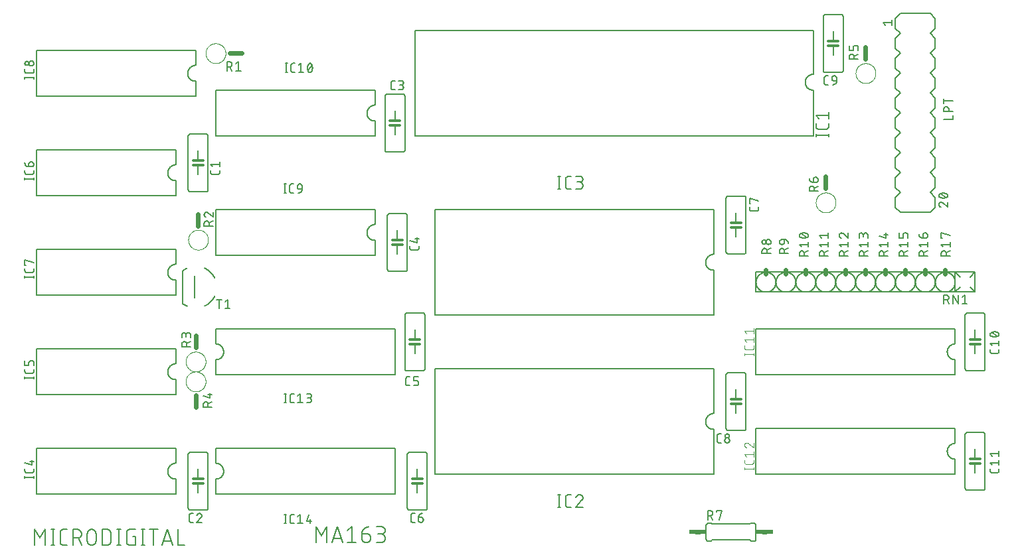
<source format=gbr>
G04 EAGLE Gerber RS-274X export*
G75*
%MOMM*%
%FSLAX34Y34*%
%LPD*%
%INSilkscreen Top*%
%IPPOS*%
%AMOC8*
5,1,8,0,0,1.08239X$1,22.5*%
G01*
%ADD10C,0.177800*%
%ADD11C,0.304800*%
%ADD12C,0.152400*%
%ADD13C,0.127000*%
%ADD14C,0.101600*%
%ADD15C,0.609600*%
%ADD16R,0.863600X0.609600*%


D10*
X19939Y102489D02*
X19939Y122555D01*
X26628Y111407D01*
X33316Y122555D01*
X33316Y102489D01*
X43312Y102489D02*
X43312Y122555D01*
X41083Y102489D02*
X45542Y102489D01*
X45542Y122555D02*
X41083Y122555D01*
X56996Y102489D02*
X61455Y102489D01*
X56996Y102489D02*
X56864Y102491D01*
X56732Y102497D01*
X56600Y102507D01*
X56469Y102520D01*
X56338Y102538D01*
X56207Y102559D01*
X56078Y102585D01*
X55949Y102614D01*
X55821Y102647D01*
X55694Y102683D01*
X55568Y102724D01*
X55443Y102768D01*
X55320Y102816D01*
X55198Y102867D01*
X55078Y102922D01*
X54960Y102981D01*
X54843Y103043D01*
X54728Y103109D01*
X54616Y103177D01*
X54505Y103250D01*
X54396Y103325D01*
X54290Y103404D01*
X54186Y103485D01*
X54085Y103570D01*
X53986Y103658D01*
X53890Y103749D01*
X53797Y103842D01*
X53706Y103938D01*
X53618Y104037D01*
X53533Y104138D01*
X53452Y104242D01*
X53373Y104348D01*
X53298Y104457D01*
X53225Y104568D01*
X53157Y104680D01*
X53091Y104795D01*
X53029Y104912D01*
X52970Y105030D01*
X52915Y105150D01*
X52864Y105272D01*
X52816Y105395D01*
X52772Y105520D01*
X52731Y105646D01*
X52695Y105773D01*
X52662Y105901D01*
X52633Y106030D01*
X52607Y106159D01*
X52586Y106290D01*
X52568Y106421D01*
X52555Y106552D01*
X52545Y106684D01*
X52539Y106816D01*
X52537Y106948D01*
X52536Y106948D02*
X52536Y118096D01*
X52537Y118096D02*
X52539Y118228D01*
X52545Y118360D01*
X52555Y118492D01*
X52568Y118623D01*
X52586Y118754D01*
X52607Y118885D01*
X52633Y119014D01*
X52662Y119143D01*
X52695Y119271D01*
X52731Y119398D01*
X52772Y119524D01*
X52816Y119649D01*
X52864Y119772D01*
X52915Y119894D01*
X52970Y120014D01*
X53029Y120132D01*
X53091Y120249D01*
X53157Y120364D01*
X53225Y120476D01*
X53298Y120587D01*
X53373Y120695D01*
X53452Y120802D01*
X53533Y120906D01*
X53618Y121007D01*
X53706Y121106D01*
X53797Y121202D01*
X53890Y121295D01*
X53986Y121386D01*
X54085Y121474D01*
X54186Y121559D01*
X54290Y121640D01*
X54396Y121719D01*
X54505Y121794D01*
X54616Y121867D01*
X54728Y121935D01*
X54843Y122001D01*
X54960Y122063D01*
X55078Y122122D01*
X55198Y122177D01*
X55320Y122228D01*
X55443Y122276D01*
X55568Y122320D01*
X55694Y122361D01*
X55821Y122397D01*
X55949Y122430D01*
X56078Y122459D01*
X56207Y122485D01*
X56338Y122506D01*
X56469Y122524D01*
X56600Y122537D01*
X56732Y122547D01*
X56864Y122553D01*
X56996Y122555D01*
X61455Y122555D01*
X68717Y122555D02*
X68717Y102489D01*
X68717Y122555D02*
X74290Y122555D01*
X74438Y122553D01*
X74587Y122547D01*
X74735Y122537D01*
X74882Y122523D01*
X75030Y122506D01*
X75177Y122484D01*
X75323Y122458D01*
X75468Y122429D01*
X75613Y122396D01*
X75757Y122359D01*
X75899Y122318D01*
X76041Y122273D01*
X76181Y122224D01*
X76320Y122172D01*
X76457Y122116D01*
X76593Y122057D01*
X76728Y121994D01*
X76860Y121927D01*
X76991Y121857D01*
X77120Y121783D01*
X77247Y121706D01*
X77371Y121626D01*
X77494Y121542D01*
X77614Y121455D01*
X77732Y121365D01*
X77848Y121272D01*
X77961Y121176D01*
X78071Y121077D01*
X78179Y120975D01*
X78284Y120870D01*
X78386Y120762D01*
X78485Y120652D01*
X78581Y120539D01*
X78674Y120423D01*
X78764Y120305D01*
X78851Y120185D01*
X78935Y120062D01*
X79015Y119938D01*
X79092Y119811D01*
X79166Y119682D01*
X79236Y119551D01*
X79303Y119419D01*
X79366Y119284D01*
X79425Y119148D01*
X79481Y119011D01*
X79533Y118872D01*
X79582Y118732D01*
X79627Y118590D01*
X79668Y118448D01*
X79705Y118304D01*
X79738Y118159D01*
X79767Y118014D01*
X79793Y117868D01*
X79815Y117721D01*
X79832Y117573D01*
X79846Y117426D01*
X79856Y117278D01*
X79862Y117129D01*
X79864Y116981D01*
X79862Y116833D01*
X79856Y116684D01*
X79846Y116536D01*
X79832Y116389D01*
X79815Y116241D01*
X79793Y116094D01*
X79767Y115948D01*
X79738Y115803D01*
X79705Y115658D01*
X79668Y115514D01*
X79627Y115372D01*
X79582Y115230D01*
X79533Y115090D01*
X79481Y114951D01*
X79425Y114814D01*
X79366Y114678D01*
X79303Y114543D01*
X79236Y114411D01*
X79166Y114280D01*
X79092Y114151D01*
X79015Y114024D01*
X78935Y113900D01*
X78851Y113777D01*
X78764Y113657D01*
X78674Y113539D01*
X78581Y113423D01*
X78485Y113310D01*
X78386Y113200D01*
X78284Y113092D01*
X78179Y112987D01*
X78071Y112885D01*
X77961Y112786D01*
X77848Y112690D01*
X77732Y112597D01*
X77614Y112507D01*
X77494Y112420D01*
X77371Y112336D01*
X77247Y112256D01*
X77120Y112179D01*
X76991Y112105D01*
X76860Y112035D01*
X76728Y111968D01*
X76593Y111905D01*
X76457Y111846D01*
X76320Y111790D01*
X76181Y111738D01*
X76041Y111689D01*
X75899Y111644D01*
X75757Y111603D01*
X75613Y111566D01*
X75468Y111533D01*
X75323Y111504D01*
X75177Y111478D01*
X75030Y111456D01*
X74882Y111439D01*
X74735Y111425D01*
X74587Y111415D01*
X74438Y111409D01*
X74290Y111407D01*
X68717Y111407D01*
X75405Y111407D02*
X79864Y102489D01*
X87174Y108063D02*
X87174Y116981D01*
X87176Y117129D01*
X87182Y117278D01*
X87192Y117426D01*
X87206Y117573D01*
X87223Y117721D01*
X87245Y117868D01*
X87271Y118014D01*
X87300Y118159D01*
X87333Y118304D01*
X87370Y118448D01*
X87411Y118590D01*
X87456Y118732D01*
X87505Y118872D01*
X87557Y119011D01*
X87613Y119148D01*
X87672Y119284D01*
X87735Y119419D01*
X87802Y119551D01*
X87872Y119682D01*
X87946Y119811D01*
X88023Y119938D01*
X88103Y120062D01*
X88187Y120185D01*
X88274Y120305D01*
X88364Y120423D01*
X88457Y120539D01*
X88553Y120652D01*
X88652Y120762D01*
X88754Y120870D01*
X88859Y120975D01*
X88967Y121077D01*
X89077Y121176D01*
X89190Y121272D01*
X89306Y121365D01*
X89424Y121455D01*
X89544Y121542D01*
X89667Y121626D01*
X89791Y121706D01*
X89918Y121783D01*
X90047Y121857D01*
X90178Y121927D01*
X90310Y121994D01*
X90445Y122057D01*
X90581Y122116D01*
X90718Y122172D01*
X90857Y122224D01*
X90997Y122273D01*
X91139Y122318D01*
X91281Y122359D01*
X91425Y122396D01*
X91570Y122429D01*
X91715Y122458D01*
X91861Y122484D01*
X92008Y122506D01*
X92156Y122523D01*
X92303Y122537D01*
X92451Y122547D01*
X92600Y122553D01*
X92748Y122555D01*
X92896Y122553D01*
X93045Y122547D01*
X93193Y122537D01*
X93340Y122523D01*
X93488Y122506D01*
X93635Y122484D01*
X93781Y122458D01*
X93926Y122429D01*
X94071Y122396D01*
X94215Y122359D01*
X94357Y122318D01*
X94499Y122273D01*
X94639Y122224D01*
X94778Y122172D01*
X94915Y122116D01*
X95051Y122057D01*
X95186Y121994D01*
X95318Y121927D01*
X95449Y121857D01*
X95578Y121783D01*
X95705Y121706D01*
X95829Y121626D01*
X95952Y121542D01*
X96072Y121455D01*
X96190Y121365D01*
X96306Y121272D01*
X96419Y121176D01*
X96529Y121077D01*
X96637Y120975D01*
X96742Y120870D01*
X96844Y120762D01*
X96943Y120652D01*
X97039Y120539D01*
X97132Y120423D01*
X97222Y120305D01*
X97309Y120185D01*
X97393Y120062D01*
X97473Y119938D01*
X97550Y119811D01*
X97624Y119682D01*
X97694Y119551D01*
X97761Y119419D01*
X97824Y119284D01*
X97883Y119148D01*
X97939Y119011D01*
X97991Y118872D01*
X98040Y118732D01*
X98085Y118590D01*
X98126Y118448D01*
X98163Y118304D01*
X98196Y118159D01*
X98225Y118014D01*
X98251Y117868D01*
X98273Y117721D01*
X98290Y117573D01*
X98304Y117426D01*
X98314Y117278D01*
X98320Y117129D01*
X98322Y116981D01*
X98322Y108063D01*
X98320Y107915D01*
X98314Y107766D01*
X98304Y107618D01*
X98290Y107471D01*
X98273Y107323D01*
X98251Y107176D01*
X98225Y107030D01*
X98196Y106885D01*
X98163Y106740D01*
X98126Y106596D01*
X98085Y106454D01*
X98040Y106312D01*
X97991Y106172D01*
X97939Y106033D01*
X97883Y105896D01*
X97824Y105760D01*
X97761Y105625D01*
X97694Y105493D01*
X97624Y105362D01*
X97550Y105233D01*
X97473Y105106D01*
X97393Y104982D01*
X97309Y104859D01*
X97222Y104739D01*
X97132Y104621D01*
X97039Y104505D01*
X96943Y104392D01*
X96844Y104282D01*
X96742Y104174D01*
X96637Y104069D01*
X96529Y103967D01*
X96419Y103868D01*
X96306Y103772D01*
X96190Y103679D01*
X96072Y103589D01*
X95952Y103502D01*
X95829Y103418D01*
X95705Y103338D01*
X95578Y103261D01*
X95449Y103187D01*
X95318Y103117D01*
X95186Y103050D01*
X95051Y102987D01*
X94915Y102928D01*
X94778Y102872D01*
X94639Y102820D01*
X94499Y102771D01*
X94357Y102726D01*
X94215Y102685D01*
X94071Y102648D01*
X93926Y102615D01*
X93781Y102586D01*
X93635Y102560D01*
X93488Y102538D01*
X93340Y102521D01*
X93193Y102507D01*
X93045Y102497D01*
X92896Y102491D01*
X92748Y102489D01*
X92600Y102491D01*
X92451Y102497D01*
X92303Y102507D01*
X92156Y102521D01*
X92008Y102538D01*
X91861Y102560D01*
X91715Y102586D01*
X91570Y102615D01*
X91425Y102648D01*
X91281Y102685D01*
X91139Y102726D01*
X90997Y102771D01*
X90857Y102820D01*
X90718Y102872D01*
X90581Y102928D01*
X90445Y102987D01*
X90310Y103050D01*
X90178Y103117D01*
X90047Y103187D01*
X89918Y103261D01*
X89791Y103338D01*
X89667Y103418D01*
X89544Y103502D01*
X89424Y103589D01*
X89306Y103679D01*
X89190Y103772D01*
X89077Y103868D01*
X88967Y103967D01*
X88859Y104069D01*
X88754Y104174D01*
X88652Y104282D01*
X88553Y104392D01*
X88457Y104505D01*
X88364Y104621D01*
X88274Y104739D01*
X88187Y104859D01*
X88103Y104982D01*
X88023Y105106D01*
X87946Y105233D01*
X87872Y105362D01*
X87802Y105493D01*
X87735Y105625D01*
X87672Y105760D01*
X87613Y105896D01*
X87557Y106033D01*
X87505Y106172D01*
X87456Y106312D01*
X87411Y106454D01*
X87370Y106596D01*
X87333Y106740D01*
X87300Y106885D01*
X87271Y107030D01*
X87245Y107176D01*
X87223Y107323D01*
X87206Y107471D01*
X87192Y107618D01*
X87182Y107766D01*
X87176Y107915D01*
X87174Y108063D01*
X106330Y102489D02*
X106330Y122555D01*
X111904Y122555D01*
X112052Y122553D01*
X112201Y122547D01*
X112349Y122537D01*
X112496Y122523D01*
X112644Y122506D01*
X112791Y122484D01*
X112937Y122458D01*
X113082Y122429D01*
X113227Y122396D01*
X113371Y122359D01*
X113513Y122318D01*
X113655Y122273D01*
X113795Y122224D01*
X113934Y122172D01*
X114071Y122116D01*
X114207Y122057D01*
X114342Y121994D01*
X114474Y121927D01*
X114605Y121857D01*
X114734Y121783D01*
X114861Y121706D01*
X114985Y121626D01*
X115108Y121542D01*
X115228Y121455D01*
X115346Y121365D01*
X115462Y121272D01*
X115575Y121176D01*
X115685Y121077D01*
X115793Y120975D01*
X115898Y120870D01*
X116000Y120762D01*
X116099Y120652D01*
X116195Y120539D01*
X116288Y120423D01*
X116378Y120305D01*
X116465Y120185D01*
X116549Y120062D01*
X116629Y119938D01*
X116706Y119811D01*
X116780Y119682D01*
X116850Y119551D01*
X116917Y119419D01*
X116980Y119284D01*
X117039Y119148D01*
X117095Y119011D01*
X117147Y118872D01*
X117196Y118732D01*
X117241Y118590D01*
X117282Y118448D01*
X117319Y118304D01*
X117352Y118159D01*
X117381Y118014D01*
X117407Y117868D01*
X117429Y117721D01*
X117446Y117573D01*
X117460Y117426D01*
X117470Y117278D01*
X117476Y117129D01*
X117478Y116981D01*
X117478Y108063D01*
X117476Y107915D01*
X117470Y107766D01*
X117460Y107618D01*
X117446Y107471D01*
X117429Y107323D01*
X117407Y107176D01*
X117381Y107030D01*
X117352Y106885D01*
X117319Y106740D01*
X117282Y106596D01*
X117241Y106454D01*
X117196Y106312D01*
X117147Y106172D01*
X117095Y106033D01*
X117039Y105896D01*
X116980Y105760D01*
X116917Y105625D01*
X116850Y105493D01*
X116780Y105362D01*
X116706Y105233D01*
X116629Y105106D01*
X116549Y104982D01*
X116465Y104859D01*
X116378Y104739D01*
X116288Y104621D01*
X116195Y104505D01*
X116099Y104392D01*
X116000Y104282D01*
X115898Y104174D01*
X115793Y104069D01*
X115685Y103967D01*
X115575Y103868D01*
X115462Y103772D01*
X115346Y103679D01*
X115228Y103589D01*
X115108Y103502D01*
X114985Y103418D01*
X114861Y103338D01*
X114734Y103261D01*
X114605Y103187D01*
X114474Y103117D01*
X114342Y103050D01*
X114207Y102987D01*
X114071Y102928D01*
X113934Y102872D01*
X113795Y102820D01*
X113655Y102771D01*
X113513Y102726D01*
X113371Y102685D01*
X113227Y102648D01*
X113082Y102615D01*
X112937Y102586D01*
X112791Y102560D01*
X112644Y102538D01*
X112496Y102521D01*
X112349Y102507D01*
X112201Y102497D01*
X112052Y102491D01*
X111904Y102489D01*
X106330Y102489D01*
X127353Y102489D02*
X127353Y122555D01*
X125123Y102489D02*
X129582Y102489D01*
X129582Y122555D02*
X125123Y122555D01*
X145031Y113637D02*
X148375Y113637D01*
X148375Y102489D01*
X141686Y102489D01*
X141554Y102491D01*
X141422Y102497D01*
X141290Y102507D01*
X141159Y102520D01*
X141028Y102538D01*
X140897Y102559D01*
X140768Y102585D01*
X140639Y102614D01*
X140511Y102647D01*
X140384Y102683D01*
X140258Y102724D01*
X140133Y102768D01*
X140010Y102816D01*
X139888Y102867D01*
X139768Y102922D01*
X139650Y102981D01*
X139533Y103043D01*
X139418Y103109D01*
X139306Y103177D01*
X139195Y103250D01*
X139086Y103325D01*
X138980Y103404D01*
X138876Y103485D01*
X138775Y103570D01*
X138676Y103658D01*
X138580Y103749D01*
X138487Y103842D01*
X138396Y103938D01*
X138308Y104037D01*
X138223Y104138D01*
X138142Y104242D01*
X138063Y104348D01*
X137988Y104457D01*
X137915Y104568D01*
X137847Y104680D01*
X137781Y104795D01*
X137719Y104912D01*
X137660Y105030D01*
X137605Y105150D01*
X137554Y105272D01*
X137506Y105395D01*
X137462Y105520D01*
X137421Y105646D01*
X137385Y105773D01*
X137352Y105901D01*
X137323Y106030D01*
X137297Y106159D01*
X137276Y106290D01*
X137258Y106421D01*
X137245Y106552D01*
X137235Y106684D01*
X137229Y106816D01*
X137227Y106948D01*
X137227Y118096D01*
X137229Y118228D01*
X137235Y118360D01*
X137245Y118492D01*
X137258Y118623D01*
X137276Y118754D01*
X137297Y118885D01*
X137323Y119014D01*
X137352Y119143D01*
X137385Y119271D01*
X137421Y119398D01*
X137462Y119524D01*
X137506Y119649D01*
X137554Y119772D01*
X137605Y119894D01*
X137660Y120014D01*
X137719Y120132D01*
X137781Y120249D01*
X137847Y120364D01*
X137915Y120476D01*
X137988Y120587D01*
X138063Y120695D01*
X138142Y120802D01*
X138223Y120906D01*
X138308Y121007D01*
X138396Y121106D01*
X138487Y121202D01*
X138580Y121295D01*
X138676Y121386D01*
X138775Y121474D01*
X138876Y121559D01*
X138980Y121640D01*
X139086Y121719D01*
X139195Y121794D01*
X139306Y121867D01*
X139418Y121935D01*
X139533Y122001D01*
X139650Y122063D01*
X139768Y122122D01*
X139888Y122177D01*
X140010Y122228D01*
X140133Y122276D01*
X140258Y122320D01*
X140384Y122361D01*
X140511Y122397D01*
X140639Y122430D01*
X140768Y122459D01*
X140897Y122485D01*
X141028Y122506D01*
X141159Y122524D01*
X141290Y122537D01*
X141422Y122547D01*
X141554Y122553D01*
X141686Y122555D01*
X148375Y122555D01*
X158250Y122555D02*
X158250Y102489D01*
X160479Y102489D02*
X156020Y102489D01*
X156020Y122555D02*
X160479Y122555D01*
X171845Y122555D02*
X171845Y102489D01*
X166271Y122555D02*
X177418Y122555D01*
X189147Y122555D02*
X182458Y102489D01*
X195836Y102489D02*
X189147Y122555D01*
X194163Y107506D02*
X184130Y107506D01*
X202758Y102489D02*
X202758Y122555D01*
X202758Y102489D02*
X211676Y102489D01*
X378714Y105664D02*
X378714Y125730D01*
X385403Y114582D01*
X392091Y125730D01*
X392091Y105664D01*
X399106Y105664D02*
X405795Y125730D01*
X412483Y105664D01*
X410811Y110681D02*
X400778Y110681D01*
X418759Y121271D02*
X424333Y125730D01*
X424333Y105664D01*
X418759Y105664D02*
X429907Y105664D01*
X437298Y116812D02*
X443986Y116812D01*
X444118Y116810D01*
X444250Y116804D01*
X444382Y116794D01*
X444513Y116781D01*
X444644Y116763D01*
X444775Y116742D01*
X444904Y116716D01*
X445033Y116687D01*
X445161Y116654D01*
X445288Y116618D01*
X445414Y116577D01*
X445539Y116533D01*
X445662Y116485D01*
X445784Y116434D01*
X445904Y116379D01*
X446022Y116320D01*
X446139Y116258D01*
X446254Y116192D01*
X446366Y116124D01*
X446477Y116051D01*
X446586Y115976D01*
X446692Y115897D01*
X446796Y115816D01*
X446897Y115731D01*
X446996Y115643D01*
X447092Y115552D01*
X447185Y115459D01*
X447276Y115363D01*
X447364Y115264D01*
X447449Y115163D01*
X447530Y115059D01*
X447609Y114953D01*
X447684Y114844D01*
X447757Y114733D01*
X447825Y114621D01*
X447891Y114506D01*
X447953Y114389D01*
X448012Y114271D01*
X448067Y114151D01*
X448118Y114029D01*
X448166Y113906D01*
X448210Y113781D01*
X448251Y113655D01*
X448287Y113528D01*
X448320Y113400D01*
X448349Y113271D01*
X448375Y113142D01*
X448396Y113011D01*
X448414Y112880D01*
X448427Y112749D01*
X448437Y112617D01*
X448443Y112485D01*
X448445Y112353D01*
X448445Y111238D01*
X448443Y111090D01*
X448437Y110941D01*
X448427Y110793D01*
X448413Y110646D01*
X448396Y110498D01*
X448374Y110351D01*
X448348Y110205D01*
X448319Y110060D01*
X448286Y109915D01*
X448249Y109771D01*
X448208Y109629D01*
X448163Y109487D01*
X448114Y109347D01*
X448062Y109208D01*
X448006Y109071D01*
X447947Y108935D01*
X447884Y108800D01*
X447817Y108668D01*
X447747Y108537D01*
X447673Y108408D01*
X447596Y108281D01*
X447516Y108157D01*
X447432Y108034D01*
X447345Y107914D01*
X447255Y107796D01*
X447162Y107680D01*
X447066Y107567D01*
X446967Y107457D01*
X446865Y107349D01*
X446760Y107244D01*
X446652Y107142D01*
X446542Y107043D01*
X446429Y106947D01*
X446313Y106854D01*
X446195Y106764D01*
X446075Y106677D01*
X445952Y106593D01*
X445828Y106513D01*
X445701Y106436D01*
X445572Y106362D01*
X445441Y106292D01*
X445309Y106225D01*
X445174Y106162D01*
X445038Y106103D01*
X444901Y106047D01*
X444762Y105995D01*
X444622Y105946D01*
X444480Y105901D01*
X444338Y105860D01*
X444194Y105823D01*
X444049Y105790D01*
X443904Y105761D01*
X443758Y105735D01*
X443611Y105713D01*
X443463Y105696D01*
X443316Y105682D01*
X443168Y105672D01*
X443019Y105666D01*
X442871Y105664D01*
X442723Y105666D01*
X442574Y105672D01*
X442426Y105682D01*
X442279Y105696D01*
X442131Y105713D01*
X441984Y105735D01*
X441838Y105761D01*
X441693Y105790D01*
X441548Y105823D01*
X441404Y105860D01*
X441262Y105901D01*
X441120Y105946D01*
X440980Y105995D01*
X440841Y106047D01*
X440704Y106103D01*
X440568Y106162D01*
X440433Y106225D01*
X440301Y106292D01*
X440170Y106362D01*
X440041Y106436D01*
X439914Y106513D01*
X439790Y106593D01*
X439667Y106677D01*
X439547Y106764D01*
X439429Y106854D01*
X439313Y106947D01*
X439200Y107043D01*
X439090Y107142D01*
X438982Y107244D01*
X438877Y107349D01*
X438775Y107457D01*
X438676Y107567D01*
X438580Y107680D01*
X438487Y107796D01*
X438397Y107914D01*
X438310Y108034D01*
X438226Y108157D01*
X438146Y108281D01*
X438069Y108408D01*
X437995Y108537D01*
X437925Y108668D01*
X437858Y108800D01*
X437795Y108935D01*
X437736Y109071D01*
X437680Y109208D01*
X437628Y109347D01*
X437579Y109487D01*
X437534Y109629D01*
X437493Y109771D01*
X437456Y109915D01*
X437423Y110060D01*
X437394Y110205D01*
X437368Y110351D01*
X437346Y110498D01*
X437329Y110646D01*
X437315Y110793D01*
X437305Y110941D01*
X437299Y111090D01*
X437297Y111238D01*
X437298Y111238D02*
X437298Y116812D01*
X437301Y117031D01*
X437309Y117250D01*
X437322Y117468D01*
X437341Y117686D01*
X437365Y117904D01*
X437395Y118121D01*
X437429Y118337D01*
X437469Y118552D01*
X437515Y118766D01*
X437565Y118979D01*
X437621Y119191D01*
X437682Y119401D01*
X437748Y119609D01*
X437819Y119816D01*
X437896Y120022D01*
X437977Y120225D01*
X438063Y120426D01*
X438154Y120625D01*
X438250Y120822D01*
X438351Y121016D01*
X438457Y121208D01*
X438567Y121397D01*
X438682Y121583D01*
X438801Y121767D01*
X438925Y121947D01*
X439053Y122124D01*
X439186Y122299D01*
X439322Y122470D01*
X439463Y122637D01*
X439608Y122801D01*
X439757Y122961D01*
X439910Y123118D01*
X440067Y123271D01*
X440227Y123420D01*
X440391Y123565D01*
X440558Y123706D01*
X440729Y123842D01*
X440904Y123975D01*
X441081Y124103D01*
X441261Y124227D01*
X441445Y124346D01*
X441631Y124461D01*
X441820Y124571D01*
X442012Y124677D01*
X442206Y124778D01*
X442403Y124874D01*
X442602Y124965D01*
X442803Y125051D01*
X443006Y125132D01*
X443212Y125209D01*
X443419Y125280D01*
X443627Y125346D01*
X443837Y125407D01*
X444049Y125463D01*
X444262Y125513D01*
X444476Y125559D01*
X444691Y125599D01*
X444907Y125633D01*
X445124Y125663D01*
X445342Y125687D01*
X445560Y125706D01*
X445778Y125719D01*
X445997Y125727D01*
X446216Y125730D01*
X455836Y105664D02*
X461410Y105664D01*
X461558Y105666D01*
X461707Y105672D01*
X461855Y105682D01*
X462002Y105696D01*
X462150Y105713D01*
X462297Y105735D01*
X462443Y105761D01*
X462588Y105790D01*
X462733Y105823D01*
X462877Y105860D01*
X463019Y105901D01*
X463161Y105946D01*
X463301Y105995D01*
X463440Y106047D01*
X463577Y106103D01*
X463713Y106162D01*
X463848Y106225D01*
X463980Y106292D01*
X464111Y106362D01*
X464240Y106436D01*
X464367Y106513D01*
X464491Y106593D01*
X464614Y106677D01*
X464734Y106764D01*
X464852Y106854D01*
X464968Y106947D01*
X465081Y107043D01*
X465191Y107142D01*
X465299Y107244D01*
X465404Y107349D01*
X465506Y107457D01*
X465605Y107567D01*
X465701Y107680D01*
X465794Y107796D01*
X465884Y107914D01*
X465971Y108034D01*
X466055Y108157D01*
X466135Y108281D01*
X466212Y108408D01*
X466286Y108537D01*
X466356Y108668D01*
X466423Y108800D01*
X466486Y108935D01*
X466545Y109071D01*
X466601Y109208D01*
X466653Y109347D01*
X466702Y109487D01*
X466747Y109629D01*
X466788Y109771D01*
X466825Y109915D01*
X466858Y110060D01*
X466887Y110205D01*
X466913Y110351D01*
X466935Y110498D01*
X466952Y110646D01*
X466966Y110793D01*
X466976Y110941D01*
X466982Y111090D01*
X466984Y111238D01*
X466982Y111386D01*
X466976Y111535D01*
X466966Y111683D01*
X466952Y111830D01*
X466935Y111978D01*
X466913Y112125D01*
X466887Y112271D01*
X466858Y112416D01*
X466825Y112561D01*
X466788Y112705D01*
X466747Y112847D01*
X466702Y112989D01*
X466653Y113129D01*
X466601Y113268D01*
X466545Y113405D01*
X466486Y113541D01*
X466423Y113676D01*
X466356Y113808D01*
X466286Y113939D01*
X466212Y114068D01*
X466135Y114195D01*
X466055Y114319D01*
X465971Y114442D01*
X465884Y114562D01*
X465794Y114680D01*
X465701Y114796D01*
X465605Y114909D01*
X465506Y115019D01*
X465404Y115127D01*
X465299Y115232D01*
X465191Y115334D01*
X465081Y115433D01*
X464968Y115529D01*
X464852Y115622D01*
X464734Y115712D01*
X464614Y115799D01*
X464491Y115883D01*
X464367Y115963D01*
X464240Y116040D01*
X464111Y116114D01*
X463980Y116184D01*
X463848Y116251D01*
X463713Y116314D01*
X463577Y116373D01*
X463440Y116429D01*
X463301Y116481D01*
X463161Y116530D01*
X463019Y116575D01*
X462877Y116616D01*
X462733Y116653D01*
X462588Y116686D01*
X462443Y116715D01*
X462297Y116741D01*
X462150Y116763D01*
X462002Y116780D01*
X461855Y116794D01*
X461707Y116804D01*
X461558Y116810D01*
X461410Y116812D01*
X462525Y125730D02*
X455836Y125730D01*
X462525Y125730D02*
X462657Y125728D01*
X462789Y125722D01*
X462921Y125712D01*
X463052Y125699D01*
X463183Y125681D01*
X463314Y125660D01*
X463443Y125634D01*
X463572Y125605D01*
X463700Y125572D01*
X463827Y125536D01*
X463953Y125495D01*
X464078Y125451D01*
X464201Y125403D01*
X464323Y125352D01*
X464443Y125297D01*
X464561Y125238D01*
X464678Y125176D01*
X464793Y125110D01*
X464905Y125042D01*
X465016Y124969D01*
X465125Y124894D01*
X465231Y124815D01*
X465335Y124734D01*
X465436Y124649D01*
X465535Y124561D01*
X465631Y124470D01*
X465724Y124377D01*
X465815Y124281D01*
X465903Y124182D01*
X465988Y124081D01*
X466069Y123977D01*
X466148Y123871D01*
X466223Y123762D01*
X466296Y123651D01*
X466364Y123539D01*
X466430Y123424D01*
X466492Y123307D01*
X466551Y123189D01*
X466606Y123069D01*
X466657Y122947D01*
X466705Y122824D01*
X466749Y122699D01*
X466790Y122573D01*
X466826Y122446D01*
X466859Y122318D01*
X466888Y122189D01*
X466914Y122060D01*
X466935Y121929D01*
X466953Y121798D01*
X466966Y121667D01*
X466976Y121535D01*
X466982Y121403D01*
X466984Y121271D01*
X466982Y121139D01*
X466976Y121007D01*
X466966Y120875D01*
X466953Y120744D01*
X466935Y120613D01*
X466914Y120482D01*
X466888Y120353D01*
X466859Y120224D01*
X466826Y120096D01*
X466790Y119969D01*
X466749Y119843D01*
X466705Y119718D01*
X466657Y119595D01*
X466606Y119473D01*
X466551Y119353D01*
X466492Y119235D01*
X466430Y119118D01*
X466364Y119003D01*
X466296Y118891D01*
X466223Y118780D01*
X466148Y118671D01*
X466069Y118565D01*
X465988Y118461D01*
X465903Y118360D01*
X465815Y118261D01*
X465724Y118165D01*
X465631Y118072D01*
X465535Y117981D01*
X465436Y117893D01*
X465335Y117808D01*
X465231Y117727D01*
X465125Y117648D01*
X465016Y117573D01*
X464905Y117500D01*
X464793Y117432D01*
X464678Y117366D01*
X464561Y117304D01*
X464443Y117245D01*
X464323Y117190D01*
X464201Y117139D01*
X464078Y117091D01*
X463953Y117047D01*
X463827Y117006D01*
X463700Y116970D01*
X463572Y116937D01*
X463443Y116908D01*
X463314Y116882D01*
X463183Y116861D01*
X463052Y116843D01*
X462921Y116830D01*
X462789Y116820D01*
X462657Y116814D01*
X462525Y116812D01*
X458065Y116812D01*
D11*
X228600Y587502D02*
X222250Y587502D01*
X228600Y587502D02*
X234950Y587502D01*
D12*
X228600Y587502D02*
X228600Y575310D01*
D11*
X228600Y593852D02*
X222250Y593852D01*
X228600Y593852D02*
X234950Y593852D01*
D12*
X228600Y593852D02*
X228600Y605790D01*
X218440Y553720D02*
X238760Y553720D01*
X241300Y556260D02*
X241300Y624840D01*
X238760Y627380D02*
X218440Y627380D01*
X215900Y624840D02*
X215900Y556260D01*
X215900Y624840D02*
X215902Y624940D01*
X215908Y625039D01*
X215918Y625139D01*
X215931Y625237D01*
X215949Y625336D01*
X215970Y625433D01*
X215995Y625529D01*
X216024Y625625D01*
X216057Y625719D01*
X216093Y625812D01*
X216133Y625903D01*
X216177Y625993D01*
X216224Y626081D01*
X216274Y626167D01*
X216328Y626251D01*
X216385Y626333D01*
X216445Y626412D01*
X216509Y626490D01*
X216575Y626564D01*
X216644Y626636D01*
X216716Y626705D01*
X216790Y626771D01*
X216868Y626835D01*
X216947Y626895D01*
X217029Y626952D01*
X217113Y627006D01*
X217199Y627056D01*
X217287Y627103D01*
X217377Y627147D01*
X217468Y627187D01*
X217561Y627223D01*
X217655Y627256D01*
X217751Y627285D01*
X217847Y627310D01*
X217944Y627331D01*
X218043Y627349D01*
X218141Y627362D01*
X218241Y627372D01*
X218340Y627378D01*
X218440Y627380D01*
X238760Y627380D02*
X238860Y627378D01*
X238959Y627372D01*
X239059Y627362D01*
X239157Y627349D01*
X239256Y627331D01*
X239353Y627310D01*
X239449Y627285D01*
X239545Y627256D01*
X239639Y627223D01*
X239732Y627187D01*
X239823Y627147D01*
X239913Y627103D01*
X240001Y627056D01*
X240087Y627006D01*
X240171Y626952D01*
X240253Y626895D01*
X240332Y626835D01*
X240410Y626771D01*
X240484Y626705D01*
X240556Y626636D01*
X240625Y626564D01*
X240691Y626490D01*
X240755Y626412D01*
X240815Y626333D01*
X240872Y626251D01*
X240926Y626167D01*
X240976Y626081D01*
X241023Y625993D01*
X241067Y625903D01*
X241107Y625812D01*
X241143Y625719D01*
X241176Y625625D01*
X241205Y625529D01*
X241230Y625433D01*
X241251Y625336D01*
X241269Y625237D01*
X241282Y625139D01*
X241292Y625039D01*
X241298Y624940D01*
X241300Y624840D01*
X241300Y556260D02*
X241298Y556160D01*
X241292Y556061D01*
X241282Y555961D01*
X241269Y555863D01*
X241251Y555764D01*
X241230Y555667D01*
X241205Y555571D01*
X241176Y555475D01*
X241143Y555381D01*
X241107Y555288D01*
X241067Y555197D01*
X241023Y555107D01*
X240976Y555019D01*
X240926Y554933D01*
X240872Y554849D01*
X240815Y554767D01*
X240755Y554688D01*
X240691Y554610D01*
X240625Y554536D01*
X240556Y554464D01*
X240484Y554395D01*
X240410Y554329D01*
X240332Y554265D01*
X240253Y554205D01*
X240171Y554148D01*
X240087Y554094D01*
X240001Y554044D01*
X239913Y553997D01*
X239823Y553953D01*
X239732Y553913D01*
X239639Y553877D01*
X239545Y553844D01*
X239449Y553815D01*
X239353Y553790D01*
X239256Y553769D01*
X239157Y553751D01*
X239059Y553738D01*
X238959Y553728D01*
X238860Y553722D01*
X238760Y553720D01*
X218440Y553720D02*
X218340Y553722D01*
X218241Y553728D01*
X218141Y553738D01*
X218043Y553751D01*
X217944Y553769D01*
X217847Y553790D01*
X217751Y553815D01*
X217655Y553844D01*
X217561Y553877D01*
X217468Y553913D01*
X217377Y553953D01*
X217287Y553997D01*
X217199Y554044D01*
X217113Y554094D01*
X217029Y554148D01*
X216947Y554205D01*
X216868Y554265D01*
X216790Y554329D01*
X216716Y554395D01*
X216644Y554464D01*
X216575Y554536D01*
X216509Y554610D01*
X216445Y554688D01*
X216385Y554767D01*
X216328Y554849D01*
X216274Y554933D01*
X216224Y555019D01*
X216177Y555107D01*
X216133Y555197D01*
X216093Y555288D01*
X216057Y555381D01*
X216024Y555475D01*
X215995Y555571D01*
X215970Y555667D01*
X215949Y555764D01*
X215931Y555863D01*
X215918Y555961D01*
X215908Y556061D01*
X215902Y556160D01*
X215900Y556260D01*
D13*
X255905Y578485D02*
X255905Y581025D01*
X255905Y578485D02*
X255903Y578385D01*
X255897Y578286D01*
X255887Y578186D01*
X255874Y578088D01*
X255856Y577989D01*
X255835Y577892D01*
X255810Y577796D01*
X255781Y577700D01*
X255748Y577606D01*
X255712Y577513D01*
X255672Y577422D01*
X255628Y577332D01*
X255581Y577244D01*
X255531Y577158D01*
X255477Y577074D01*
X255420Y576992D01*
X255360Y576913D01*
X255296Y576835D01*
X255230Y576761D01*
X255161Y576689D01*
X255089Y576620D01*
X255015Y576554D01*
X254937Y576490D01*
X254858Y576430D01*
X254776Y576373D01*
X254692Y576319D01*
X254606Y576269D01*
X254518Y576222D01*
X254428Y576178D01*
X254337Y576138D01*
X254244Y576102D01*
X254150Y576069D01*
X254054Y576040D01*
X253958Y576015D01*
X253861Y575994D01*
X253762Y575976D01*
X253664Y575963D01*
X253564Y575953D01*
X253465Y575947D01*
X253365Y575945D01*
X247015Y575945D01*
X246915Y575947D01*
X246816Y575953D01*
X246716Y575963D01*
X246618Y575976D01*
X246519Y575994D01*
X246422Y576015D01*
X246326Y576040D01*
X246230Y576069D01*
X246136Y576102D01*
X246043Y576138D01*
X245952Y576178D01*
X245862Y576222D01*
X245774Y576269D01*
X245688Y576319D01*
X245604Y576373D01*
X245522Y576430D01*
X245443Y576490D01*
X245365Y576554D01*
X245291Y576620D01*
X245219Y576689D01*
X245150Y576761D01*
X245084Y576835D01*
X245020Y576913D01*
X244960Y576992D01*
X244903Y577074D01*
X244849Y577158D01*
X244799Y577244D01*
X244752Y577332D01*
X244708Y577422D01*
X244668Y577513D01*
X244632Y577606D01*
X244599Y577700D01*
X244570Y577796D01*
X244545Y577892D01*
X244524Y577989D01*
X244506Y578088D01*
X244493Y578186D01*
X244483Y578286D01*
X244477Y578385D01*
X244475Y578485D01*
X244475Y581025D01*
X247015Y585507D02*
X244475Y588682D01*
X255905Y588682D01*
X255905Y585507D02*
X255905Y591857D01*
D11*
X1212850Y358902D02*
X1219200Y358902D01*
X1225550Y358902D01*
D12*
X1219200Y358902D02*
X1219200Y346710D01*
D11*
X1219200Y365252D02*
X1212850Y365252D01*
X1219200Y365252D02*
X1225550Y365252D01*
D12*
X1219200Y365252D02*
X1219200Y377190D01*
X1209040Y325120D02*
X1229360Y325120D01*
X1231900Y327660D02*
X1231900Y396240D01*
X1229360Y398780D02*
X1209040Y398780D01*
X1206500Y396240D02*
X1206500Y327660D01*
X1206500Y396240D02*
X1206502Y396340D01*
X1206508Y396439D01*
X1206518Y396539D01*
X1206531Y396637D01*
X1206549Y396736D01*
X1206570Y396833D01*
X1206595Y396929D01*
X1206624Y397025D01*
X1206657Y397119D01*
X1206693Y397212D01*
X1206733Y397303D01*
X1206777Y397393D01*
X1206824Y397481D01*
X1206874Y397567D01*
X1206928Y397651D01*
X1206985Y397733D01*
X1207045Y397812D01*
X1207109Y397890D01*
X1207175Y397964D01*
X1207244Y398036D01*
X1207316Y398105D01*
X1207390Y398171D01*
X1207468Y398235D01*
X1207547Y398295D01*
X1207629Y398352D01*
X1207713Y398406D01*
X1207799Y398456D01*
X1207887Y398503D01*
X1207977Y398547D01*
X1208068Y398587D01*
X1208161Y398623D01*
X1208255Y398656D01*
X1208351Y398685D01*
X1208447Y398710D01*
X1208544Y398731D01*
X1208643Y398749D01*
X1208741Y398762D01*
X1208841Y398772D01*
X1208940Y398778D01*
X1209040Y398780D01*
X1229360Y398780D02*
X1229460Y398778D01*
X1229559Y398772D01*
X1229659Y398762D01*
X1229757Y398749D01*
X1229856Y398731D01*
X1229953Y398710D01*
X1230049Y398685D01*
X1230145Y398656D01*
X1230239Y398623D01*
X1230332Y398587D01*
X1230423Y398547D01*
X1230513Y398503D01*
X1230601Y398456D01*
X1230687Y398406D01*
X1230771Y398352D01*
X1230853Y398295D01*
X1230932Y398235D01*
X1231010Y398171D01*
X1231084Y398105D01*
X1231156Y398036D01*
X1231225Y397964D01*
X1231291Y397890D01*
X1231355Y397812D01*
X1231415Y397733D01*
X1231472Y397651D01*
X1231526Y397567D01*
X1231576Y397481D01*
X1231623Y397393D01*
X1231667Y397303D01*
X1231707Y397212D01*
X1231743Y397119D01*
X1231776Y397025D01*
X1231805Y396929D01*
X1231830Y396833D01*
X1231851Y396736D01*
X1231869Y396637D01*
X1231882Y396539D01*
X1231892Y396439D01*
X1231898Y396340D01*
X1231900Y396240D01*
X1231900Y327660D02*
X1231898Y327560D01*
X1231892Y327461D01*
X1231882Y327361D01*
X1231869Y327263D01*
X1231851Y327164D01*
X1231830Y327067D01*
X1231805Y326971D01*
X1231776Y326875D01*
X1231743Y326781D01*
X1231707Y326688D01*
X1231667Y326597D01*
X1231623Y326507D01*
X1231576Y326419D01*
X1231526Y326333D01*
X1231472Y326249D01*
X1231415Y326167D01*
X1231355Y326088D01*
X1231291Y326010D01*
X1231225Y325936D01*
X1231156Y325864D01*
X1231084Y325795D01*
X1231010Y325729D01*
X1230932Y325665D01*
X1230853Y325605D01*
X1230771Y325548D01*
X1230687Y325494D01*
X1230601Y325444D01*
X1230513Y325397D01*
X1230423Y325353D01*
X1230332Y325313D01*
X1230239Y325277D01*
X1230145Y325244D01*
X1230049Y325215D01*
X1229953Y325190D01*
X1229856Y325169D01*
X1229757Y325151D01*
X1229659Y325138D01*
X1229559Y325128D01*
X1229460Y325122D01*
X1229360Y325120D01*
X1209040Y325120D02*
X1208940Y325122D01*
X1208841Y325128D01*
X1208741Y325138D01*
X1208643Y325151D01*
X1208544Y325169D01*
X1208447Y325190D01*
X1208351Y325215D01*
X1208255Y325244D01*
X1208161Y325277D01*
X1208068Y325313D01*
X1207977Y325353D01*
X1207887Y325397D01*
X1207799Y325444D01*
X1207713Y325494D01*
X1207629Y325548D01*
X1207547Y325605D01*
X1207468Y325665D01*
X1207390Y325729D01*
X1207316Y325795D01*
X1207244Y325864D01*
X1207175Y325936D01*
X1207109Y326010D01*
X1207045Y326088D01*
X1206985Y326167D01*
X1206928Y326249D01*
X1206874Y326333D01*
X1206824Y326419D01*
X1206777Y326507D01*
X1206733Y326597D01*
X1206693Y326688D01*
X1206657Y326781D01*
X1206624Y326875D01*
X1206595Y326971D01*
X1206570Y327067D01*
X1206549Y327164D01*
X1206531Y327263D01*
X1206518Y327361D01*
X1206508Y327461D01*
X1206502Y327560D01*
X1206500Y327660D01*
D13*
X1249680Y349885D02*
X1249680Y352425D01*
X1249680Y349885D02*
X1249678Y349785D01*
X1249672Y349686D01*
X1249662Y349586D01*
X1249649Y349488D01*
X1249631Y349389D01*
X1249610Y349292D01*
X1249585Y349196D01*
X1249556Y349100D01*
X1249523Y349006D01*
X1249487Y348913D01*
X1249447Y348822D01*
X1249403Y348732D01*
X1249356Y348644D01*
X1249306Y348558D01*
X1249252Y348474D01*
X1249195Y348392D01*
X1249135Y348313D01*
X1249071Y348235D01*
X1249005Y348161D01*
X1248936Y348089D01*
X1248864Y348020D01*
X1248790Y347954D01*
X1248712Y347890D01*
X1248633Y347830D01*
X1248551Y347773D01*
X1248467Y347719D01*
X1248381Y347669D01*
X1248293Y347622D01*
X1248203Y347578D01*
X1248112Y347538D01*
X1248019Y347502D01*
X1247925Y347469D01*
X1247829Y347440D01*
X1247733Y347415D01*
X1247636Y347394D01*
X1247537Y347376D01*
X1247439Y347363D01*
X1247339Y347353D01*
X1247240Y347347D01*
X1247140Y347345D01*
X1240790Y347345D01*
X1240690Y347347D01*
X1240591Y347353D01*
X1240491Y347363D01*
X1240393Y347376D01*
X1240294Y347394D01*
X1240197Y347415D01*
X1240101Y347440D01*
X1240005Y347469D01*
X1239911Y347502D01*
X1239818Y347538D01*
X1239727Y347578D01*
X1239637Y347622D01*
X1239549Y347669D01*
X1239463Y347719D01*
X1239379Y347773D01*
X1239297Y347830D01*
X1239218Y347890D01*
X1239140Y347954D01*
X1239066Y348020D01*
X1238994Y348089D01*
X1238925Y348161D01*
X1238859Y348235D01*
X1238795Y348313D01*
X1238735Y348392D01*
X1238678Y348474D01*
X1238624Y348558D01*
X1238574Y348644D01*
X1238527Y348732D01*
X1238483Y348822D01*
X1238443Y348913D01*
X1238407Y349006D01*
X1238374Y349100D01*
X1238345Y349196D01*
X1238320Y349292D01*
X1238299Y349389D01*
X1238281Y349488D01*
X1238268Y349586D01*
X1238258Y349686D01*
X1238252Y349785D01*
X1238250Y349885D01*
X1238250Y352425D01*
X1240790Y356907D02*
X1238250Y360082D01*
X1249680Y360082D01*
X1249680Y356907D02*
X1249680Y363257D01*
X1243965Y368338D02*
X1243740Y368341D01*
X1243515Y368349D01*
X1243291Y368362D01*
X1243067Y368381D01*
X1242843Y368405D01*
X1242620Y368434D01*
X1242398Y368469D01*
X1242177Y368509D01*
X1241957Y368555D01*
X1241738Y368605D01*
X1241520Y368661D01*
X1241303Y368722D01*
X1241088Y368788D01*
X1240875Y368859D01*
X1240664Y368936D01*
X1240454Y369017D01*
X1240246Y369103D01*
X1240041Y369194D01*
X1239838Y369290D01*
X1239838Y369289D02*
X1239750Y369321D01*
X1239663Y369357D01*
X1239577Y369396D01*
X1239493Y369439D01*
X1239411Y369485D01*
X1239331Y369534D01*
X1239253Y369586D01*
X1239177Y369642D01*
X1239103Y369700D01*
X1239032Y369762D01*
X1238963Y369826D01*
X1238897Y369893D01*
X1238834Y369962D01*
X1238773Y370034D01*
X1238715Y370108D01*
X1238661Y370185D01*
X1238609Y370263D01*
X1238561Y370344D01*
X1238516Y370426D01*
X1238474Y370511D01*
X1238436Y370597D01*
X1238401Y370684D01*
X1238369Y370772D01*
X1238342Y370862D01*
X1238317Y370953D01*
X1238297Y371045D01*
X1238280Y371137D01*
X1238267Y371231D01*
X1238258Y371324D01*
X1238252Y371418D01*
X1238250Y371512D01*
X1238252Y371606D01*
X1238258Y371700D01*
X1238267Y371793D01*
X1238280Y371887D01*
X1238297Y371979D01*
X1238317Y372071D01*
X1238342Y372162D01*
X1238369Y372252D01*
X1238401Y372340D01*
X1238436Y372427D01*
X1238474Y372513D01*
X1238516Y372598D01*
X1238561Y372680D01*
X1238609Y372761D01*
X1238661Y372839D01*
X1238715Y372916D01*
X1238773Y372990D01*
X1238834Y373062D01*
X1238897Y373131D01*
X1238963Y373198D01*
X1239032Y373262D01*
X1239103Y373324D01*
X1239177Y373382D01*
X1239253Y373438D01*
X1239331Y373490D01*
X1239411Y373539D01*
X1239493Y373585D01*
X1239577Y373628D01*
X1239663Y373667D01*
X1239750Y373703D01*
X1239838Y373735D01*
X1240041Y373831D01*
X1240246Y373922D01*
X1240454Y374008D01*
X1240664Y374089D01*
X1240875Y374166D01*
X1241088Y374237D01*
X1241303Y374303D01*
X1241520Y374364D01*
X1241738Y374420D01*
X1241957Y374470D01*
X1242177Y374516D01*
X1242398Y374556D01*
X1242620Y374591D01*
X1242843Y374620D01*
X1243067Y374644D01*
X1243291Y374663D01*
X1243515Y374676D01*
X1243740Y374684D01*
X1243965Y374687D01*
X1243965Y368338D02*
X1244190Y368341D01*
X1244415Y368349D01*
X1244639Y368362D01*
X1244863Y368381D01*
X1245087Y368405D01*
X1245310Y368434D01*
X1245532Y368469D01*
X1245753Y368509D01*
X1245973Y368555D01*
X1246192Y368605D01*
X1246410Y368661D01*
X1246627Y368722D01*
X1246842Y368788D01*
X1247055Y368859D01*
X1247266Y368936D01*
X1247476Y369017D01*
X1247684Y369103D01*
X1247889Y369194D01*
X1248092Y369290D01*
X1248093Y369289D02*
X1248181Y369321D01*
X1248268Y369357D01*
X1248354Y369396D01*
X1248438Y369439D01*
X1248520Y369485D01*
X1248600Y369534D01*
X1248678Y369586D01*
X1248754Y369642D01*
X1248828Y369700D01*
X1248899Y369762D01*
X1248968Y369826D01*
X1249034Y369893D01*
X1249097Y369962D01*
X1249158Y370034D01*
X1249216Y370108D01*
X1249270Y370185D01*
X1249322Y370263D01*
X1249370Y370344D01*
X1249415Y370426D01*
X1249457Y370511D01*
X1249495Y370597D01*
X1249530Y370684D01*
X1249562Y370772D01*
X1249589Y370862D01*
X1249614Y370953D01*
X1249634Y371045D01*
X1249651Y371137D01*
X1249664Y371231D01*
X1249673Y371324D01*
X1249679Y371418D01*
X1249681Y371512D01*
X1248092Y373735D02*
X1247889Y373831D01*
X1247684Y373922D01*
X1247476Y374008D01*
X1247266Y374089D01*
X1247055Y374166D01*
X1246842Y374237D01*
X1246627Y374303D01*
X1246410Y374364D01*
X1246192Y374420D01*
X1245973Y374470D01*
X1245753Y374516D01*
X1245532Y374556D01*
X1245310Y374591D01*
X1245087Y374620D01*
X1244863Y374644D01*
X1244639Y374663D01*
X1244415Y374676D01*
X1244190Y374684D01*
X1243965Y374687D01*
X1248093Y373735D02*
X1248181Y373703D01*
X1248268Y373667D01*
X1248354Y373628D01*
X1248438Y373585D01*
X1248520Y373539D01*
X1248600Y373490D01*
X1248678Y373438D01*
X1248754Y373382D01*
X1248828Y373324D01*
X1248899Y373262D01*
X1248968Y373198D01*
X1249034Y373131D01*
X1249097Y373062D01*
X1249158Y372990D01*
X1249216Y372916D01*
X1249270Y372839D01*
X1249322Y372761D01*
X1249370Y372680D01*
X1249415Y372598D01*
X1249457Y372513D01*
X1249495Y372427D01*
X1249530Y372340D01*
X1249562Y372252D01*
X1249589Y372162D01*
X1249614Y372071D01*
X1249634Y371979D01*
X1249651Y371887D01*
X1249664Y371793D01*
X1249673Y371700D01*
X1249679Y371606D01*
X1249681Y371512D01*
X1247140Y368972D02*
X1240790Y374052D01*
D11*
X1219200Y206502D02*
X1212850Y206502D01*
X1219200Y206502D02*
X1225550Y206502D01*
D12*
X1219200Y206502D02*
X1219200Y194310D01*
D11*
X1219200Y212852D02*
X1212850Y212852D01*
X1219200Y212852D02*
X1225550Y212852D01*
D12*
X1219200Y212852D02*
X1219200Y224790D01*
X1209040Y172720D02*
X1229360Y172720D01*
X1231900Y175260D02*
X1231900Y243840D01*
X1229360Y246380D02*
X1209040Y246380D01*
X1206500Y243840D02*
X1206500Y175260D01*
X1206500Y243840D02*
X1206502Y243940D01*
X1206508Y244039D01*
X1206518Y244139D01*
X1206531Y244237D01*
X1206549Y244336D01*
X1206570Y244433D01*
X1206595Y244529D01*
X1206624Y244625D01*
X1206657Y244719D01*
X1206693Y244812D01*
X1206733Y244903D01*
X1206777Y244993D01*
X1206824Y245081D01*
X1206874Y245167D01*
X1206928Y245251D01*
X1206985Y245333D01*
X1207045Y245412D01*
X1207109Y245490D01*
X1207175Y245564D01*
X1207244Y245636D01*
X1207316Y245705D01*
X1207390Y245771D01*
X1207468Y245835D01*
X1207547Y245895D01*
X1207629Y245952D01*
X1207713Y246006D01*
X1207799Y246056D01*
X1207887Y246103D01*
X1207977Y246147D01*
X1208068Y246187D01*
X1208161Y246223D01*
X1208255Y246256D01*
X1208351Y246285D01*
X1208447Y246310D01*
X1208544Y246331D01*
X1208643Y246349D01*
X1208741Y246362D01*
X1208841Y246372D01*
X1208940Y246378D01*
X1209040Y246380D01*
X1229360Y246380D02*
X1229460Y246378D01*
X1229559Y246372D01*
X1229659Y246362D01*
X1229757Y246349D01*
X1229856Y246331D01*
X1229953Y246310D01*
X1230049Y246285D01*
X1230145Y246256D01*
X1230239Y246223D01*
X1230332Y246187D01*
X1230423Y246147D01*
X1230513Y246103D01*
X1230601Y246056D01*
X1230687Y246006D01*
X1230771Y245952D01*
X1230853Y245895D01*
X1230932Y245835D01*
X1231010Y245771D01*
X1231084Y245705D01*
X1231156Y245636D01*
X1231225Y245564D01*
X1231291Y245490D01*
X1231355Y245412D01*
X1231415Y245333D01*
X1231472Y245251D01*
X1231526Y245167D01*
X1231576Y245081D01*
X1231623Y244993D01*
X1231667Y244903D01*
X1231707Y244812D01*
X1231743Y244719D01*
X1231776Y244625D01*
X1231805Y244529D01*
X1231830Y244433D01*
X1231851Y244336D01*
X1231869Y244237D01*
X1231882Y244139D01*
X1231892Y244039D01*
X1231898Y243940D01*
X1231900Y243840D01*
X1231900Y175260D02*
X1231898Y175160D01*
X1231892Y175061D01*
X1231882Y174961D01*
X1231869Y174863D01*
X1231851Y174764D01*
X1231830Y174667D01*
X1231805Y174571D01*
X1231776Y174475D01*
X1231743Y174381D01*
X1231707Y174288D01*
X1231667Y174197D01*
X1231623Y174107D01*
X1231576Y174019D01*
X1231526Y173933D01*
X1231472Y173849D01*
X1231415Y173767D01*
X1231355Y173688D01*
X1231291Y173610D01*
X1231225Y173536D01*
X1231156Y173464D01*
X1231084Y173395D01*
X1231010Y173329D01*
X1230932Y173265D01*
X1230853Y173205D01*
X1230771Y173148D01*
X1230687Y173094D01*
X1230601Y173044D01*
X1230513Y172997D01*
X1230423Y172953D01*
X1230332Y172913D01*
X1230239Y172877D01*
X1230145Y172844D01*
X1230049Y172815D01*
X1229953Y172790D01*
X1229856Y172769D01*
X1229757Y172751D01*
X1229659Y172738D01*
X1229559Y172728D01*
X1229460Y172722D01*
X1229360Y172720D01*
X1209040Y172720D02*
X1208940Y172722D01*
X1208841Y172728D01*
X1208741Y172738D01*
X1208643Y172751D01*
X1208544Y172769D01*
X1208447Y172790D01*
X1208351Y172815D01*
X1208255Y172844D01*
X1208161Y172877D01*
X1208068Y172913D01*
X1207977Y172953D01*
X1207887Y172997D01*
X1207799Y173044D01*
X1207713Y173094D01*
X1207629Y173148D01*
X1207547Y173205D01*
X1207468Y173265D01*
X1207390Y173329D01*
X1207316Y173395D01*
X1207244Y173464D01*
X1207175Y173536D01*
X1207109Y173610D01*
X1207045Y173688D01*
X1206985Y173767D01*
X1206928Y173849D01*
X1206874Y173933D01*
X1206824Y174019D01*
X1206777Y174107D01*
X1206733Y174197D01*
X1206693Y174288D01*
X1206657Y174381D01*
X1206624Y174475D01*
X1206595Y174571D01*
X1206570Y174667D01*
X1206549Y174764D01*
X1206531Y174863D01*
X1206518Y174961D01*
X1206508Y175061D01*
X1206502Y175160D01*
X1206500Y175260D01*
D13*
X1249680Y197485D02*
X1249680Y200025D01*
X1249680Y197485D02*
X1249678Y197385D01*
X1249672Y197286D01*
X1249662Y197186D01*
X1249649Y197088D01*
X1249631Y196989D01*
X1249610Y196892D01*
X1249585Y196796D01*
X1249556Y196700D01*
X1249523Y196606D01*
X1249487Y196513D01*
X1249447Y196422D01*
X1249403Y196332D01*
X1249356Y196244D01*
X1249306Y196158D01*
X1249252Y196074D01*
X1249195Y195992D01*
X1249135Y195913D01*
X1249071Y195835D01*
X1249005Y195761D01*
X1248936Y195689D01*
X1248864Y195620D01*
X1248790Y195554D01*
X1248712Y195490D01*
X1248633Y195430D01*
X1248551Y195373D01*
X1248467Y195319D01*
X1248381Y195269D01*
X1248293Y195222D01*
X1248203Y195178D01*
X1248112Y195138D01*
X1248019Y195102D01*
X1247925Y195069D01*
X1247829Y195040D01*
X1247733Y195015D01*
X1247636Y194994D01*
X1247537Y194976D01*
X1247439Y194963D01*
X1247339Y194953D01*
X1247240Y194947D01*
X1247140Y194945D01*
X1240790Y194945D01*
X1240690Y194947D01*
X1240591Y194953D01*
X1240491Y194963D01*
X1240393Y194976D01*
X1240294Y194994D01*
X1240197Y195015D01*
X1240101Y195040D01*
X1240005Y195069D01*
X1239911Y195102D01*
X1239818Y195138D01*
X1239727Y195178D01*
X1239637Y195222D01*
X1239549Y195269D01*
X1239463Y195319D01*
X1239379Y195373D01*
X1239297Y195430D01*
X1239218Y195490D01*
X1239140Y195554D01*
X1239066Y195620D01*
X1238994Y195689D01*
X1238925Y195761D01*
X1238859Y195835D01*
X1238795Y195913D01*
X1238735Y195992D01*
X1238678Y196074D01*
X1238624Y196158D01*
X1238574Y196244D01*
X1238527Y196332D01*
X1238483Y196422D01*
X1238443Y196513D01*
X1238407Y196606D01*
X1238374Y196700D01*
X1238345Y196796D01*
X1238320Y196892D01*
X1238299Y196989D01*
X1238281Y197088D01*
X1238268Y197186D01*
X1238258Y197286D01*
X1238252Y197385D01*
X1238250Y197485D01*
X1238250Y200025D01*
X1240790Y204507D02*
X1238250Y207682D01*
X1249680Y207682D01*
X1249680Y204507D02*
X1249680Y210857D01*
X1240790Y215937D02*
X1238250Y219112D01*
X1249680Y219112D01*
X1249680Y215937D02*
X1249680Y222287D01*
D11*
X228600Y181102D02*
X222250Y181102D01*
X228600Y181102D02*
X234950Y181102D01*
D12*
X228600Y181102D02*
X228600Y168910D01*
D11*
X228600Y187452D02*
X222250Y187452D01*
X228600Y187452D02*
X234950Y187452D01*
D12*
X228600Y187452D02*
X228600Y199390D01*
X218440Y147320D02*
X238760Y147320D01*
X241300Y149860D02*
X241300Y218440D01*
X238760Y220980D02*
X218440Y220980D01*
X215900Y218440D02*
X215900Y149860D01*
X215900Y218440D02*
X215902Y218540D01*
X215908Y218639D01*
X215918Y218739D01*
X215931Y218837D01*
X215949Y218936D01*
X215970Y219033D01*
X215995Y219129D01*
X216024Y219225D01*
X216057Y219319D01*
X216093Y219412D01*
X216133Y219503D01*
X216177Y219593D01*
X216224Y219681D01*
X216274Y219767D01*
X216328Y219851D01*
X216385Y219933D01*
X216445Y220012D01*
X216509Y220090D01*
X216575Y220164D01*
X216644Y220236D01*
X216716Y220305D01*
X216790Y220371D01*
X216868Y220435D01*
X216947Y220495D01*
X217029Y220552D01*
X217113Y220606D01*
X217199Y220656D01*
X217287Y220703D01*
X217377Y220747D01*
X217468Y220787D01*
X217561Y220823D01*
X217655Y220856D01*
X217751Y220885D01*
X217847Y220910D01*
X217944Y220931D01*
X218043Y220949D01*
X218141Y220962D01*
X218241Y220972D01*
X218340Y220978D01*
X218440Y220980D01*
X238760Y220980D02*
X238860Y220978D01*
X238959Y220972D01*
X239059Y220962D01*
X239157Y220949D01*
X239256Y220931D01*
X239353Y220910D01*
X239449Y220885D01*
X239545Y220856D01*
X239639Y220823D01*
X239732Y220787D01*
X239823Y220747D01*
X239913Y220703D01*
X240001Y220656D01*
X240087Y220606D01*
X240171Y220552D01*
X240253Y220495D01*
X240332Y220435D01*
X240410Y220371D01*
X240484Y220305D01*
X240556Y220236D01*
X240625Y220164D01*
X240691Y220090D01*
X240755Y220012D01*
X240815Y219933D01*
X240872Y219851D01*
X240926Y219767D01*
X240976Y219681D01*
X241023Y219593D01*
X241067Y219503D01*
X241107Y219412D01*
X241143Y219319D01*
X241176Y219225D01*
X241205Y219129D01*
X241230Y219033D01*
X241251Y218936D01*
X241269Y218837D01*
X241282Y218739D01*
X241292Y218639D01*
X241298Y218540D01*
X241300Y218440D01*
X241300Y149860D02*
X241298Y149760D01*
X241292Y149661D01*
X241282Y149561D01*
X241269Y149463D01*
X241251Y149364D01*
X241230Y149267D01*
X241205Y149171D01*
X241176Y149075D01*
X241143Y148981D01*
X241107Y148888D01*
X241067Y148797D01*
X241023Y148707D01*
X240976Y148619D01*
X240926Y148533D01*
X240872Y148449D01*
X240815Y148367D01*
X240755Y148288D01*
X240691Y148210D01*
X240625Y148136D01*
X240556Y148064D01*
X240484Y147995D01*
X240410Y147929D01*
X240332Y147865D01*
X240253Y147805D01*
X240171Y147748D01*
X240087Y147694D01*
X240001Y147644D01*
X239913Y147597D01*
X239823Y147553D01*
X239732Y147513D01*
X239639Y147477D01*
X239545Y147444D01*
X239449Y147415D01*
X239353Y147390D01*
X239256Y147369D01*
X239157Y147351D01*
X239059Y147338D01*
X238959Y147328D01*
X238860Y147322D01*
X238760Y147320D01*
X218440Y147320D02*
X218340Y147322D01*
X218241Y147328D01*
X218141Y147338D01*
X218043Y147351D01*
X217944Y147369D01*
X217847Y147390D01*
X217751Y147415D01*
X217655Y147444D01*
X217561Y147477D01*
X217468Y147513D01*
X217377Y147553D01*
X217287Y147597D01*
X217199Y147644D01*
X217113Y147694D01*
X217029Y147748D01*
X216947Y147805D01*
X216868Y147865D01*
X216790Y147929D01*
X216716Y147995D01*
X216644Y148064D01*
X216575Y148136D01*
X216509Y148210D01*
X216445Y148288D01*
X216385Y148367D01*
X216328Y148449D01*
X216274Y148533D01*
X216224Y148619D01*
X216177Y148707D01*
X216133Y148797D01*
X216093Y148888D01*
X216057Y148981D01*
X216024Y149075D01*
X215995Y149171D01*
X215970Y149267D01*
X215949Y149364D01*
X215931Y149463D01*
X215918Y149561D01*
X215908Y149661D01*
X215902Y149760D01*
X215900Y149860D01*
D13*
X219710Y131445D02*
X222250Y131445D01*
X219710Y131445D02*
X219610Y131447D01*
X219511Y131453D01*
X219411Y131463D01*
X219313Y131476D01*
X219214Y131494D01*
X219117Y131515D01*
X219021Y131540D01*
X218925Y131569D01*
X218831Y131602D01*
X218738Y131638D01*
X218647Y131678D01*
X218557Y131722D01*
X218469Y131769D01*
X218383Y131819D01*
X218299Y131873D01*
X218217Y131930D01*
X218138Y131990D01*
X218060Y132054D01*
X217986Y132120D01*
X217914Y132189D01*
X217845Y132261D01*
X217779Y132335D01*
X217715Y132413D01*
X217655Y132492D01*
X217598Y132574D01*
X217544Y132658D01*
X217494Y132744D01*
X217447Y132832D01*
X217403Y132922D01*
X217363Y133013D01*
X217327Y133106D01*
X217294Y133200D01*
X217265Y133296D01*
X217240Y133392D01*
X217219Y133489D01*
X217201Y133588D01*
X217188Y133686D01*
X217178Y133786D01*
X217172Y133885D01*
X217170Y133985D01*
X217170Y140335D01*
X217172Y140435D01*
X217178Y140534D01*
X217188Y140634D01*
X217201Y140732D01*
X217219Y140831D01*
X217240Y140928D01*
X217265Y141024D01*
X217294Y141120D01*
X217327Y141214D01*
X217363Y141307D01*
X217403Y141398D01*
X217447Y141488D01*
X217494Y141576D01*
X217544Y141662D01*
X217598Y141746D01*
X217655Y141828D01*
X217715Y141907D01*
X217779Y141985D01*
X217845Y142059D01*
X217914Y142131D01*
X217986Y142200D01*
X218060Y142266D01*
X218138Y142330D01*
X218217Y142390D01*
X218299Y142447D01*
X218383Y142501D01*
X218469Y142551D01*
X218557Y142598D01*
X218647Y142642D01*
X218738Y142682D01*
X218831Y142718D01*
X218925Y142751D01*
X219021Y142780D01*
X219117Y142805D01*
X219214Y142826D01*
X219313Y142844D01*
X219411Y142857D01*
X219511Y142867D01*
X219610Y142873D01*
X219710Y142875D01*
X222250Y142875D01*
X230225Y142876D02*
X230329Y142874D01*
X230434Y142868D01*
X230538Y142859D01*
X230641Y142846D01*
X230744Y142828D01*
X230846Y142808D01*
X230948Y142783D01*
X231048Y142755D01*
X231148Y142723D01*
X231246Y142687D01*
X231343Y142648D01*
X231438Y142606D01*
X231532Y142560D01*
X231624Y142510D01*
X231714Y142458D01*
X231802Y142402D01*
X231888Y142342D01*
X231972Y142280D01*
X232053Y142215D01*
X232132Y142147D01*
X232209Y142075D01*
X232282Y142002D01*
X232354Y141925D01*
X232422Y141846D01*
X232487Y141765D01*
X232549Y141681D01*
X232609Y141595D01*
X232665Y141507D01*
X232717Y141417D01*
X232767Y141325D01*
X232813Y141231D01*
X232855Y141136D01*
X232894Y141039D01*
X232930Y140941D01*
X232962Y140841D01*
X232990Y140741D01*
X233015Y140639D01*
X233035Y140537D01*
X233053Y140434D01*
X233066Y140331D01*
X233075Y140227D01*
X233081Y140122D01*
X233083Y140018D01*
X230225Y142875D02*
X230107Y142873D01*
X229988Y142867D01*
X229870Y142858D01*
X229753Y142845D01*
X229636Y142827D01*
X229519Y142807D01*
X229403Y142782D01*
X229288Y142754D01*
X229175Y142721D01*
X229062Y142686D01*
X228950Y142646D01*
X228840Y142604D01*
X228731Y142557D01*
X228623Y142507D01*
X228518Y142454D01*
X228414Y142397D01*
X228312Y142337D01*
X228212Y142274D01*
X228114Y142207D01*
X228018Y142138D01*
X227925Y142065D01*
X227834Y141989D01*
X227745Y141911D01*
X227659Y141829D01*
X227576Y141745D01*
X227495Y141659D01*
X227418Y141569D01*
X227343Y141478D01*
X227271Y141384D01*
X227202Y141287D01*
X227137Y141189D01*
X227074Y141088D01*
X227015Y140985D01*
X226959Y140881D01*
X226907Y140775D01*
X226858Y140667D01*
X226813Y140558D01*
X226771Y140447D01*
X226733Y140335D01*
X232130Y137796D02*
X232206Y137871D01*
X232281Y137950D01*
X232352Y138031D01*
X232421Y138115D01*
X232486Y138201D01*
X232548Y138289D01*
X232608Y138379D01*
X232664Y138471D01*
X232717Y138566D01*
X232766Y138662D01*
X232812Y138760D01*
X232855Y138859D01*
X232894Y138960D01*
X232929Y139062D01*
X232961Y139165D01*
X232989Y139269D01*
X233014Y139374D01*
X233035Y139481D01*
X233052Y139587D01*
X233065Y139694D01*
X233074Y139802D01*
X233080Y139910D01*
X233082Y140018D01*
X232130Y137795D02*
X226732Y131445D01*
X233082Y131445D01*
D11*
X473075Y638302D02*
X479425Y638302D01*
X485775Y638302D01*
D12*
X479425Y638302D02*
X479425Y626110D01*
D11*
X479425Y644652D02*
X473075Y644652D01*
X479425Y644652D02*
X485775Y644652D01*
D12*
X479425Y644652D02*
X479425Y656590D01*
X469265Y604520D02*
X489585Y604520D01*
X492125Y607060D02*
X492125Y675640D01*
X489585Y678180D02*
X469265Y678180D01*
X466725Y675640D02*
X466725Y607060D01*
X466725Y675640D02*
X466727Y675740D01*
X466733Y675839D01*
X466743Y675939D01*
X466756Y676037D01*
X466774Y676136D01*
X466795Y676233D01*
X466820Y676329D01*
X466849Y676425D01*
X466882Y676519D01*
X466918Y676612D01*
X466958Y676703D01*
X467002Y676793D01*
X467049Y676881D01*
X467099Y676967D01*
X467153Y677051D01*
X467210Y677133D01*
X467270Y677212D01*
X467334Y677290D01*
X467400Y677364D01*
X467469Y677436D01*
X467541Y677505D01*
X467615Y677571D01*
X467693Y677635D01*
X467772Y677695D01*
X467854Y677752D01*
X467938Y677806D01*
X468024Y677856D01*
X468112Y677903D01*
X468202Y677947D01*
X468293Y677987D01*
X468386Y678023D01*
X468480Y678056D01*
X468576Y678085D01*
X468672Y678110D01*
X468769Y678131D01*
X468868Y678149D01*
X468966Y678162D01*
X469066Y678172D01*
X469165Y678178D01*
X469265Y678180D01*
X489585Y678180D02*
X489685Y678178D01*
X489784Y678172D01*
X489884Y678162D01*
X489982Y678149D01*
X490081Y678131D01*
X490178Y678110D01*
X490274Y678085D01*
X490370Y678056D01*
X490464Y678023D01*
X490557Y677987D01*
X490648Y677947D01*
X490738Y677903D01*
X490826Y677856D01*
X490912Y677806D01*
X490996Y677752D01*
X491078Y677695D01*
X491157Y677635D01*
X491235Y677571D01*
X491309Y677505D01*
X491381Y677436D01*
X491450Y677364D01*
X491516Y677290D01*
X491580Y677212D01*
X491640Y677133D01*
X491697Y677051D01*
X491751Y676967D01*
X491801Y676881D01*
X491848Y676793D01*
X491892Y676703D01*
X491932Y676612D01*
X491968Y676519D01*
X492001Y676425D01*
X492030Y676329D01*
X492055Y676233D01*
X492076Y676136D01*
X492094Y676037D01*
X492107Y675939D01*
X492117Y675839D01*
X492123Y675740D01*
X492125Y675640D01*
X492125Y607060D02*
X492123Y606960D01*
X492117Y606861D01*
X492107Y606761D01*
X492094Y606663D01*
X492076Y606564D01*
X492055Y606467D01*
X492030Y606371D01*
X492001Y606275D01*
X491968Y606181D01*
X491932Y606088D01*
X491892Y605997D01*
X491848Y605907D01*
X491801Y605819D01*
X491751Y605733D01*
X491697Y605649D01*
X491640Y605567D01*
X491580Y605488D01*
X491516Y605410D01*
X491450Y605336D01*
X491381Y605264D01*
X491309Y605195D01*
X491235Y605129D01*
X491157Y605065D01*
X491078Y605005D01*
X490996Y604948D01*
X490912Y604894D01*
X490826Y604844D01*
X490738Y604797D01*
X490648Y604753D01*
X490557Y604713D01*
X490464Y604677D01*
X490370Y604644D01*
X490274Y604615D01*
X490178Y604590D01*
X490081Y604569D01*
X489982Y604551D01*
X489884Y604538D01*
X489784Y604528D01*
X489685Y604522D01*
X489585Y604520D01*
X469265Y604520D02*
X469165Y604522D01*
X469066Y604528D01*
X468966Y604538D01*
X468868Y604551D01*
X468769Y604569D01*
X468672Y604590D01*
X468576Y604615D01*
X468480Y604644D01*
X468386Y604677D01*
X468293Y604713D01*
X468202Y604753D01*
X468112Y604797D01*
X468024Y604844D01*
X467938Y604894D01*
X467854Y604948D01*
X467772Y605005D01*
X467693Y605065D01*
X467615Y605129D01*
X467541Y605195D01*
X467469Y605264D01*
X467400Y605336D01*
X467334Y605410D01*
X467270Y605488D01*
X467210Y605567D01*
X467153Y605649D01*
X467099Y605733D01*
X467049Y605819D01*
X467002Y605907D01*
X466958Y605997D01*
X466918Y606088D01*
X466882Y606181D01*
X466849Y606275D01*
X466820Y606371D01*
X466795Y606467D01*
X466774Y606564D01*
X466756Y606663D01*
X466743Y606761D01*
X466733Y606861D01*
X466727Y606960D01*
X466725Y607060D01*
D13*
X476885Y683895D02*
X479425Y683895D01*
X476885Y683895D02*
X476785Y683897D01*
X476686Y683903D01*
X476586Y683913D01*
X476488Y683926D01*
X476389Y683944D01*
X476292Y683965D01*
X476196Y683990D01*
X476100Y684019D01*
X476006Y684052D01*
X475913Y684088D01*
X475822Y684128D01*
X475732Y684172D01*
X475644Y684219D01*
X475558Y684269D01*
X475474Y684323D01*
X475392Y684380D01*
X475313Y684440D01*
X475235Y684504D01*
X475161Y684570D01*
X475089Y684639D01*
X475020Y684711D01*
X474954Y684785D01*
X474890Y684863D01*
X474830Y684942D01*
X474773Y685024D01*
X474719Y685108D01*
X474669Y685194D01*
X474622Y685282D01*
X474578Y685372D01*
X474538Y685463D01*
X474502Y685556D01*
X474469Y685650D01*
X474440Y685746D01*
X474415Y685842D01*
X474394Y685939D01*
X474376Y686038D01*
X474363Y686136D01*
X474353Y686236D01*
X474347Y686335D01*
X474345Y686435D01*
X474345Y692785D01*
X474347Y692885D01*
X474353Y692984D01*
X474363Y693084D01*
X474376Y693182D01*
X474394Y693281D01*
X474415Y693378D01*
X474440Y693474D01*
X474469Y693570D01*
X474502Y693664D01*
X474538Y693757D01*
X474578Y693848D01*
X474622Y693938D01*
X474669Y694026D01*
X474719Y694112D01*
X474773Y694196D01*
X474830Y694278D01*
X474890Y694357D01*
X474954Y694435D01*
X475020Y694509D01*
X475089Y694581D01*
X475161Y694650D01*
X475235Y694716D01*
X475313Y694780D01*
X475392Y694840D01*
X475474Y694897D01*
X475558Y694951D01*
X475644Y695001D01*
X475732Y695048D01*
X475822Y695092D01*
X475913Y695132D01*
X476006Y695168D01*
X476100Y695201D01*
X476196Y695230D01*
X476292Y695255D01*
X476389Y695276D01*
X476488Y695294D01*
X476586Y695307D01*
X476686Y695317D01*
X476785Y695323D01*
X476885Y695325D01*
X479425Y695325D01*
X483907Y683895D02*
X487082Y683895D01*
X487193Y683897D01*
X487303Y683903D01*
X487414Y683912D01*
X487524Y683926D01*
X487633Y683943D01*
X487742Y683964D01*
X487850Y683989D01*
X487957Y684018D01*
X488063Y684050D01*
X488168Y684086D01*
X488271Y684126D01*
X488373Y684169D01*
X488474Y684216D01*
X488573Y684267D01*
X488670Y684320D01*
X488764Y684377D01*
X488857Y684438D01*
X488948Y684501D01*
X489037Y684568D01*
X489123Y684638D01*
X489206Y684711D01*
X489288Y684786D01*
X489366Y684864D01*
X489441Y684946D01*
X489514Y685029D01*
X489584Y685115D01*
X489651Y685204D01*
X489714Y685295D01*
X489775Y685388D01*
X489832Y685483D01*
X489885Y685579D01*
X489936Y685678D01*
X489983Y685779D01*
X490026Y685881D01*
X490066Y685984D01*
X490102Y686089D01*
X490134Y686195D01*
X490163Y686302D01*
X490188Y686410D01*
X490209Y686519D01*
X490226Y686628D01*
X490240Y686738D01*
X490249Y686849D01*
X490255Y686959D01*
X490257Y687070D01*
X490255Y687181D01*
X490249Y687291D01*
X490240Y687402D01*
X490226Y687512D01*
X490209Y687621D01*
X490188Y687730D01*
X490163Y687838D01*
X490134Y687945D01*
X490102Y688051D01*
X490066Y688156D01*
X490026Y688259D01*
X489983Y688361D01*
X489936Y688462D01*
X489885Y688561D01*
X489832Y688657D01*
X489775Y688752D01*
X489714Y688845D01*
X489651Y688936D01*
X489584Y689025D01*
X489514Y689111D01*
X489441Y689194D01*
X489366Y689276D01*
X489288Y689354D01*
X489206Y689429D01*
X489123Y689502D01*
X489037Y689572D01*
X488948Y689639D01*
X488857Y689702D01*
X488764Y689763D01*
X488670Y689820D01*
X488573Y689873D01*
X488474Y689924D01*
X488373Y689971D01*
X488271Y690014D01*
X488168Y690054D01*
X488063Y690090D01*
X487957Y690122D01*
X487850Y690151D01*
X487742Y690176D01*
X487633Y690197D01*
X487524Y690214D01*
X487414Y690228D01*
X487303Y690237D01*
X487193Y690243D01*
X487082Y690245D01*
X487717Y695325D02*
X483907Y695325D01*
X487717Y695325D02*
X487817Y695323D01*
X487916Y695317D01*
X488016Y695307D01*
X488114Y695294D01*
X488213Y695276D01*
X488310Y695255D01*
X488406Y695230D01*
X488502Y695201D01*
X488596Y695168D01*
X488689Y695132D01*
X488780Y695092D01*
X488870Y695048D01*
X488958Y695001D01*
X489044Y694951D01*
X489128Y694897D01*
X489210Y694840D01*
X489289Y694780D01*
X489367Y694716D01*
X489441Y694650D01*
X489513Y694581D01*
X489582Y694509D01*
X489648Y694435D01*
X489712Y694357D01*
X489772Y694278D01*
X489829Y694196D01*
X489883Y694112D01*
X489933Y694026D01*
X489980Y693938D01*
X490024Y693848D01*
X490064Y693757D01*
X490100Y693664D01*
X490133Y693570D01*
X490162Y693474D01*
X490187Y693378D01*
X490208Y693281D01*
X490226Y693182D01*
X490239Y693084D01*
X490249Y692984D01*
X490255Y692885D01*
X490257Y692785D01*
X490255Y692685D01*
X490249Y692586D01*
X490239Y692486D01*
X490226Y692388D01*
X490208Y692289D01*
X490187Y692192D01*
X490162Y692096D01*
X490133Y692000D01*
X490100Y691906D01*
X490064Y691813D01*
X490024Y691722D01*
X489980Y691632D01*
X489933Y691544D01*
X489883Y691458D01*
X489829Y691374D01*
X489772Y691292D01*
X489712Y691213D01*
X489648Y691135D01*
X489582Y691061D01*
X489513Y690989D01*
X489441Y690920D01*
X489367Y690854D01*
X489289Y690790D01*
X489210Y690730D01*
X489128Y690673D01*
X489044Y690619D01*
X488958Y690569D01*
X488870Y690522D01*
X488780Y690478D01*
X488689Y690438D01*
X488596Y690402D01*
X488502Y690369D01*
X488406Y690340D01*
X488310Y690315D01*
X488213Y690294D01*
X488114Y690276D01*
X488016Y690263D01*
X487916Y690253D01*
X487817Y690247D01*
X487717Y690245D01*
X485177Y690245D01*
D11*
X482600Y485902D02*
X476250Y485902D01*
X482600Y485902D02*
X488950Y485902D01*
D12*
X482600Y485902D02*
X482600Y473710D01*
D11*
X482600Y492252D02*
X476250Y492252D01*
X482600Y492252D02*
X488950Y492252D01*
D12*
X482600Y492252D02*
X482600Y504190D01*
X472440Y452120D02*
X492760Y452120D01*
X495300Y454660D02*
X495300Y523240D01*
X492760Y525780D02*
X472440Y525780D01*
X469900Y523240D02*
X469900Y454660D01*
X469900Y523240D02*
X469902Y523340D01*
X469908Y523439D01*
X469918Y523539D01*
X469931Y523637D01*
X469949Y523736D01*
X469970Y523833D01*
X469995Y523929D01*
X470024Y524025D01*
X470057Y524119D01*
X470093Y524212D01*
X470133Y524303D01*
X470177Y524393D01*
X470224Y524481D01*
X470274Y524567D01*
X470328Y524651D01*
X470385Y524733D01*
X470445Y524812D01*
X470509Y524890D01*
X470575Y524964D01*
X470644Y525036D01*
X470716Y525105D01*
X470790Y525171D01*
X470868Y525235D01*
X470947Y525295D01*
X471029Y525352D01*
X471113Y525406D01*
X471199Y525456D01*
X471287Y525503D01*
X471377Y525547D01*
X471468Y525587D01*
X471561Y525623D01*
X471655Y525656D01*
X471751Y525685D01*
X471847Y525710D01*
X471944Y525731D01*
X472043Y525749D01*
X472141Y525762D01*
X472241Y525772D01*
X472340Y525778D01*
X472440Y525780D01*
X492760Y525780D02*
X492860Y525778D01*
X492959Y525772D01*
X493059Y525762D01*
X493157Y525749D01*
X493256Y525731D01*
X493353Y525710D01*
X493449Y525685D01*
X493545Y525656D01*
X493639Y525623D01*
X493732Y525587D01*
X493823Y525547D01*
X493913Y525503D01*
X494001Y525456D01*
X494087Y525406D01*
X494171Y525352D01*
X494253Y525295D01*
X494332Y525235D01*
X494410Y525171D01*
X494484Y525105D01*
X494556Y525036D01*
X494625Y524964D01*
X494691Y524890D01*
X494755Y524812D01*
X494815Y524733D01*
X494872Y524651D01*
X494926Y524567D01*
X494976Y524481D01*
X495023Y524393D01*
X495067Y524303D01*
X495107Y524212D01*
X495143Y524119D01*
X495176Y524025D01*
X495205Y523929D01*
X495230Y523833D01*
X495251Y523736D01*
X495269Y523637D01*
X495282Y523539D01*
X495292Y523439D01*
X495298Y523340D01*
X495300Y523240D01*
X495300Y454660D02*
X495298Y454560D01*
X495292Y454461D01*
X495282Y454361D01*
X495269Y454263D01*
X495251Y454164D01*
X495230Y454067D01*
X495205Y453971D01*
X495176Y453875D01*
X495143Y453781D01*
X495107Y453688D01*
X495067Y453597D01*
X495023Y453507D01*
X494976Y453419D01*
X494926Y453333D01*
X494872Y453249D01*
X494815Y453167D01*
X494755Y453088D01*
X494691Y453010D01*
X494625Y452936D01*
X494556Y452864D01*
X494484Y452795D01*
X494410Y452729D01*
X494332Y452665D01*
X494253Y452605D01*
X494171Y452548D01*
X494087Y452494D01*
X494001Y452444D01*
X493913Y452397D01*
X493823Y452353D01*
X493732Y452313D01*
X493639Y452277D01*
X493545Y452244D01*
X493449Y452215D01*
X493353Y452190D01*
X493256Y452169D01*
X493157Y452151D01*
X493059Y452138D01*
X492959Y452128D01*
X492860Y452122D01*
X492760Y452120D01*
X472440Y452120D02*
X472340Y452122D01*
X472241Y452128D01*
X472141Y452138D01*
X472043Y452151D01*
X471944Y452169D01*
X471847Y452190D01*
X471751Y452215D01*
X471655Y452244D01*
X471561Y452277D01*
X471468Y452313D01*
X471377Y452353D01*
X471287Y452397D01*
X471199Y452444D01*
X471113Y452494D01*
X471029Y452548D01*
X470947Y452605D01*
X470868Y452665D01*
X470790Y452729D01*
X470716Y452795D01*
X470644Y452864D01*
X470575Y452936D01*
X470509Y453010D01*
X470445Y453088D01*
X470385Y453167D01*
X470328Y453249D01*
X470274Y453333D01*
X470224Y453419D01*
X470177Y453507D01*
X470133Y453597D01*
X470093Y453688D01*
X470057Y453781D01*
X470024Y453875D01*
X469995Y453971D01*
X469970Y454067D01*
X469949Y454164D01*
X469931Y454263D01*
X469918Y454361D01*
X469908Y454461D01*
X469902Y454560D01*
X469900Y454660D01*
D13*
X509905Y481648D02*
X509905Y484188D01*
X509905Y481648D02*
X509903Y481548D01*
X509897Y481449D01*
X509887Y481349D01*
X509874Y481251D01*
X509856Y481152D01*
X509835Y481055D01*
X509810Y480959D01*
X509781Y480863D01*
X509748Y480769D01*
X509712Y480676D01*
X509672Y480585D01*
X509628Y480495D01*
X509581Y480407D01*
X509531Y480321D01*
X509477Y480237D01*
X509420Y480155D01*
X509360Y480076D01*
X509296Y479998D01*
X509230Y479924D01*
X509161Y479852D01*
X509089Y479783D01*
X509015Y479717D01*
X508937Y479653D01*
X508858Y479593D01*
X508776Y479536D01*
X508692Y479482D01*
X508606Y479432D01*
X508518Y479385D01*
X508428Y479341D01*
X508337Y479301D01*
X508244Y479265D01*
X508150Y479232D01*
X508054Y479203D01*
X507958Y479178D01*
X507861Y479157D01*
X507762Y479139D01*
X507664Y479126D01*
X507564Y479116D01*
X507465Y479110D01*
X507365Y479108D01*
X501015Y479108D01*
X500915Y479110D01*
X500816Y479116D01*
X500716Y479126D01*
X500618Y479139D01*
X500519Y479157D01*
X500422Y479178D01*
X500326Y479203D01*
X500230Y479232D01*
X500136Y479265D01*
X500043Y479301D01*
X499952Y479341D01*
X499862Y479385D01*
X499774Y479432D01*
X499688Y479482D01*
X499604Y479536D01*
X499522Y479593D01*
X499443Y479653D01*
X499365Y479717D01*
X499291Y479783D01*
X499219Y479852D01*
X499150Y479924D01*
X499084Y479998D01*
X499020Y480076D01*
X498960Y480155D01*
X498903Y480237D01*
X498849Y480321D01*
X498799Y480407D01*
X498752Y480495D01*
X498708Y480585D01*
X498668Y480676D01*
X498632Y480769D01*
X498599Y480863D01*
X498570Y480959D01*
X498545Y481055D01*
X498524Y481152D01*
X498506Y481251D01*
X498493Y481349D01*
X498483Y481449D01*
X498477Y481548D01*
X498475Y481648D01*
X498475Y484188D01*
X498475Y491210D02*
X507365Y488670D01*
X507365Y495020D01*
X504825Y493115D02*
X509905Y493115D01*
D11*
X504825Y358902D02*
X498475Y358902D01*
X504825Y358902D02*
X511175Y358902D01*
D12*
X504825Y358902D02*
X504825Y346710D01*
D11*
X504825Y365252D02*
X498475Y365252D01*
X504825Y365252D02*
X511175Y365252D01*
D12*
X504825Y365252D02*
X504825Y377190D01*
X494665Y325120D02*
X514985Y325120D01*
X517525Y327660D02*
X517525Y396240D01*
X514985Y398780D02*
X494665Y398780D01*
X492125Y396240D02*
X492125Y327660D01*
X492125Y396240D02*
X492127Y396340D01*
X492133Y396439D01*
X492143Y396539D01*
X492156Y396637D01*
X492174Y396736D01*
X492195Y396833D01*
X492220Y396929D01*
X492249Y397025D01*
X492282Y397119D01*
X492318Y397212D01*
X492358Y397303D01*
X492402Y397393D01*
X492449Y397481D01*
X492499Y397567D01*
X492553Y397651D01*
X492610Y397733D01*
X492670Y397812D01*
X492734Y397890D01*
X492800Y397964D01*
X492869Y398036D01*
X492941Y398105D01*
X493015Y398171D01*
X493093Y398235D01*
X493172Y398295D01*
X493254Y398352D01*
X493338Y398406D01*
X493424Y398456D01*
X493512Y398503D01*
X493602Y398547D01*
X493693Y398587D01*
X493786Y398623D01*
X493880Y398656D01*
X493976Y398685D01*
X494072Y398710D01*
X494169Y398731D01*
X494268Y398749D01*
X494366Y398762D01*
X494466Y398772D01*
X494565Y398778D01*
X494665Y398780D01*
X514985Y398780D02*
X515085Y398778D01*
X515184Y398772D01*
X515284Y398762D01*
X515382Y398749D01*
X515481Y398731D01*
X515578Y398710D01*
X515674Y398685D01*
X515770Y398656D01*
X515864Y398623D01*
X515957Y398587D01*
X516048Y398547D01*
X516138Y398503D01*
X516226Y398456D01*
X516312Y398406D01*
X516396Y398352D01*
X516478Y398295D01*
X516557Y398235D01*
X516635Y398171D01*
X516709Y398105D01*
X516781Y398036D01*
X516850Y397964D01*
X516916Y397890D01*
X516980Y397812D01*
X517040Y397733D01*
X517097Y397651D01*
X517151Y397567D01*
X517201Y397481D01*
X517248Y397393D01*
X517292Y397303D01*
X517332Y397212D01*
X517368Y397119D01*
X517401Y397025D01*
X517430Y396929D01*
X517455Y396833D01*
X517476Y396736D01*
X517494Y396637D01*
X517507Y396539D01*
X517517Y396439D01*
X517523Y396340D01*
X517525Y396240D01*
X517525Y327660D02*
X517523Y327560D01*
X517517Y327461D01*
X517507Y327361D01*
X517494Y327263D01*
X517476Y327164D01*
X517455Y327067D01*
X517430Y326971D01*
X517401Y326875D01*
X517368Y326781D01*
X517332Y326688D01*
X517292Y326597D01*
X517248Y326507D01*
X517201Y326419D01*
X517151Y326333D01*
X517097Y326249D01*
X517040Y326167D01*
X516980Y326088D01*
X516916Y326010D01*
X516850Y325936D01*
X516781Y325864D01*
X516709Y325795D01*
X516635Y325729D01*
X516557Y325665D01*
X516478Y325605D01*
X516396Y325548D01*
X516312Y325494D01*
X516226Y325444D01*
X516138Y325397D01*
X516048Y325353D01*
X515957Y325313D01*
X515864Y325277D01*
X515770Y325244D01*
X515674Y325215D01*
X515578Y325190D01*
X515481Y325169D01*
X515382Y325151D01*
X515284Y325138D01*
X515184Y325128D01*
X515085Y325122D01*
X514985Y325120D01*
X494665Y325120D02*
X494565Y325122D01*
X494466Y325128D01*
X494366Y325138D01*
X494268Y325151D01*
X494169Y325169D01*
X494072Y325190D01*
X493976Y325215D01*
X493880Y325244D01*
X493786Y325277D01*
X493693Y325313D01*
X493602Y325353D01*
X493512Y325397D01*
X493424Y325444D01*
X493338Y325494D01*
X493254Y325548D01*
X493172Y325605D01*
X493093Y325665D01*
X493015Y325729D01*
X492941Y325795D01*
X492869Y325864D01*
X492800Y325936D01*
X492734Y326010D01*
X492670Y326088D01*
X492610Y326167D01*
X492553Y326249D01*
X492499Y326333D01*
X492449Y326419D01*
X492402Y326507D01*
X492358Y326597D01*
X492318Y326688D01*
X492282Y326781D01*
X492249Y326875D01*
X492220Y326971D01*
X492195Y327067D01*
X492174Y327164D01*
X492156Y327263D01*
X492143Y327361D01*
X492133Y327461D01*
X492127Y327560D01*
X492125Y327660D01*
D13*
X495935Y306070D02*
X498475Y306070D01*
X495935Y306070D02*
X495835Y306072D01*
X495736Y306078D01*
X495636Y306088D01*
X495538Y306101D01*
X495439Y306119D01*
X495342Y306140D01*
X495246Y306165D01*
X495150Y306194D01*
X495056Y306227D01*
X494963Y306263D01*
X494872Y306303D01*
X494782Y306347D01*
X494694Y306394D01*
X494608Y306444D01*
X494524Y306498D01*
X494442Y306555D01*
X494363Y306615D01*
X494285Y306679D01*
X494211Y306745D01*
X494139Y306814D01*
X494070Y306886D01*
X494004Y306960D01*
X493940Y307038D01*
X493880Y307117D01*
X493823Y307199D01*
X493769Y307283D01*
X493719Y307369D01*
X493672Y307457D01*
X493628Y307547D01*
X493588Y307638D01*
X493552Y307731D01*
X493519Y307825D01*
X493490Y307921D01*
X493465Y308017D01*
X493444Y308114D01*
X493426Y308213D01*
X493413Y308311D01*
X493403Y308411D01*
X493397Y308510D01*
X493395Y308610D01*
X493395Y314960D01*
X493397Y315060D01*
X493403Y315159D01*
X493413Y315259D01*
X493426Y315357D01*
X493444Y315456D01*
X493465Y315553D01*
X493490Y315649D01*
X493519Y315745D01*
X493552Y315839D01*
X493588Y315932D01*
X493628Y316023D01*
X493672Y316113D01*
X493719Y316201D01*
X493769Y316287D01*
X493823Y316371D01*
X493880Y316453D01*
X493940Y316532D01*
X494004Y316610D01*
X494070Y316684D01*
X494139Y316756D01*
X494211Y316825D01*
X494285Y316891D01*
X494363Y316955D01*
X494442Y317015D01*
X494524Y317072D01*
X494608Y317126D01*
X494694Y317176D01*
X494782Y317223D01*
X494872Y317267D01*
X494963Y317307D01*
X495056Y317343D01*
X495150Y317376D01*
X495246Y317405D01*
X495342Y317430D01*
X495439Y317451D01*
X495538Y317469D01*
X495636Y317482D01*
X495736Y317492D01*
X495835Y317498D01*
X495935Y317500D01*
X498475Y317500D01*
X502957Y306070D02*
X506767Y306070D01*
X506867Y306072D01*
X506966Y306078D01*
X507066Y306088D01*
X507164Y306101D01*
X507263Y306119D01*
X507360Y306140D01*
X507456Y306165D01*
X507552Y306194D01*
X507646Y306227D01*
X507739Y306263D01*
X507830Y306303D01*
X507920Y306347D01*
X508008Y306394D01*
X508094Y306444D01*
X508178Y306498D01*
X508260Y306555D01*
X508339Y306615D01*
X508417Y306679D01*
X508491Y306745D01*
X508563Y306814D01*
X508632Y306886D01*
X508698Y306960D01*
X508762Y307038D01*
X508822Y307117D01*
X508879Y307199D01*
X508933Y307283D01*
X508983Y307369D01*
X509030Y307457D01*
X509074Y307547D01*
X509114Y307638D01*
X509150Y307731D01*
X509183Y307825D01*
X509212Y307921D01*
X509237Y308017D01*
X509258Y308114D01*
X509276Y308213D01*
X509289Y308311D01*
X509299Y308411D01*
X509305Y308510D01*
X509307Y308610D01*
X509307Y309880D01*
X509305Y309980D01*
X509299Y310079D01*
X509289Y310179D01*
X509276Y310277D01*
X509258Y310376D01*
X509237Y310473D01*
X509212Y310569D01*
X509183Y310665D01*
X509150Y310759D01*
X509114Y310852D01*
X509074Y310943D01*
X509030Y311033D01*
X508983Y311121D01*
X508933Y311207D01*
X508879Y311291D01*
X508822Y311373D01*
X508762Y311452D01*
X508698Y311530D01*
X508632Y311604D01*
X508563Y311676D01*
X508491Y311745D01*
X508417Y311811D01*
X508339Y311875D01*
X508260Y311935D01*
X508178Y311992D01*
X508094Y312046D01*
X508008Y312096D01*
X507920Y312143D01*
X507830Y312187D01*
X507739Y312227D01*
X507646Y312263D01*
X507552Y312296D01*
X507456Y312325D01*
X507360Y312350D01*
X507263Y312371D01*
X507164Y312389D01*
X507066Y312402D01*
X506966Y312412D01*
X506867Y312418D01*
X506767Y312420D01*
X502957Y312420D01*
X502957Y317500D01*
X509307Y317500D01*
D11*
X508000Y181102D02*
X501650Y181102D01*
X508000Y181102D02*
X514350Y181102D01*
D12*
X508000Y181102D02*
X508000Y168910D01*
D11*
X508000Y187452D02*
X501650Y187452D01*
X508000Y187452D02*
X514350Y187452D01*
D12*
X508000Y187452D02*
X508000Y199390D01*
X497840Y147320D02*
X518160Y147320D01*
X520700Y149860D02*
X520700Y218440D01*
X518160Y220980D02*
X497840Y220980D01*
X495300Y218440D02*
X495300Y149860D01*
X495300Y218440D02*
X495302Y218540D01*
X495308Y218639D01*
X495318Y218739D01*
X495331Y218837D01*
X495349Y218936D01*
X495370Y219033D01*
X495395Y219129D01*
X495424Y219225D01*
X495457Y219319D01*
X495493Y219412D01*
X495533Y219503D01*
X495577Y219593D01*
X495624Y219681D01*
X495674Y219767D01*
X495728Y219851D01*
X495785Y219933D01*
X495845Y220012D01*
X495909Y220090D01*
X495975Y220164D01*
X496044Y220236D01*
X496116Y220305D01*
X496190Y220371D01*
X496268Y220435D01*
X496347Y220495D01*
X496429Y220552D01*
X496513Y220606D01*
X496599Y220656D01*
X496687Y220703D01*
X496777Y220747D01*
X496868Y220787D01*
X496961Y220823D01*
X497055Y220856D01*
X497151Y220885D01*
X497247Y220910D01*
X497344Y220931D01*
X497443Y220949D01*
X497541Y220962D01*
X497641Y220972D01*
X497740Y220978D01*
X497840Y220980D01*
X518160Y220980D02*
X518260Y220978D01*
X518359Y220972D01*
X518459Y220962D01*
X518557Y220949D01*
X518656Y220931D01*
X518753Y220910D01*
X518849Y220885D01*
X518945Y220856D01*
X519039Y220823D01*
X519132Y220787D01*
X519223Y220747D01*
X519313Y220703D01*
X519401Y220656D01*
X519487Y220606D01*
X519571Y220552D01*
X519653Y220495D01*
X519732Y220435D01*
X519810Y220371D01*
X519884Y220305D01*
X519956Y220236D01*
X520025Y220164D01*
X520091Y220090D01*
X520155Y220012D01*
X520215Y219933D01*
X520272Y219851D01*
X520326Y219767D01*
X520376Y219681D01*
X520423Y219593D01*
X520467Y219503D01*
X520507Y219412D01*
X520543Y219319D01*
X520576Y219225D01*
X520605Y219129D01*
X520630Y219033D01*
X520651Y218936D01*
X520669Y218837D01*
X520682Y218739D01*
X520692Y218639D01*
X520698Y218540D01*
X520700Y218440D01*
X520700Y149860D02*
X520698Y149760D01*
X520692Y149661D01*
X520682Y149561D01*
X520669Y149463D01*
X520651Y149364D01*
X520630Y149267D01*
X520605Y149171D01*
X520576Y149075D01*
X520543Y148981D01*
X520507Y148888D01*
X520467Y148797D01*
X520423Y148707D01*
X520376Y148619D01*
X520326Y148533D01*
X520272Y148449D01*
X520215Y148367D01*
X520155Y148288D01*
X520091Y148210D01*
X520025Y148136D01*
X519956Y148064D01*
X519884Y147995D01*
X519810Y147929D01*
X519732Y147865D01*
X519653Y147805D01*
X519571Y147748D01*
X519487Y147694D01*
X519401Y147644D01*
X519313Y147597D01*
X519223Y147553D01*
X519132Y147513D01*
X519039Y147477D01*
X518945Y147444D01*
X518849Y147415D01*
X518753Y147390D01*
X518656Y147369D01*
X518557Y147351D01*
X518459Y147338D01*
X518359Y147328D01*
X518260Y147322D01*
X518160Y147320D01*
X497840Y147320D02*
X497740Y147322D01*
X497641Y147328D01*
X497541Y147338D01*
X497443Y147351D01*
X497344Y147369D01*
X497247Y147390D01*
X497151Y147415D01*
X497055Y147444D01*
X496961Y147477D01*
X496868Y147513D01*
X496777Y147553D01*
X496687Y147597D01*
X496599Y147644D01*
X496513Y147694D01*
X496429Y147748D01*
X496347Y147805D01*
X496268Y147865D01*
X496190Y147929D01*
X496116Y147995D01*
X496044Y148064D01*
X495975Y148136D01*
X495909Y148210D01*
X495845Y148288D01*
X495785Y148367D01*
X495728Y148449D01*
X495674Y148533D01*
X495624Y148619D01*
X495577Y148707D01*
X495533Y148797D01*
X495493Y148888D01*
X495457Y148981D01*
X495424Y149075D01*
X495395Y149171D01*
X495370Y149267D01*
X495349Y149364D01*
X495331Y149463D01*
X495318Y149561D01*
X495308Y149661D01*
X495302Y149760D01*
X495300Y149860D01*
D13*
X502285Y131445D02*
X504825Y131445D01*
X502285Y131445D02*
X502185Y131447D01*
X502086Y131453D01*
X501986Y131463D01*
X501888Y131476D01*
X501789Y131494D01*
X501692Y131515D01*
X501596Y131540D01*
X501500Y131569D01*
X501406Y131602D01*
X501313Y131638D01*
X501222Y131678D01*
X501132Y131722D01*
X501044Y131769D01*
X500958Y131819D01*
X500874Y131873D01*
X500792Y131930D01*
X500713Y131990D01*
X500635Y132054D01*
X500561Y132120D01*
X500489Y132189D01*
X500420Y132261D01*
X500354Y132335D01*
X500290Y132413D01*
X500230Y132492D01*
X500173Y132574D01*
X500119Y132658D01*
X500069Y132744D01*
X500022Y132832D01*
X499978Y132922D01*
X499938Y133013D01*
X499902Y133106D01*
X499869Y133200D01*
X499840Y133296D01*
X499815Y133392D01*
X499794Y133489D01*
X499776Y133588D01*
X499763Y133686D01*
X499753Y133786D01*
X499747Y133885D01*
X499745Y133985D01*
X499745Y140335D01*
X499747Y140435D01*
X499753Y140534D01*
X499763Y140634D01*
X499776Y140732D01*
X499794Y140831D01*
X499815Y140928D01*
X499840Y141024D01*
X499869Y141120D01*
X499902Y141214D01*
X499938Y141307D01*
X499978Y141398D01*
X500022Y141488D01*
X500069Y141576D01*
X500119Y141662D01*
X500173Y141746D01*
X500230Y141828D01*
X500290Y141907D01*
X500354Y141985D01*
X500420Y142059D01*
X500489Y142131D01*
X500561Y142200D01*
X500635Y142266D01*
X500713Y142330D01*
X500792Y142390D01*
X500874Y142447D01*
X500958Y142501D01*
X501044Y142551D01*
X501132Y142598D01*
X501222Y142642D01*
X501313Y142682D01*
X501406Y142718D01*
X501500Y142751D01*
X501596Y142780D01*
X501692Y142805D01*
X501789Y142826D01*
X501888Y142844D01*
X501986Y142857D01*
X502086Y142867D01*
X502185Y142873D01*
X502285Y142875D01*
X504825Y142875D01*
X509307Y137795D02*
X513117Y137795D01*
X513217Y137793D01*
X513316Y137787D01*
X513416Y137777D01*
X513514Y137764D01*
X513613Y137746D01*
X513710Y137725D01*
X513806Y137700D01*
X513902Y137671D01*
X513996Y137638D01*
X514089Y137602D01*
X514180Y137562D01*
X514270Y137518D01*
X514358Y137471D01*
X514444Y137421D01*
X514528Y137367D01*
X514610Y137310D01*
X514689Y137250D01*
X514767Y137186D01*
X514841Y137120D01*
X514913Y137051D01*
X514982Y136979D01*
X515048Y136905D01*
X515112Y136827D01*
X515172Y136748D01*
X515229Y136666D01*
X515283Y136582D01*
X515333Y136496D01*
X515380Y136408D01*
X515424Y136318D01*
X515464Y136227D01*
X515500Y136134D01*
X515533Y136040D01*
X515562Y135944D01*
X515587Y135848D01*
X515608Y135751D01*
X515626Y135652D01*
X515639Y135554D01*
X515649Y135454D01*
X515655Y135355D01*
X515657Y135255D01*
X515657Y134620D01*
X515655Y134509D01*
X515649Y134399D01*
X515640Y134288D01*
X515626Y134178D01*
X515609Y134069D01*
X515588Y133960D01*
X515563Y133852D01*
X515534Y133745D01*
X515502Y133639D01*
X515466Y133534D01*
X515426Y133431D01*
X515383Y133329D01*
X515336Y133228D01*
X515285Y133129D01*
X515232Y133032D01*
X515175Y132938D01*
X515114Y132845D01*
X515051Y132754D01*
X514984Y132665D01*
X514914Y132579D01*
X514841Y132496D01*
X514766Y132414D01*
X514688Y132336D01*
X514606Y132261D01*
X514523Y132188D01*
X514437Y132118D01*
X514348Y132051D01*
X514257Y131988D01*
X514164Y131927D01*
X514069Y131870D01*
X513973Y131817D01*
X513874Y131766D01*
X513773Y131719D01*
X513671Y131676D01*
X513568Y131636D01*
X513463Y131600D01*
X513357Y131568D01*
X513250Y131539D01*
X513142Y131514D01*
X513033Y131493D01*
X512924Y131476D01*
X512814Y131462D01*
X512703Y131453D01*
X512593Y131447D01*
X512482Y131445D01*
X512371Y131447D01*
X512261Y131453D01*
X512150Y131462D01*
X512040Y131476D01*
X511931Y131493D01*
X511822Y131514D01*
X511714Y131539D01*
X511607Y131568D01*
X511501Y131600D01*
X511396Y131636D01*
X511293Y131676D01*
X511191Y131719D01*
X511090Y131766D01*
X510991Y131817D01*
X510895Y131870D01*
X510800Y131927D01*
X510707Y131988D01*
X510616Y132051D01*
X510527Y132118D01*
X510441Y132188D01*
X510358Y132261D01*
X510276Y132336D01*
X510198Y132414D01*
X510123Y132496D01*
X510050Y132579D01*
X509980Y132665D01*
X509913Y132754D01*
X509850Y132845D01*
X509789Y132938D01*
X509732Y133033D01*
X509679Y133129D01*
X509628Y133228D01*
X509581Y133329D01*
X509538Y133431D01*
X509498Y133534D01*
X509462Y133639D01*
X509430Y133745D01*
X509401Y133852D01*
X509376Y133960D01*
X509355Y134069D01*
X509338Y134178D01*
X509324Y134288D01*
X509315Y134399D01*
X509309Y134509D01*
X509307Y134620D01*
X509307Y137795D01*
X509309Y137935D01*
X509315Y138075D01*
X509324Y138215D01*
X509338Y138354D01*
X509355Y138493D01*
X509376Y138631D01*
X509401Y138769D01*
X509430Y138906D01*
X509462Y139042D01*
X509499Y139177D01*
X509539Y139311D01*
X509582Y139444D01*
X509630Y139576D01*
X509680Y139707D01*
X509735Y139836D01*
X509793Y139963D01*
X509854Y140089D01*
X509919Y140213D01*
X509988Y140335D01*
X510059Y140455D01*
X510134Y140573D01*
X510212Y140690D01*
X510294Y140804D01*
X510378Y140915D01*
X510466Y141024D01*
X510556Y141131D01*
X510650Y141236D01*
X510746Y141337D01*
X510845Y141436D01*
X510946Y141532D01*
X511051Y141626D01*
X511158Y141716D01*
X511267Y141804D01*
X511378Y141888D01*
X511492Y141970D01*
X511609Y142048D01*
X511727Y142123D01*
X511847Y142194D01*
X511969Y142263D01*
X512093Y142328D01*
X512219Y142389D01*
X512346Y142447D01*
X512475Y142502D01*
X512606Y142552D01*
X512738Y142600D01*
X512871Y142643D01*
X513005Y142683D01*
X513140Y142720D01*
X513276Y142752D01*
X513413Y142781D01*
X513551Y142806D01*
X513689Y142827D01*
X513828Y142844D01*
X513967Y142858D01*
X514107Y142867D01*
X514247Y142873D01*
X514387Y142875D01*
D11*
X914400Y514223D02*
X920750Y514223D01*
X914400Y514223D02*
X908050Y514223D01*
D12*
X914400Y514223D02*
X914400Y526415D01*
D11*
X914400Y507873D02*
X920750Y507873D01*
X914400Y507873D02*
X908050Y507873D01*
D12*
X914400Y507873D02*
X914400Y495935D01*
X924560Y548005D02*
X904240Y548005D01*
X901700Y545465D02*
X901700Y476885D01*
X904240Y474345D02*
X924560Y474345D01*
X927100Y476885D02*
X927100Y545465D01*
X927100Y476885D02*
X927098Y476785D01*
X927092Y476686D01*
X927082Y476586D01*
X927069Y476488D01*
X927051Y476389D01*
X927030Y476292D01*
X927005Y476196D01*
X926976Y476100D01*
X926943Y476006D01*
X926907Y475913D01*
X926867Y475822D01*
X926823Y475732D01*
X926776Y475644D01*
X926726Y475558D01*
X926672Y475474D01*
X926615Y475392D01*
X926555Y475313D01*
X926491Y475235D01*
X926425Y475161D01*
X926356Y475089D01*
X926284Y475020D01*
X926210Y474954D01*
X926132Y474890D01*
X926053Y474830D01*
X925971Y474773D01*
X925887Y474719D01*
X925801Y474669D01*
X925713Y474622D01*
X925623Y474578D01*
X925532Y474538D01*
X925439Y474502D01*
X925345Y474469D01*
X925249Y474440D01*
X925153Y474415D01*
X925056Y474394D01*
X924957Y474376D01*
X924859Y474363D01*
X924759Y474353D01*
X924660Y474347D01*
X924560Y474345D01*
X904240Y474345D02*
X904140Y474347D01*
X904041Y474353D01*
X903941Y474363D01*
X903843Y474376D01*
X903744Y474394D01*
X903647Y474415D01*
X903551Y474440D01*
X903455Y474469D01*
X903361Y474502D01*
X903268Y474538D01*
X903177Y474578D01*
X903087Y474622D01*
X902999Y474669D01*
X902913Y474719D01*
X902829Y474773D01*
X902747Y474830D01*
X902668Y474890D01*
X902590Y474954D01*
X902516Y475020D01*
X902444Y475089D01*
X902375Y475161D01*
X902309Y475235D01*
X902245Y475313D01*
X902185Y475392D01*
X902128Y475474D01*
X902074Y475558D01*
X902024Y475644D01*
X901977Y475732D01*
X901933Y475822D01*
X901893Y475913D01*
X901857Y476006D01*
X901824Y476100D01*
X901795Y476196D01*
X901770Y476292D01*
X901749Y476389D01*
X901731Y476488D01*
X901718Y476586D01*
X901708Y476686D01*
X901702Y476785D01*
X901700Y476885D01*
X901700Y545465D02*
X901702Y545565D01*
X901708Y545664D01*
X901718Y545764D01*
X901731Y545862D01*
X901749Y545961D01*
X901770Y546058D01*
X901795Y546154D01*
X901824Y546250D01*
X901857Y546344D01*
X901893Y546437D01*
X901933Y546528D01*
X901977Y546618D01*
X902024Y546706D01*
X902074Y546792D01*
X902128Y546876D01*
X902185Y546958D01*
X902245Y547037D01*
X902309Y547115D01*
X902375Y547189D01*
X902444Y547261D01*
X902516Y547330D01*
X902590Y547396D01*
X902668Y547460D01*
X902747Y547520D01*
X902829Y547577D01*
X902913Y547631D01*
X902999Y547681D01*
X903087Y547728D01*
X903177Y547772D01*
X903268Y547812D01*
X903361Y547848D01*
X903455Y547881D01*
X903551Y547910D01*
X903647Y547935D01*
X903744Y547956D01*
X903843Y547974D01*
X903941Y547987D01*
X904041Y547997D01*
X904140Y548003D01*
X904240Y548005D01*
X924560Y548005D02*
X924660Y548003D01*
X924759Y547997D01*
X924859Y547987D01*
X924957Y547974D01*
X925056Y547956D01*
X925153Y547935D01*
X925249Y547910D01*
X925345Y547881D01*
X925439Y547848D01*
X925532Y547812D01*
X925623Y547772D01*
X925713Y547728D01*
X925801Y547681D01*
X925887Y547631D01*
X925971Y547577D01*
X926053Y547520D01*
X926132Y547460D01*
X926210Y547396D01*
X926284Y547330D01*
X926356Y547261D01*
X926425Y547189D01*
X926491Y547115D01*
X926555Y547037D01*
X926615Y546958D01*
X926672Y546876D01*
X926726Y546792D01*
X926776Y546706D01*
X926823Y546618D01*
X926867Y546528D01*
X926907Y546437D01*
X926943Y546344D01*
X926976Y546250D01*
X927005Y546154D01*
X927030Y546058D01*
X927051Y545961D01*
X927069Y545862D01*
X927082Y545764D01*
X927092Y545664D01*
X927098Y545565D01*
X927100Y545465D01*
D13*
X942975Y533998D02*
X942975Y531458D01*
X942973Y531358D01*
X942967Y531259D01*
X942957Y531159D01*
X942944Y531061D01*
X942926Y530962D01*
X942905Y530865D01*
X942880Y530769D01*
X942851Y530673D01*
X942818Y530579D01*
X942782Y530486D01*
X942742Y530395D01*
X942698Y530305D01*
X942651Y530217D01*
X942601Y530131D01*
X942547Y530047D01*
X942490Y529965D01*
X942430Y529886D01*
X942366Y529808D01*
X942300Y529734D01*
X942231Y529662D01*
X942159Y529593D01*
X942085Y529527D01*
X942007Y529463D01*
X941928Y529403D01*
X941846Y529346D01*
X941762Y529292D01*
X941676Y529242D01*
X941588Y529195D01*
X941498Y529151D01*
X941407Y529111D01*
X941314Y529075D01*
X941220Y529042D01*
X941124Y529013D01*
X941028Y528988D01*
X940931Y528967D01*
X940832Y528949D01*
X940734Y528936D01*
X940634Y528926D01*
X940535Y528920D01*
X940435Y528918D01*
X934085Y528918D01*
X933985Y528920D01*
X933886Y528926D01*
X933786Y528936D01*
X933688Y528949D01*
X933589Y528967D01*
X933492Y528988D01*
X933396Y529013D01*
X933300Y529042D01*
X933206Y529075D01*
X933113Y529111D01*
X933022Y529151D01*
X932932Y529195D01*
X932844Y529242D01*
X932758Y529292D01*
X932674Y529346D01*
X932592Y529403D01*
X932513Y529463D01*
X932435Y529527D01*
X932361Y529593D01*
X932289Y529662D01*
X932220Y529734D01*
X932154Y529808D01*
X932090Y529886D01*
X932030Y529965D01*
X931973Y530047D01*
X931919Y530131D01*
X931869Y530217D01*
X931822Y530305D01*
X931778Y530395D01*
X931738Y530486D01*
X931702Y530579D01*
X931669Y530673D01*
X931640Y530769D01*
X931615Y530865D01*
X931594Y530962D01*
X931576Y531061D01*
X931563Y531159D01*
X931553Y531259D01*
X931547Y531358D01*
X931545Y531458D01*
X931545Y533998D01*
X931545Y538480D02*
X932815Y538480D01*
X931545Y538480D02*
X931545Y544830D01*
X942975Y541655D01*
D11*
X914400Y282702D02*
X908050Y282702D01*
X914400Y282702D02*
X920750Y282702D01*
D12*
X914400Y282702D02*
X914400Y270510D01*
D11*
X914400Y289052D02*
X908050Y289052D01*
X914400Y289052D02*
X920750Y289052D01*
D12*
X914400Y289052D02*
X914400Y300990D01*
X904240Y248920D02*
X924560Y248920D01*
X927100Y251460D02*
X927100Y320040D01*
X924560Y322580D02*
X904240Y322580D01*
X901700Y320040D02*
X901700Y251460D01*
X901700Y320040D02*
X901702Y320140D01*
X901708Y320239D01*
X901718Y320339D01*
X901731Y320437D01*
X901749Y320536D01*
X901770Y320633D01*
X901795Y320729D01*
X901824Y320825D01*
X901857Y320919D01*
X901893Y321012D01*
X901933Y321103D01*
X901977Y321193D01*
X902024Y321281D01*
X902074Y321367D01*
X902128Y321451D01*
X902185Y321533D01*
X902245Y321612D01*
X902309Y321690D01*
X902375Y321764D01*
X902444Y321836D01*
X902516Y321905D01*
X902590Y321971D01*
X902668Y322035D01*
X902747Y322095D01*
X902829Y322152D01*
X902913Y322206D01*
X902999Y322256D01*
X903087Y322303D01*
X903177Y322347D01*
X903268Y322387D01*
X903361Y322423D01*
X903455Y322456D01*
X903551Y322485D01*
X903647Y322510D01*
X903744Y322531D01*
X903843Y322549D01*
X903941Y322562D01*
X904041Y322572D01*
X904140Y322578D01*
X904240Y322580D01*
X924560Y322580D02*
X924660Y322578D01*
X924759Y322572D01*
X924859Y322562D01*
X924957Y322549D01*
X925056Y322531D01*
X925153Y322510D01*
X925249Y322485D01*
X925345Y322456D01*
X925439Y322423D01*
X925532Y322387D01*
X925623Y322347D01*
X925713Y322303D01*
X925801Y322256D01*
X925887Y322206D01*
X925971Y322152D01*
X926053Y322095D01*
X926132Y322035D01*
X926210Y321971D01*
X926284Y321905D01*
X926356Y321836D01*
X926425Y321764D01*
X926491Y321690D01*
X926555Y321612D01*
X926615Y321533D01*
X926672Y321451D01*
X926726Y321367D01*
X926776Y321281D01*
X926823Y321193D01*
X926867Y321103D01*
X926907Y321012D01*
X926943Y320919D01*
X926976Y320825D01*
X927005Y320729D01*
X927030Y320633D01*
X927051Y320536D01*
X927069Y320437D01*
X927082Y320339D01*
X927092Y320239D01*
X927098Y320140D01*
X927100Y320040D01*
X927100Y251460D02*
X927098Y251360D01*
X927092Y251261D01*
X927082Y251161D01*
X927069Y251063D01*
X927051Y250964D01*
X927030Y250867D01*
X927005Y250771D01*
X926976Y250675D01*
X926943Y250581D01*
X926907Y250488D01*
X926867Y250397D01*
X926823Y250307D01*
X926776Y250219D01*
X926726Y250133D01*
X926672Y250049D01*
X926615Y249967D01*
X926555Y249888D01*
X926491Y249810D01*
X926425Y249736D01*
X926356Y249664D01*
X926284Y249595D01*
X926210Y249529D01*
X926132Y249465D01*
X926053Y249405D01*
X925971Y249348D01*
X925887Y249294D01*
X925801Y249244D01*
X925713Y249197D01*
X925623Y249153D01*
X925532Y249113D01*
X925439Y249077D01*
X925345Y249044D01*
X925249Y249015D01*
X925153Y248990D01*
X925056Y248969D01*
X924957Y248951D01*
X924859Y248938D01*
X924759Y248928D01*
X924660Y248922D01*
X924560Y248920D01*
X904240Y248920D02*
X904140Y248922D01*
X904041Y248928D01*
X903941Y248938D01*
X903843Y248951D01*
X903744Y248969D01*
X903647Y248990D01*
X903551Y249015D01*
X903455Y249044D01*
X903361Y249077D01*
X903268Y249113D01*
X903177Y249153D01*
X903087Y249197D01*
X902999Y249244D01*
X902913Y249294D01*
X902829Y249348D01*
X902747Y249405D01*
X902668Y249465D01*
X902590Y249529D01*
X902516Y249595D01*
X902444Y249664D01*
X902375Y249736D01*
X902309Y249810D01*
X902245Y249888D01*
X902185Y249967D01*
X902128Y250049D01*
X902074Y250133D01*
X902024Y250219D01*
X901977Y250307D01*
X901933Y250397D01*
X901893Y250488D01*
X901857Y250581D01*
X901824Y250675D01*
X901795Y250771D01*
X901770Y250867D01*
X901749Y250964D01*
X901731Y251063D01*
X901718Y251161D01*
X901708Y251261D01*
X901702Y251360D01*
X901700Y251460D01*
D13*
X895350Y233045D02*
X892810Y233045D01*
X892710Y233047D01*
X892611Y233053D01*
X892511Y233063D01*
X892413Y233076D01*
X892314Y233094D01*
X892217Y233115D01*
X892121Y233140D01*
X892025Y233169D01*
X891931Y233202D01*
X891838Y233238D01*
X891747Y233278D01*
X891657Y233322D01*
X891569Y233369D01*
X891483Y233419D01*
X891399Y233473D01*
X891317Y233530D01*
X891238Y233590D01*
X891160Y233654D01*
X891086Y233720D01*
X891014Y233789D01*
X890945Y233861D01*
X890879Y233935D01*
X890815Y234013D01*
X890755Y234092D01*
X890698Y234174D01*
X890644Y234258D01*
X890594Y234344D01*
X890547Y234432D01*
X890503Y234522D01*
X890463Y234613D01*
X890427Y234706D01*
X890394Y234800D01*
X890365Y234896D01*
X890340Y234992D01*
X890319Y235089D01*
X890301Y235188D01*
X890288Y235286D01*
X890278Y235386D01*
X890272Y235485D01*
X890270Y235585D01*
X890270Y241935D01*
X890272Y242035D01*
X890278Y242134D01*
X890288Y242234D01*
X890301Y242332D01*
X890319Y242431D01*
X890340Y242528D01*
X890365Y242624D01*
X890394Y242720D01*
X890427Y242814D01*
X890463Y242907D01*
X890503Y242998D01*
X890547Y243088D01*
X890594Y243176D01*
X890644Y243262D01*
X890698Y243346D01*
X890755Y243428D01*
X890815Y243507D01*
X890879Y243585D01*
X890945Y243659D01*
X891014Y243731D01*
X891086Y243800D01*
X891160Y243866D01*
X891238Y243930D01*
X891317Y243990D01*
X891399Y244047D01*
X891483Y244101D01*
X891569Y244151D01*
X891657Y244198D01*
X891747Y244242D01*
X891838Y244282D01*
X891931Y244318D01*
X892025Y244351D01*
X892121Y244380D01*
X892217Y244405D01*
X892314Y244426D01*
X892413Y244444D01*
X892511Y244457D01*
X892611Y244467D01*
X892710Y244473D01*
X892810Y244475D01*
X895350Y244475D01*
X899832Y236220D02*
X899834Y236331D01*
X899840Y236441D01*
X899849Y236552D01*
X899863Y236662D01*
X899880Y236771D01*
X899901Y236880D01*
X899926Y236988D01*
X899955Y237095D01*
X899987Y237201D01*
X900023Y237306D01*
X900063Y237409D01*
X900106Y237511D01*
X900153Y237612D01*
X900204Y237711D01*
X900257Y237808D01*
X900314Y237902D01*
X900375Y237995D01*
X900438Y238086D01*
X900505Y238175D01*
X900575Y238261D01*
X900648Y238344D01*
X900723Y238426D01*
X900801Y238504D01*
X900883Y238579D01*
X900966Y238652D01*
X901052Y238722D01*
X901141Y238789D01*
X901232Y238852D01*
X901325Y238913D01*
X901420Y238970D01*
X901516Y239023D01*
X901615Y239074D01*
X901716Y239121D01*
X901818Y239164D01*
X901921Y239204D01*
X902026Y239240D01*
X902132Y239272D01*
X902239Y239301D01*
X902347Y239326D01*
X902456Y239347D01*
X902565Y239364D01*
X902675Y239378D01*
X902786Y239387D01*
X902896Y239393D01*
X903007Y239395D01*
X903118Y239393D01*
X903228Y239387D01*
X903339Y239378D01*
X903449Y239364D01*
X903558Y239347D01*
X903667Y239326D01*
X903775Y239301D01*
X903882Y239272D01*
X903988Y239240D01*
X904093Y239204D01*
X904196Y239164D01*
X904298Y239121D01*
X904399Y239074D01*
X904498Y239023D01*
X904595Y238970D01*
X904689Y238913D01*
X904782Y238852D01*
X904873Y238789D01*
X904962Y238722D01*
X905048Y238652D01*
X905131Y238579D01*
X905213Y238504D01*
X905291Y238426D01*
X905366Y238344D01*
X905439Y238261D01*
X905509Y238175D01*
X905576Y238086D01*
X905639Y237995D01*
X905700Y237902D01*
X905757Y237808D01*
X905810Y237711D01*
X905861Y237612D01*
X905908Y237511D01*
X905951Y237409D01*
X905991Y237306D01*
X906027Y237201D01*
X906059Y237095D01*
X906088Y236988D01*
X906113Y236880D01*
X906134Y236771D01*
X906151Y236662D01*
X906165Y236552D01*
X906174Y236441D01*
X906180Y236331D01*
X906182Y236220D01*
X906180Y236109D01*
X906174Y235999D01*
X906165Y235888D01*
X906151Y235778D01*
X906134Y235669D01*
X906113Y235560D01*
X906088Y235452D01*
X906059Y235345D01*
X906027Y235239D01*
X905991Y235134D01*
X905951Y235031D01*
X905908Y234929D01*
X905861Y234828D01*
X905810Y234729D01*
X905757Y234632D01*
X905700Y234538D01*
X905639Y234445D01*
X905576Y234354D01*
X905509Y234265D01*
X905439Y234179D01*
X905366Y234096D01*
X905291Y234014D01*
X905213Y233936D01*
X905131Y233861D01*
X905048Y233788D01*
X904962Y233718D01*
X904873Y233651D01*
X904782Y233588D01*
X904689Y233527D01*
X904595Y233470D01*
X904498Y233417D01*
X904399Y233366D01*
X904298Y233319D01*
X904196Y233276D01*
X904093Y233236D01*
X903988Y233200D01*
X903882Y233168D01*
X903775Y233139D01*
X903667Y233114D01*
X903558Y233093D01*
X903449Y233076D01*
X903339Y233062D01*
X903228Y233053D01*
X903118Y233047D01*
X903007Y233045D01*
X902896Y233047D01*
X902786Y233053D01*
X902675Y233062D01*
X902565Y233076D01*
X902456Y233093D01*
X902347Y233114D01*
X902239Y233139D01*
X902132Y233168D01*
X902026Y233200D01*
X901921Y233236D01*
X901818Y233276D01*
X901716Y233319D01*
X901615Y233366D01*
X901516Y233417D01*
X901420Y233470D01*
X901325Y233527D01*
X901232Y233588D01*
X901141Y233651D01*
X901052Y233718D01*
X900966Y233788D01*
X900883Y233861D01*
X900801Y233936D01*
X900723Y234014D01*
X900648Y234096D01*
X900575Y234179D01*
X900505Y234265D01*
X900438Y234354D01*
X900375Y234445D01*
X900314Y234538D01*
X900257Y234633D01*
X900204Y234729D01*
X900153Y234828D01*
X900106Y234929D01*
X900063Y235031D01*
X900023Y235134D01*
X899987Y235239D01*
X899955Y235345D01*
X899926Y235452D01*
X899901Y235560D01*
X899880Y235669D01*
X899863Y235778D01*
X899849Y235888D01*
X899840Y235999D01*
X899834Y236109D01*
X899832Y236220D01*
X900467Y241935D02*
X900469Y242035D01*
X900475Y242134D01*
X900485Y242234D01*
X900498Y242332D01*
X900516Y242431D01*
X900537Y242528D01*
X900562Y242624D01*
X900591Y242720D01*
X900624Y242814D01*
X900660Y242907D01*
X900700Y242998D01*
X900744Y243088D01*
X900791Y243176D01*
X900841Y243262D01*
X900895Y243346D01*
X900952Y243428D01*
X901012Y243507D01*
X901076Y243585D01*
X901142Y243659D01*
X901211Y243731D01*
X901283Y243800D01*
X901357Y243866D01*
X901435Y243930D01*
X901514Y243990D01*
X901596Y244047D01*
X901680Y244101D01*
X901766Y244151D01*
X901854Y244198D01*
X901944Y244242D01*
X902035Y244282D01*
X902128Y244318D01*
X902222Y244351D01*
X902318Y244380D01*
X902414Y244405D01*
X902511Y244426D01*
X902610Y244444D01*
X902708Y244457D01*
X902808Y244467D01*
X902907Y244473D01*
X903007Y244475D01*
X903107Y244473D01*
X903206Y244467D01*
X903306Y244457D01*
X903404Y244444D01*
X903503Y244426D01*
X903600Y244405D01*
X903696Y244380D01*
X903792Y244351D01*
X903886Y244318D01*
X903979Y244282D01*
X904070Y244242D01*
X904160Y244198D01*
X904248Y244151D01*
X904334Y244101D01*
X904418Y244047D01*
X904500Y243990D01*
X904579Y243930D01*
X904657Y243866D01*
X904731Y243800D01*
X904803Y243731D01*
X904872Y243659D01*
X904938Y243585D01*
X905002Y243507D01*
X905062Y243428D01*
X905119Y243346D01*
X905173Y243262D01*
X905223Y243176D01*
X905270Y243088D01*
X905314Y242998D01*
X905354Y242907D01*
X905390Y242814D01*
X905423Y242720D01*
X905452Y242624D01*
X905477Y242528D01*
X905498Y242431D01*
X905516Y242332D01*
X905529Y242234D01*
X905539Y242134D01*
X905545Y242035D01*
X905547Y241935D01*
X905545Y241835D01*
X905539Y241736D01*
X905529Y241636D01*
X905516Y241538D01*
X905498Y241439D01*
X905477Y241342D01*
X905452Y241246D01*
X905423Y241150D01*
X905390Y241056D01*
X905354Y240963D01*
X905314Y240872D01*
X905270Y240782D01*
X905223Y240694D01*
X905173Y240608D01*
X905119Y240524D01*
X905062Y240442D01*
X905002Y240363D01*
X904938Y240285D01*
X904872Y240211D01*
X904803Y240139D01*
X904731Y240070D01*
X904657Y240004D01*
X904579Y239940D01*
X904500Y239880D01*
X904418Y239823D01*
X904334Y239769D01*
X904248Y239719D01*
X904160Y239672D01*
X904070Y239628D01*
X903979Y239588D01*
X903886Y239552D01*
X903792Y239519D01*
X903696Y239490D01*
X903600Y239465D01*
X903503Y239444D01*
X903404Y239426D01*
X903306Y239413D01*
X903206Y239403D01*
X903107Y239397D01*
X903007Y239395D01*
X902907Y239397D01*
X902808Y239403D01*
X902708Y239413D01*
X902610Y239426D01*
X902511Y239444D01*
X902414Y239465D01*
X902318Y239490D01*
X902222Y239519D01*
X902128Y239552D01*
X902035Y239588D01*
X901944Y239628D01*
X901854Y239672D01*
X901766Y239719D01*
X901680Y239769D01*
X901596Y239823D01*
X901514Y239880D01*
X901435Y239940D01*
X901357Y240004D01*
X901283Y240070D01*
X901211Y240139D01*
X901142Y240211D01*
X901076Y240285D01*
X901012Y240363D01*
X900952Y240442D01*
X900895Y240524D01*
X900841Y240608D01*
X900791Y240694D01*
X900744Y240782D01*
X900700Y240872D01*
X900660Y240963D01*
X900624Y241056D01*
X900591Y241150D01*
X900562Y241246D01*
X900537Y241342D01*
X900516Y241439D01*
X900498Y241538D01*
X900485Y241636D01*
X900475Y241736D01*
X900469Y241835D01*
X900467Y241935D01*
D11*
X1031875Y739902D02*
X1038225Y739902D01*
X1044575Y739902D01*
D12*
X1038225Y739902D02*
X1038225Y727710D01*
D11*
X1038225Y746252D02*
X1031875Y746252D01*
X1038225Y746252D02*
X1044575Y746252D01*
D12*
X1038225Y746252D02*
X1038225Y758190D01*
X1028065Y706120D02*
X1048385Y706120D01*
X1050925Y708660D02*
X1050925Y777240D01*
X1048385Y779780D02*
X1028065Y779780D01*
X1025525Y777240D02*
X1025525Y708660D01*
X1025525Y777240D02*
X1025527Y777340D01*
X1025533Y777439D01*
X1025543Y777539D01*
X1025556Y777637D01*
X1025574Y777736D01*
X1025595Y777833D01*
X1025620Y777929D01*
X1025649Y778025D01*
X1025682Y778119D01*
X1025718Y778212D01*
X1025758Y778303D01*
X1025802Y778393D01*
X1025849Y778481D01*
X1025899Y778567D01*
X1025953Y778651D01*
X1026010Y778733D01*
X1026070Y778812D01*
X1026134Y778890D01*
X1026200Y778964D01*
X1026269Y779036D01*
X1026341Y779105D01*
X1026415Y779171D01*
X1026493Y779235D01*
X1026572Y779295D01*
X1026654Y779352D01*
X1026738Y779406D01*
X1026824Y779456D01*
X1026912Y779503D01*
X1027002Y779547D01*
X1027093Y779587D01*
X1027186Y779623D01*
X1027280Y779656D01*
X1027376Y779685D01*
X1027472Y779710D01*
X1027569Y779731D01*
X1027668Y779749D01*
X1027766Y779762D01*
X1027866Y779772D01*
X1027965Y779778D01*
X1028065Y779780D01*
X1048385Y779780D02*
X1048485Y779778D01*
X1048584Y779772D01*
X1048684Y779762D01*
X1048782Y779749D01*
X1048881Y779731D01*
X1048978Y779710D01*
X1049074Y779685D01*
X1049170Y779656D01*
X1049264Y779623D01*
X1049357Y779587D01*
X1049448Y779547D01*
X1049538Y779503D01*
X1049626Y779456D01*
X1049712Y779406D01*
X1049796Y779352D01*
X1049878Y779295D01*
X1049957Y779235D01*
X1050035Y779171D01*
X1050109Y779105D01*
X1050181Y779036D01*
X1050250Y778964D01*
X1050316Y778890D01*
X1050380Y778812D01*
X1050440Y778733D01*
X1050497Y778651D01*
X1050551Y778567D01*
X1050601Y778481D01*
X1050648Y778393D01*
X1050692Y778303D01*
X1050732Y778212D01*
X1050768Y778119D01*
X1050801Y778025D01*
X1050830Y777929D01*
X1050855Y777833D01*
X1050876Y777736D01*
X1050894Y777637D01*
X1050907Y777539D01*
X1050917Y777439D01*
X1050923Y777340D01*
X1050925Y777240D01*
X1050925Y708660D02*
X1050923Y708560D01*
X1050917Y708461D01*
X1050907Y708361D01*
X1050894Y708263D01*
X1050876Y708164D01*
X1050855Y708067D01*
X1050830Y707971D01*
X1050801Y707875D01*
X1050768Y707781D01*
X1050732Y707688D01*
X1050692Y707597D01*
X1050648Y707507D01*
X1050601Y707419D01*
X1050551Y707333D01*
X1050497Y707249D01*
X1050440Y707167D01*
X1050380Y707088D01*
X1050316Y707010D01*
X1050250Y706936D01*
X1050181Y706864D01*
X1050109Y706795D01*
X1050035Y706729D01*
X1049957Y706665D01*
X1049878Y706605D01*
X1049796Y706548D01*
X1049712Y706494D01*
X1049626Y706444D01*
X1049538Y706397D01*
X1049448Y706353D01*
X1049357Y706313D01*
X1049264Y706277D01*
X1049170Y706244D01*
X1049074Y706215D01*
X1048978Y706190D01*
X1048881Y706169D01*
X1048782Y706151D01*
X1048684Y706138D01*
X1048584Y706128D01*
X1048485Y706122D01*
X1048385Y706120D01*
X1028065Y706120D02*
X1027965Y706122D01*
X1027866Y706128D01*
X1027766Y706138D01*
X1027668Y706151D01*
X1027569Y706169D01*
X1027472Y706190D01*
X1027376Y706215D01*
X1027280Y706244D01*
X1027186Y706277D01*
X1027093Y706313D01*
X1027002Y706353D01*
X1026912Y706397D01*
X1026824Y706444D01*
X1026738Y706494D01*
X1026654Y706548D01*
X1026572Y706605D01*
X1026493Y706665D01*
X1026415Y706729D01*
X1026341Y706795D01*
X1026269Y706864D01*
X1026200Y706936D01*
X1026134Y707010D01*
X1026070Y707088D01*
X1026010Y707167D01*
X1025953Y707249D01*
X1025899Y707333D01*
X1025849Y707419D01*
X1025802Y707507D01*
X1025758Y707597D01*
X1025718Y707688D01*
X1025682Y707781D01*
X1025649Y707875D01*
X1025620Y707971D01*
X1025595Y708067D01*
X1025574Y708164D01*
X1025556Y708263D01*
X1025543Y708361D01*
X1025533Y708461D01*
X1025527Y708560D01*
X1025525Y708660D01*
D13*
X1029335Y690245D02*
X1031875Y690245D01*
X1029335Y690245D02*
X1029235Y690247D01*
X1029136Y690253D01*
X1029036Y690263D01*
X1028938Y690276D01*
X1028839Y690294D01*
X1028742Y690315D01*
X1028646Y690340D01*
X1028550Y690369D01*
X1028456Y690402D01*
X1028363Y690438D01*
X1028272Y690478D01*
X1028182Y690522D01*
X1028094Y690569D01*
X1028008Y690619D01*
X1027924Y690673D01*
X1027842Y690730D01*
X1027763Y690790D01*
X1027685Y690854D01*
X1027611Y690920D01*
X1027539Y690989D01*
X1027470Y691061D01*
X1027404Y691135D01*
X1027340Y691213D01*
X1027280Y691292D01*
X1027223Y691374D01*
X1027169Y691458D01*
X1027119Y691544D01*
X1027072Y691632D01*
X1027028Y691722D01*
X1026988Y691813D01*
X1026952Y691906D01*
X1026919Y692000D01*
X1026890Y692096D01*
X1026865Y692192D01*
X1026844Y692289D01*
X1026826Y692388D01*
X1026813Y692486D01*
X1026803Y692586D01*
X1026797Y692685D01*
X1026795Y692785D01*
X1026795Y699135D01*
X1026797Y699235D01*
X1026803Y699334D01*
X1026813Y699434D01*
X1026826Y699532D01*
X1026844Y699631D01*
X1026865Y699728D01*
X1026890Y699824D01*
X1026919Y699920D01*
X1026952Y700014D01*
X1026988Y700107D01*
X1027028Y700198D01*
X1027072Y700288D01*
X1027119Y700376D01*
X1027169Y700462D01*
X1027223Y700546D01*
X1027280Y700628D01*
X1027340Y700707D01*
X1027404Y700785D01*
X1027470Y700859D01*
X1027539Y700931D01*
X1027611Y701000D01*
X1027685Y701066D01*
X1027763Y701130D01*
X1027842Y701190D01*
X1027924Y701247D01*
X1028008Y701301D01*
X1028094Y701351D01*
X1028182Y701398D01*
X1028272Y701442D01*
X1028363Y701482D01*
X1028456Y701518D01*
X1028550Y701551D01*
X1028646Y701580D01*
X1028742Y701605D01*
X1028839Y701626D01*
X1028938Y701644D01*
X1029036Y701657D01*
X1029136Y701667D01*
X1029235Y701673D01*
X1029335Y701675D01*
X1031875Y701675D01*
X1038897Y695325D02*
X1042707Y695325D01*
X1038897Y695325D02*
X1038797Y695327D01*
X1038698Y695333D01*
X1038598Y695343D01*
X1038500Y695356D01*
X1038401Y695374D01*
X1038304Y695395D01*
X1038208Y695420D01*
X1038112Y695449D01*
X1038018Y695482D01*
X1037925Y695518D01*
X1037834Y695558D01*
X1037744Y695602D01*
X1037656Y695649D01*
X1037570Y695699D01*
X1037486Y695753D01*
X1037404Y695810D01*
X1037325Y695870D01*
X1037247Y695934D01*
X1037173Y696000D01*
X1037101Y696069D01*
X1037032Y696141D01*
X1036966Y696215D01*
X1036902Y696293D01*
X1036842Y696372D01*
X1036785Y696454D01*
X1036731Y696538D01*
X1036681Y696624D01*
X1036634Y696712D01*
X1036590Y696802D01*
X1036550Y696893D01*
X1036514Y696986D01*
X1036481Y697080D01*
X1036452Y697176D01*
X1036427Y697272D01*
X1036406Y697369D01*
X1036388Y697468D01*
X1036375Y697566D01*
X1036365Y697666D01*
X1036359Y697765D01*
X1036357Y697865D01*
X1036357Y698500D01*
X1036359Y698611D01*
X1036365Y698721D01*
X1036374Y698832D01*
X1036388Y698942D01*
X1036405Y699051D01*
X1036426Y699160D01*
X1036451Y699268D01*
X1036480Y699375D01*
X1036512Y699481D01*
X1036548Y699586D01*
X1036588Y699689D01*
X1036631Y699791D01*
X1036678Y699892D01*
X1036729Y699991D01*
X1036782Y700088D01*
X1036839Y700182D01*
X1036900Y700275D01*
X1036963Y700366D01*
X1037030Y700455D01*
X1037100Y700541D01*
X1037173Y700624D01*
X1037248Y700706D01*
X1037326Y700784D01*
X1037408Y700859D01*
X1037491Y700932D01*
X1037577Y701002D01*
X1037666Y701069D01*
X1037757Y701132D01*
X1037850Y701193D01*
X1037945Y701250D01*
X1038041Y701303D01*
X1038140Y701354D01*
X1038241Y701401D01*
X1038343Y701444D01*
X1038446Y701484D01*
X1038551Y701520D01*
X1038657Y701552D01*
X1038764Y701581D01*
X1038872Y701606D01*
X1038981Y701627D01*
X1039090Y701644D01*
X1039200Y701658D01*
X1039311Y701667D01*
X1039421Y701673D01*
X1039532Y701675D01*
X1039643Y701673D01*
X1039753Y701667D01*
X1039864Y701658D01*
X1039974Y701644D01*
X1040083Y701627D01*
X1040192Y701606D01*
X1040300Y701581D01*
X1040407Y701552D01*
X1040513Y701520D01*
X1040618Y701484D01*
X1040721Y701444D01*
X1040823Y701401D01*
X1040924Y701354D01*
X1041023Y701303D01*
X1041120Y701250D01*
X1041214Y701193D01*
X1041307Y701132D01*
X1041398Y701069D01*
X1041487Y701002D01*
X1041573Y700932D01*
X1041656Y700859D01*
X1041738Y700784D01*
X1041816Y700706D01*
X1041891Y700624D01*
X1041964Y700541D01*
X1042034Y700455D01*
X1042101Y700366D01*
X1042164Y700275D01*
X1042225Y700182D01*
X1042282Y700088D01*
X1042335Y699991D01*
X1042386Y699892D01*
X1042433Y699791D01*
X1042476Y699689D01*
X1042516Y699586D01*
X1042552Y699481D01*
X1042584Y699375D01*
X1042613Y699268D01*
X1042638Y699160D01*
X1042659Y699051D01*
X1042676Y698942D01*
X1042690Y698832D01*
X1042699Y698721D01*
X1042705Y698611D01*
X1042707Y698500D01*
X1042707Y695325D01*
X1042705Y695185D01*
X1042699Y695045D01*
X1042690Y694905D01*
X1042676Y694766D01*
X1042659Y694627D01*
X1042638Y694489D01*
X1042613Y694351D01*
X1042584Y694214D01*
X1042552Y694078D01*
X1042515Y693943D01*
X1042475Y693809D01*
X1042432Y693676D01*
X1042384Y693544D01*
X1042334Y693413D01*
X1042279Y693284D01*
X1042221Y693157D01*
X1042160Y693031D01*
X1042095Y692907D01*
X1042026Y692785D01*
X1041955Y692665D01*
X1041880Y692547D01*
X1041802Y692430D01*
X1041720Y692316D01*
X1041636Y692205D01*
X1041548Y692096D01*
X1041458Y691989D01*
X1041364Y691884D01*
X1041268Y691783D01*
X1041169Y691684D01*
X1041068Y691588D01*
X1040963Y691494D01*
X1040856Y691404D01*
X1040747Y691316D01*
X1040636Y691232D01*
X1040522Y691150D01*
X1040405Y691072D01*
X1040287Y690997D01*
X1040167Y690926D01*
X1040045Y690857D01*
X1039921Y690792D01*
X1039795Y690731D01*
X1039668Y690673D01*
X1039539Y690618D01*
X1039408Y690568D01*
X1039276Y690520D01*
X1039143Y690477D01*
X1039009Y690437D01*
X1038874Y690400D01*
X1038738Y690368D01*
X1038601Y690339D01*
X1038463Y690314D01*
X1038325Y690293D01*
X1038186Y690276D01*
X1038047Y690262D01*
X1037907Y690253D01*
X1037767Y690247D01*
X1037627Y690245D01*
D12*
X1012825Y624840D02*
X504825Y624840D01*
X504825Y759460D02*
X1012825Y759460D01*
X504825Y759460D02*
X504825Y624840D01*
X1012825Y624840D02*
X1012825Y683260D01*
X1012825Y703580D02*
X1012825Y759460D01*
X1012825Y703580D02*
X1012578Y703577D01*
X1012330Y703568D01*
X1012083Y703553D01*
X1011837Y703532D01*
X1011591Y703505D01*
X1011346Y703472D01*
X1011101Y703433D01*
X1010858Y703388D01*
X1010616Y703337D01*
X1010375Y703280D01*
X1010136Y703218D01*
X1009898Y703149D01*
X1009662Y703075D01*
X1009428Y702995D01*
X1009196Y702910D01*
X1008966Y702818D01*
X1008738Y702722D01*
X1008513Y702619D01*
X1008290Y702512D01*
X1008070Y702398D01*
X1007853Y702280D01*
X1007638Y702156D01*
X1007427Y702027D01*
X1007219Y701893D01*
X1007014Y701754D01*
X1006813Y701610D01*
X1006615Y701462D01*
X1006421Y701308D01*
X1006231Y701150D01*
X1006045Y700987D01*
X1005863Y700820D01*
X1005685Y700648D01*
X1005511Y700472D01*
X1005341Y700292D01*
X1005176Y700107D01*
X1005016Y699919D01*
X1004860Y699727D01*
X1004708Y699531D01*
X1004562Y699332D01*
X1004420Y699129D01*
X1004284Y698922D01*
X1004152Y698713D01*
X1004026Y698500D01*
X1003905Y698284D01*
X1003789Y698066D01*
X1003679Y697844D01*
X1003574Y697620D01*
X1003474Y697394D01*
X1003380Y697165D01*
X1003292Y696934D01*
X1003209Y696700D01*
X1003132Y696465D01*
X1003061Y696228D01*
X1002995Y695990D01*
X1002936Y695750D01*
X1002882Y695508D01*
X1002834Y695265D01*
X1002792Y695022D01*
X1002756Y694777D01*
X1002726Y694531D01*
X1002702Y694285D01*
X1002684Y694038D01*
X1002672Y693791D01*
X1002666Y693544D01*
X1002666Y693296D01*
X1002672Y693049D01*
X1002684Y692802D01*
X1002702Y692555D01*
X1002726Y692309D01*
X1002756Y692063D01*
X1002792Y691818D01*
X1002834Y691575D01*
X1002882Y691332D01*
X1002936Y691090D01*
X1002995Y690850D01*
X1003061Y690612D01*
X1003132Y690375D01*
X1003209Y690140D01*
X1003292Y689906D01*
X1003380Y689675D01*
X1003474Y689446D01*
X1003574Y689220D01*
X1003679Y688996D01*
X1003789Y688774D01*
X1003905Y688556D01*
X1004026Y688340D01*
X1004152Y688127D01*
X1004284Y687918D01*
X1004420Y687711D01*
X1004562Y687508D01*
X1004708Y687309D01*
X1004860Y687113D01*
X1005016Y686921D01*
X1005176Y686733D01*
X1005341Y686548D01*
X1005511Y686368D01*
X1005685Y686192D01*
X1005863Y686020D01*
X1006045Y685853D01*
X1006231Y685690D01*
X1006421Y685532D01*
X1006615Y685378D01*
X1006813Y685230D01*
X1007014Y685086D01*
X1007219Y684947D01*
X1007427Y684813D01*
X1007638Y684684D01*
X1007853Y684560D01*
X1008070Y684442D01*
X1008290Y684328D01*
X1008513Y684221D01*
X1008738Y684118D01*
X1008966Y684022D01*
X1009196Y683930D01*
X1009428Y683845D01*
X1009662Y683765D01*
X1009898Y683691D01*
X1010136Y683622D01*
X1010375Y683560D01*
X1010616Y683503D01*
X1010858Y683452D01*
X1011101Y683407D01*
X1011346Y683368D01*
X1011591Y683335D01*
X1011837Y683308D01*
X1012083Y683287D01*
X1012330Y683272D01*
X1012578Y683263D01*
X1012825Y683260D01*
X1016127Y625503D02*
X1032383Y625503D01*
X1032383Y623697D02*
X1032383Y627309D01*
X1016127Y627309D02*
X1016127Y623697D01*
X1032383Y637066D02*
X1032383Y640678D01*
X1032383Y637066D02*
X1032381Y636948D01*
X1032375Y636830D01*
X1032366Y636712D01*
X1032352Y636595D01*
X1032335Y636478D01*
X1032314Y636361D01*
X1032289Y636246D01*
X1032260Y636131D01*
X1032227Y636017D01*
X1032191Y635905D01*
X1032151Y635794D01*
X1032108Y635684D01*
X1032061Y635575D01*
X1032011Y635468D01*
X1031956Y635363D01*
X1031899Y635260D01*
X1031838Y635159D01*
X1031774Y635059D01*
X1031707Y634962D01*
X1031637Y634867D01*
X1031563Y634775D01*
X1031487Y634684D01*
X1031407Y634597D01*
X1031325Y634512D01*
X1031240Y634430D01*
X1031153Y634350D01*
X1031062Y634274D01*
X1030970Y634200D01*
X1030875Y634130D01*
X1030778Y634063D01*
X1030678Y633999D01*
X1030577Y633938D01*
X1030474Y633881D01*
X1030369Y633826D01*
X1030262Y633776D01*
X1030153Y633729D01*
X1030043Y633686D01*
X1029932Y633646D01*
X1029820Y633610D01*
X1029706Y633577D01*
X1029591Y633548D01*
X1029476Y633523D01*
X1029359Y633502D01*
X1029242Y633485D01*
X1029125Y633471D01*
X1029007Y633462D01*
X1028889Y633456D01*
X1028771Y633454D01*
X1028771Y633453D02*
X1019739Y633453D01*
X1019621Y633455D01*
X1019503Y633461D01*
X1019385Y633470D01*
X1019267Y633484D01*
X1019150Y633501D01*
X1019034Y633522D01*
X1018919Y633547D01*
X1018804Y633576D01*
X1018690Y633609D01*
X1018578Y633645D01*
X1018466Y633685D01*
X1018356Y633728D01*
X1018248Y633775D01*
X1018141Y633826D01*
X1018036Y633880D01*
X1017933Y633937D01*
X1017831Y633998D01*
X1017732Y634062D01*
X1017635Y634129D01*
X1017540Y634200D01*
X1017447Y634273D01*
X1017357Y634350D01*
X1017269Y634429D01*
X1017184Y634511D01*
X1017102Y634596D01*
X1017023Y634684D01*
X1016946Y634774D01*
X1016873Y634867D01*
X1016802Y634961D01*
X1016735Y635059D01*
X1016671Y635158D01*
X1016610Y635259D01*
X1016553Y635363D01*
X1016499Y635468D01*
X1016448Y635575D01*
X1016401Y635683D01*
X1016358Y635793D01*
X1016318Y635905D01*
X1016282Y636017D01*
X1016249Y636131D01*
X1016220Y636246D01*
X1016195Y636361D01*
X1016174Y636477D01*
X1016157Y636594D01*
X1016143Y636712D01*
X1016134Y636830D01*
X1016128Y636948D01*
X1016126Y637066D01*
X1016127Y637066D02*
X1016127Y640678D01*
X1019739Y646519D02*
X1016127Y651034D01*
X1032383Y651034D01*
X1032383Y646519D02*
X1032383Y655550D01*
X454025Y624840D02*
X250825Y624840D01*
X250825Y683260D02*
X454025Y683260D01*
X250825Y683260D02*
X250825Y624840D01*
X454025Y624840D02*
X454025Y643890D01*
X454025Y664210D02*
X454025Y683260D01*
X454025Y664210D02*
X453778Y664207D01*
X453530Y664198D01*
X453283Y664183D01*
X453037Y664162D01*
X452791Y664135D01*
X452546Y664102D01*
X452301Y664063D01*
X452058Y664018D01*
X451816Y663967D01*
X451575Y663910D01*
X451336Y663848D01*
X451098Y663779D01*
X450862Y663705D01*
X450628Y663625D01*
X450396Y663540D01*
X450166Y663448D01*
X449938Y663352D01*
X449713Y663249D01*
X449490Y663142D01*
X449270Y663028D01*
X449053Y662910D01*
X448838Y662786D01*
X448627Y662657D01*
X448419Y662523D01*
X448214Y662384D01*
X448013Y662240D01*
X447815Y662092D01*
X447621Y661938D01*
X447431Y661780D01*
X447245Y661617D01*
X447063Y661450D01*
X446885Y661278D01*
X446711Y661102D01*
X446541Y660922D01*
X446376Y660737D01*
X446216Y660549D01*
X446060Y660357D01*
X445908Y660161D01*
X445762Y659962D01*
X445620Y659759D01*
X445484Y659552D01*
X445352Y659343D01*
X445226Y659130D01*
X445105Y658914D01*
X444989Y658696D01*
X444879Y658474D01*
X444774Y658250D01*
X444674Y658024D01*
X444580Y657795D01*
X444492Y657564D01*
X444409Y657330D01*
X444332Y657095D01*
X444261Y656858D01*
X444195Y656620D01*
X444136Y656380D01*
X444082Y656138D01*
X444034Y655895D01*
X443992Y655652D01*
X443956Y655407D01*
X443926Y655161D01*
X443902Y654915D01*
X443884Y654668D01*
X443872Y654421D01*
X443866Y654174D01*
X443866Y653926D01*
X443872Y653679D01*
X443884Y653432D01*
X443902Y653185D01*
X443926Y652939D01*
X443956Y652693D01*
X443992Y652448D01*
X444034Y652205D01*
X444082Y651962D01*
X444136Y651720D01*
X444195Y651480D01*
X444261Y651242D01*
X444332Y651005D01*
X444409Y650770D01*
X444492Y650536D01*
X444580Y650305D01*
X444674Y650076D01*
X444774Y649850D01*
X444879Y649626D01*
X444989Y649404D01*
X445105Y649186D01*
X445226Y648970D01*
X445352Y648757D01*
X445484Y648548D01*
X445620Y648341D01*
X445762Y648138D01*
X445908Y647939D01*
X446060Y647743D01*
X446216Y647551D01*
X446376Y647363D01*
X446541Y647178D01*
X446711Y646998D01*
X446885Y646822D01*
X447063Y646650D01*
X447245Y646483D01*
X447431Y646320D01*
X447621Y646162D01*
X447815Y646008D01*
X448013Y645860D01*
X448214Y645716D01*
X448419Y645577D01*
X448627Y645443D01*
X448838Y645314D01*
X449053Y645190D01*
X449270Y645072D01*
X449490Y644958D01*
X449713Y644851D01*
X449938Y644748D01*
X450166Y644652D01*
X450396Y644560D01*
X450628Y644475D01*
X450862Y644395D01*
X451098Y644321D01*
X451336Y644252D01*
X451575Y644190D01*
X451816Y644133D01*
X452058Y644082D01*
X452301Y644037D01*
X452546Y643998D01*
X452791Y643965D01*
X453037Y643938D01*
X453283Y643917D01*
X453530Y643902D01*
X453778Y643893D01*
X454025Y643890D01*
D13*
X340995Y706120D02*
X340995Y717550D01*
X339725Y706120D02*
X342265Y706120D01*
X342265Y717550D02*
X339725Y717550D01*
X349467Y706120D02*
X352007Y706120D01*
X349467Y706120D02*
X349367Y706122D01*
X349268Y706128D01*
X349168Y706138D01*
X349070Y706151D01*
X348971Y706169D01*
X348874Y706190D01*
X348778Y706215D01*
X348682Y706244D01*
X348588Y706277D01*
X348495Y706313D01*
X348404Y706353D01*
X348314Y706397D01*
X348226Y706444D01*
X348140Y706494D01*
X348056Y706548D01*
X347974Y706605D01*
X347895Y706665D01*
X347817Y706729D01*
X347743Y706795D01*
X347671Y706864D01*
X347602Y706936D01*
X347536Y707010D01*
X347472Y707088D01*
X347412Y707167D01*
X347355Y707249D01*
X347301Y707333D01*
X347251Y707419D01*
X347204Y707507D01*
X347160Y707597D01*
X347120Y707688D01*
X347084Y707781D01*
X347051Y707875D01*
X347022Y707971D01*
X346997Y708067D01*
X346976Y708164D01*
X346958Y708263D01*
X346945Y708361D01*
X346935Y708461D01*
X346929Y708560D01*
X346927Y708660D01*
X346927Y715010D01*
X346929Y715110D01*
X346935Y715209D01*
X346945Y715309D01*
X346958Y715407D01*
X346976Y715506D01*
X346997Y715603D01*
X347022Y715699D01*
X347051Y715795D01*
X347084Y715889D01*
X347120Y715982D01*
X347160Y716073D01*
X347204Y716163D01*
X347251Y716251D01*
X347301Y716337D01*
X347355Y716421D01*
X347412Y716503D01*
X347472Y716582D01*
X347536Y716660D01*
X347602Y716734D01*
X347671Y716806D01*
X347743Y716875D01*
X347817Y716941D01*
X347895Y717005D01*
X347974Y717065D01*
X348056Y717122D01*
X348140Y717176D01*
X348226Y717226D01*
X348314Y717273D01*
X348404Y717317D01*
X348495Y717357D01*
X348588Y717393D01*
X348682Y717426D01*
X348778Y717455D01*
X348874Y717480D01*
X348971Y717501D01*
X349070Y717519D01*
X349168Y717532D01*
X349268Y717542D01*
X349367Y717548D01*
X349467Y717550D01*
X352007Y717550D01*
X356489Y715010D02*
X359664Y717550D01*
X359664Y706120D01*
X356489Y706120D02*
X362839Y706120D01*
X367919Y711835D02*
X367922Y712060D01*
X367930Y712285D01*
X367943Y712509D01*
X367962Y712733D01*
X367986Y712957D01*
X368015Y713180D01*
X368050Y713402D01*
X368090Y713623D01*
X368136Y713843D01*
X368186Y714062D01*
X368242Y714280D01*
X368303Y714497D01*
X368369Y714712D01*
X368440Y714925D01*
X368517Y715136D01*
X368598Y715346D01*
X368684Y715554D01*
X368775Y715759D01*
X368871Y715962D01*
X368871Y715963D02*
X368903Y716051D01*
X368939Y716138D01*
X368978Y716224D01*
X369021Y716308D01*
X369067Y716390D01*
X369116Y716470D01*
X369168Y716548D01*
X369224Y716624D01*
X369282Y716698D01*
X369344Y716769D01*
X369408Y716838D01*
X369475Y716904D01*
X369544Y716967D01*
X369616Y717028D01*
X369690Y717086D01*
X369767Y717140D01*
X369845Y717192D01*
X369926Y717240D01*
X370008Y717285D01*
X370093Y717327D01*
X370179Y717365D01*
X370266Y717400D01*
X370354Y717432D01*
X370444Y717459D01*
X370535Y717484D01*
X370627Y717504D01*
X370719Y717521D01*
X370813Y717534D01*
X370906Y717543D01*
X371000Y717549D01*
X371094Y717551D01*
X371188Y717549D01*
X371282Y717543D01*
X371375Y717534D01*
X371469Y717521D01*
X371561Y717504D01*
X371653Y717484D01*
X371744Y717459D01*
X371834Y717432D01*
X371922Y717400D01*
X372009Y717365D01*
X372095Y717327D01*
X372180Y717285D01*
X372262Y717240D01*
X372343Y717192D01*
X372421Y717140D01*
X372498Y717086D01*
X372572Y717028D01*
X372644Y716967D01*
X372713Y716904D01*
X372780Y716838D01*
X372844Y716769D01*
X372906Y716698D01*
X372964Y716624D01*
X373020Y716548D01*
X373072Y716470D01*
X373121Y716390D01*
X373167Y716308D01*
X373210Y716224D01*
X373249Y716138D01*
X373285Y716051D01*
X373317Y715963D01*
X373317Y715962D02*
X373413Y715759D01*
X373504Y715554D01*
X373590Y715346D01*
X373671Y715136D01*
X373748Y714925D01*
X373819Y714712D01*
X373885Y714497D01*
X373946Y714280D01*
X374002Y714062D01*
X374052Y713843D01*
X374098Y713623D01*
X374138Y713402D01*
X374173Y713180D01*
X374202Y712957D01*
X374226Y712733D01*
X374245Y712509D01*
X374258Y712285D01*
X374266Y712060D01*
X374269Y711835D01*
X367919Y711835D02*
X367922Y711610D01*
X367930Y711385D01*
X367943Y711161D01*
X367962Y710937D01*
X367986Y710713D01*
X368015Y710490D01*
X368050Y710268D01*
X368090Y710047D01*
X368136Y709827D01*
X368186Y709608D01*
X368242Y709390D01*
X368303Y709173D01*
X368369Y708958D01*
X368440Y708745D01*
X368517Y708534D01*
X368598Y708324D01*
X368684Y708116D01*
X368775Y707911D01*
X368871Y707708D01*
X368903Y707620D01*
X368939Y707533D01*
X368978Y707447D01*
X369021Y707363D01*
X369067Y707281D01*
X369116Y707201D01*
X369168Y707123D01*
X369224Y707047D01*
X369282Y706973D01*
X369344Y706902D01*
X369408Y706833D01*
X369475Y706767D01*
X369544Y706704D01*
X369616Y706643D01*
X369690Y706585D01*
X369767Y706531D01*
X369845Y706479D01*
X369926Y706431D01*
X370008Y706386D01*
X370093Y706344D01*
X370179Y706306D01*
X370266Y706271D01*
X370354Y706239D01*
X370444Y706212D01*
X370535Y706187D01*
X370627Y706167D01*
X370719Y706150D01*
X370813Y706137D01*
X370906Y706128D01*
X371000Y706122D01*
X371094Y706120D01*
X373317Y707708D02*
X373413Y707911D01*
X373504Y708116D01*
X373590Y708324D01*
X373671Y708534D01*
X373748Y708745D01*
X373819Y708958D01*
X373885Y709173D01*
X373946Y709390D01*
X374002Y709608D01*
X374052Y709827D01*
X374098Y710047D01*
X374138Y710268D01*
X374173Y710490D01*
X374202Y710713D01*
X374226Y710937D01*
X374245Y711161D01*
X374258Y711385D01*
X374266Y711610D01*
X374269Y711835D01*
X373317Y707708D02*
X373285Y707620D01*
X373249Y707533D01*
X373210Y707447D01*
X373167Y707363D01*
X373121Y707281D01*
X373072Y707201D01*
X373020Y707123D01*
X372964Y707047D01*
X372906Y706973D01*
X372844Y706902D01*
X372780Y706833D01*
X372713Y706767D01*
X372644Y706704D01*
X372572Y706643D01*
X372498Y706585D01*
X372421Y706531D01*
X372343Y706479D01*
X372262Y706431D01*
X372180Y706386D01*
X372095Y706344D01*
X372009Y706306D01*
X371922Y706271D01*
X371834Y706239D01*
X371744Y706212D01*
X371653Y706187D01*
X371561Y706167D01*
X371469Y706150D01*
X371375Y706137D01*
X371282Y706128D01*
X371188Y706122D01*
X371094Y706120D01*
X368554Y708660D02*
X373634Y715010D01*
D12*
X939800Y320040D02*
X1193800Y320040D01*
X1193800Y378460D02*
X939800Y378460D01*
X939800Y320040D01*
X1193800Y320040D02*
X1193800Y339090D01*
X1193800Y359410D02*
X1193800Y378460D01*
X1193800Y359410D02*
X1193553Y359407D01*
X1193305Y359398D01*
X1193058Y359383D01*
X1192812Y359362D01*
X1192566Y359335D01*
X1192321Y359302D01*
X1192076Y359263D01*
X1191833Y359218D01*
X1191591Y359167D01*
X1191350Y359110D01*
X1191111Y359048D01*
X1190873Y358979D01*
X1190637Y358905D01*
X1190403Y358825D01*
X1190171Y358740D01*
X1189941Y358648D01*
X1189713Y358552D01*
X1189488Y358449D01*
X1189265Y358342D01*
X1189045Y358228D01*
X1188828Y358110D01*
X1188613Y357986D01*
X1188402Y357857D01*
X1188194Y357723D01*
X1187989Y357584D01*
X1187788Y357440D01*
X1187590Y357292D01*
X1187396Y357138D01*
X1187206Y356980D01*
X1187020Y356817D01*
X1186838Y356650D01*
X1186660Y356478D01*
X1186486Y356302D01*
X1186316Y356122D01*
X1186151Y355937D01*
X1185991Y355749D01*
X1185835Y355557D01*
X1185683Y355361D01*
X1185537Y355162D01*
X1185395Y354959D01*
X1185259Y354752D01*
X1185127Y354543D01*
X1185001Y354330D01*
X1184880Y354114D01*
X1184764Y353896D01*
X1184654Y353674D01*
X1184549Y353450D01*
X1184449Y353224D01*
X1184355Y352995D01*
X1184267Y352764D01*
X1184184Y352530D01*
X1184107Y352295D01*
X1184036Y352058D01*
X1183970Y351820D01*
X1183911Y351580D01*
X1183857Y351338D01*
X1183809Y351095D01*
X1183767Y350852D01*
X1183731Y350607D01*
X1183701Y350361D01*
X1183677Y350115D01*
X1183659Y349868D01*
X1183647Y349621D01*
X1183641Y349374D01*
X1183641Y349126D01*
X1183647Y348879D01*
X1183659Y348632D01*
X1183677Y348385D01*
X1183701Y348139D01*
X1183731Y347893D01*
X1183767Y347648D01*
X1183809Y347405D01*
X1183857Y347162D01*
X1183911Y346920D01*
X1183970Y346680D01*
X1184036Y346442D01*
X1184107Y346205D01*
X1184184Y345970D01*
X1184267Y345736D01*
X1184355Y345505D01*
X1184449Y345276D01*
X1184549Y345050D01*
X1184654Y344826D01*
X1184764Y344604D01*
X1184880Y344386D01*
X1185001Y344170D01*
X1185127Y343957D01*
X1185259Y343748D01*
X1185395Y343541D01*
X1185537Y343338D01*
X1185683Y343139D01*
X1185835Y342943D01*
X1185991Y342751D01*
X1186151Y342563D01*
X1186316Y342378D01*
X1186486Y342198D01*
X1186660Y342022D01*
X1186838Y341850D01*
X1187020Y341683D01*
X1187206Y341520D01*
X1187396Y341362D01*
X1187590Y341208D01*
X1187788Y341060D01*
X1187989Y340916D01*
X1188194Y340777D01*
X1188402Y340643D01*
X1188613Y340514D01*
X1188828Y340390D01*
X1189045Y340272D01*
X1189265Y340158D01*
X1189488Y340051D01*
X1189713Y339948D01*
X1189941Y339852D01*
X1190171Y339760D01*
X1190403Y339675D01*
X1190637Y339595D01*
X1190873Y339521D01*
X1191111Y339452D01*
X1191350Y339390D01*
X1191591Y339333D01*
X1191833Y339282D01*
X1192076Y339237D01*
X1192321Y339198D01*
X1192566Y339165D01*
X1192812Y339138D01*
X1193058Y339117D01*
X1193305Y339102D01*
X1193553Y339093D01*
X1193800Y339090D01*
D14*
X936752Y345878D02*
X925068Y345878D01*
X936752Y344579D02*
X936752Y347176D01*
X925068Y347176D02*
X925068Y344579D01*
X936752Y354339D02*
X936752Y356936D01*
X936752Y354339D02*
X936750Y354240D01*
X936744Y354140D01*
X936735Y354041D01*
X936722Y353943D01*
X936705Y353845D01*
X936684Y353747D01*
X936659Y353651D01*
X936631Y353556D01*
X936599Y353462D01*
X936564Y353369D01*
X936525Y353277D01*
X936482Y353187D01*
X936437Y353099D01*
X936387Y353012D01*
X936335Y352928D01*
X936279Y352845D01*
X936221Y352765D01*
X936159Y352687D01*
X936094Y352612D01*
X936026Y352539D01*
X935956Y352469D01*
X935883Y352401D01*
X935808Y352336D01*
X935730Y352274D01*
X935650Y352216D01*
X935567Y352160D01*
X935483Y352108D01*
X935396Y352058D01*
X935308Y352013D01*
X935218Y351970D01*
X935126Y351931D01*
X935033Y351896D01*
X934939Y351864D01*
X934844Y351836D01*
X934748Y351811D01*
X934650Y351790D01*
X934552Y351773D01*
X934454Y351760D01*
X934355Y351751D01*
X934255Y351745D01*
X934156Y351743D01*
X927664Y351743D01*
X927664Y351742D02*
X927565Y351744D01*
X927465Y351750D01*
X927366Y351759D01*
X927268Y351772D01*
X927170Y351790D01*
X927072Y351810D01*
X926976Y351835D01*
X926880Y351863D01*
X926786Y351895D01*
X926693Y351930D01*
X926602Y351969D01*
X926512Y352012D01*
X926423Y352057D01*
X926337Y352107D01*
X926252Y352159D01*
X926170Y352215D01*
X926090Y352274D01*
X926012Y352335D01*
X925936Y352400D01*
X925863Y352468D01*
X925793Y352538D01*
X925725Y352611D01*
X925660Y352687D01*
X925599Y352765D01*
X925540Y352845D01*
X925484Y352927D01*
X925432Y353012D01*
X925383Y353098D01*
X925337Y353187D01*
X925294Y353277D01*
X925255Y353368D01*
X925220Y353461D01*
X925188Y353555D01*
X925160Y353651D01*
X925135Y353747D01*
X925115Y353845D01*
X925097Y353943D01*
X925084Y354041D01*
X925075Y354140D01*
X925069Y354239D01*
X925067Y354339D01*
X925068Y354339D02*
X925068Y356936D01*
X927664Y361301D02*
X925068Y364546D01*
X936752Y364546D01*
X936752Y361301D02*
X936752Y367792D01*
X927664Y372731D02*
X925068Y375976D01*
X936752Y375976D01*
X936752Y372731D02*
X936752Y379222D01*
D12*
X939800Y193040D02*
X1193800Y193040D01*
X1193800Y251460D02*
X939800Y251460D01*
X939800Y193040D01*
X1193800Y193040D02*
X1193800Y212090D01*
X1193800Y232410D02*
X1193800Y251460D01*
X1193800Y232410D02*
X1193553Y232407D01*
X1193305Y232398D01*
X1193058Y232383D01*
X1192812Y232362D01*
X1192566Y232335D01*
X1192321Y232302D01*
X1192076Y232263D01*
X1191833Y232218D01*
X1191591Y232167D01*
X1191350Y232110D01*
X1191111Y232048D01*
X1190873Y231979D01*
X1190637Y231905D01*
X1190403Y231825D01*
X1190171Y231740D01*
X1189941Y231648D01*
X1189713Y231552D01*
X1189488Y231449D01*
X1189265Y231342D01*
X1189045Y231228D01*
X1188828Y231110D01*
X1188613Y230986D01*
X1188402Y230857D01*
X1188194Y230723D01*
X1187989Y230584D01*
X1187788Y230440D01*
X1187590Y230292D01*
X1187396Y230138D01*
X1187206Y229980D01*
X1187020Y229817D01*
X1186838Y229650D01*
X1186660Y229478D01*
X1186486Y229302D01*
X1186316Y229122D01*
X1186151Y228937D01*
X1185991Y228749D01*
X1185835Y228557D01*
X1185683Y228361D01*
X1185537Y228162D01*
X1185395Y227959D01*
X1185259Y227752D01*
X1185127Y227543D01*
X1185001Y227330D01*
X1184880Y227114D01*
X1184764Y226896D01*
X1184654Y226674D01*
X1184549Y226450D01*
X1184449Y226224D01*
X1184355Y225995D01*
X1184267Y225764D01*
X1184184Y225530D01*
X1184107Y225295D01*
X1184036Y225058D01*
X1183970Y224820D01*
X1183911Y224580D01*
X1183857Y224338D01*
X1183809Y224095D01*
X1183767Y223852D01*
X1183731Y223607D01*
X1183701Y223361D01*
X1183677Y223115D01*
X1183659Y222868D01*
X1183647Y222621D01*
X1183641Y222374D01*
X1183641Y222126D01*
X1183647Y221879D01*
X1183659Y221632D01*
X1183677Y221385D01*
X1183701Y221139D01*
X1183731Y220893D01*
X1183767Y220648D01*
X1183809Y220405D01*
X1183857Y220162D01*
X1183911Y219920D01*
X1183970Y219680D01*
X1184036Y219442D01*
X1184107Y219205D01*
X1184184Y218970D01*
X1184267Y218736D01*
X1184355Y218505D01*
X1184449Y218276D01*
X1184549Y218050D01*
X1184654Y217826D01*
X1184764Y217604D01*
X1184880Y217386D01*
X1185001Y217170D01*
X1185127Y216957D01*
X1185259Y216748D01*
X1185395Y216541D01*
X1185537Y216338D01*
X1185683Y216139D01*
X1185835Y215943D01*
X1185991Y215751D01*
X1186151Y215563D01*
X1186316Y215378D01*
X1186486Y215198D01*
X1186660Y215022D01*
X1186838Y214850D01*
X1187020Y214683D01*
X1187206Y214520D01*
X1187396Y214362D01*
X1187590Y214208D01*
X1187788Y214060D01*
X1187989Y213916D01*
X1188194Y213777D01*
X1188402Y213643D01*
X1188613Y213514D01*
X1188828Y213390D01*
X1189045Y213272D01*
X1189265Y213158D01*
X1189488Y213051D01*
X1189713Y212948D01*
X1189941Y212852D01*
X1190171Y212760D01*
X1190403Y212675D01*
X1190637Y212595D01*
X1190873Y212521D01*
X1191111Y212452D01*
X1191350Y212390D01*
X1191591Y212333D01*
X1191833Y212282D01*
X1192076Y212237D01*
X1192321Y212198D01*
X1192566Y212165D01*
X1192812Y212138D01*
X1193058Y212117D01*
X1193305Y212102D01*
X1193553Y212093D01*
X1193800Y212090D01*
D14*
X936752Y199828D02*
X925068Y199828D01*
X936752Y198529D02*
X936752Y201126D01*
X925068Y201126D02*
X925068Y198529D01*
X936752Y208289D02*
X936752Y210886D01*
X936752Y208289D02*
X936750Y208190D01*
X936744Y208090D01*
X936735Y207991D01*
X936722Y207893D01*
X936705Y207795D01*
X936684Y207697D01*
X936659Y207601D01*
X936631Y207506D01*
X936599Y207412D01*
X936564Y207319D01*
X936525Y207227D01*
X936482Y207137D01*
X936437Y207049D01*
X936387Y206962D01*
X936335Y206878D01*
X936279Y206795D01*
X936221Y206715D01*
X936159Y206637D01*
X936094Y206562D01*
X936026Y206489D01*
X935956Y206419D01*
X935883Y206351D01*
X935808Y206286D01*
X935730Y206224D01*
X935650Y206166D01*
X935567Y206110D01*
X935483Y206058D01*
X935396Y206008D01*
X935308Y205963D01*
X935218Y205920D01*
X935126Y205881D01*
X935033Y205846D01*
X934939Y205814D01*
X934844Y205786D01*
X934748Y205761D01*
X934650Y205740D01*
X934552Y205723D01*
X934454Y205710D01*
X934355Y205701D01*
X934255Y205695D01*
X934156Y205693D01*
X927664Y205693D01*
X927664Y205692D02*
X927565Y205694D01*
X927465Y205700D01*
X927366Y205709D01*
X927268Y205722D01*
X927170Y205740D01*
X927072Y205760D01*
X926976Y205785D01*
X926880Y205813D01*
X926786Y205845D01*
X926693Y205880D01*
X926602Y205919D01*
X926512Y205962D01*
X926423Y206007D01*
X926337Y206057D01*
X926252Y206109D01*
X926170Y206165D01*
X926090Y206224D01*
X926012Y206285D01*
X925936Y206350D01*
X925863Y206418D01*
X925793Y206488D01*
X925725Y206561D01*
X925660Y206637D01*
X925599Y206715D01*
X925540Y206795D01*
X925484Y206877D01*
X925432Y206962D01*
X925383Y207048D01*
X925337Y207137D01*
X925294Y207227D01*
X925255Y207318D01*
X925220Y207411D01*
X925188Y207505D01*
X925160Y207601D01*
X925135Y207697D01*
X925115Y207795D01*
X925097Y207893D01*
X925084Y207991D01*
X925075Y208090D01*
X925069Y208189D01*
X925067Y208289D01*
X925068Y208289D02*
X925068Y210886D01*
X927664Y215251D02*
X925068Y218496D01*
X936752Y218496D01*
X936752Y215251D02*
X936752Y221742D01*
X927989Y233172D02*
X927882Y233170D01*
X927776Y233164D01*
X927670Y233154D01*
X927564Y233141D01*
X927458Y233123D01*
X927354Y233102D01*
X927250Y233077D01*
X927147Y233048D01*
X927046Y233016D01*
X926946Y232979D01*
X926847Y232939D01*
X926749Y232896D01*
X926653Y232849D01*
X926559Y232798D01*
X926467Y232744D01*
X926377Y232687D01*
X926289Y232627D01*
X926204Y232563D01*
X926121Y232496D01*
X926040Y232426D01*
X925962Y232354D01*
X925886Y232278D01*
X925814Y232200D01*
X925744Y232119D01*
X925677Y232036D01*
X925613Y231951D01*
X925553Y231863D01*
X925496Y231773D01*
X925442Y231681D01*
X925391Y231587D01*
X925344Y231491D01*
X925301Y231393D01*
X925261Y231294D01*
X925224Y231194D01*
X925192Y231093D01*
X925163Y230990D01*
X925138Y230886D01*
X925117Y230782D01*
X925099Y230676D01*
X925086Y230570D01*
X925076Y230464D01*
X925070Y230358D01*
X925068Y230251D01*
X925070Y230130D01*
X925076Y230009D01*
X925086Y229889D01*
X925099Y229768D01*
X925117Y229649D01*
X925138Y229529D01*
X925163Y229411D01*
X925192Y229294D01*
X925225Y229177D01*
X925261Y229062D01*
X925302Y228948D01*
X925345Y228835D01*
X925393Y228723D01*
X925444Y228614D01*
X925499Y228506D01*
X925557Y228399D01*
X925618Y228295D01*
X925683Y228193D01*
X925751Y228093D01*
X925822Y227995D01*
X925896Y227899D01*
X925973Y227806D01*
X926054Y227716D01*
X926137Y227628D01*
X926223Y227543D01*
X926312Y227460D01*
X926403Y227381D01*
X926497Y227304D01*
X926593Y227231D01*
X926691Y227161D01*
X926792Y227094D01*
X926895Y227030D01*
X927000Y226970D01*
X927107Y226912D01*
X927215Y226859D01*
X927325Y226809D01*
X927437Y226763D01*
X927550Y226720D01*
X927665Y226681D01*
X930261Y232198D02*
X930183Y232277D01*
X930103Y232353D01*
X930020Y232426D01*
X929934Y232496D01*
X929847Y232563D01*
X929756Y232627D01*
X929664Y232687D01*
X929570Y232745D01*
X929473Y232799D01*
X929375Y232849D01*
X929275Y232896D01*
X929174Y232940D01*
X929071Y232980D01*
X928966Y233016D01*
X928861Y233048D01*
X928754Y233077D01*
X928647Y233102D01*
X928538Y233124D01*
X928429Y233141D01*
X928320Y233155D01*
X928210Y233164D01*
X928099Y233170D01*
X927989Y233172D01*
X930261Y232198D02*
X936752Y226681D01*
X936752Y233172D01*
D12*
X479425Y378460D02*
X250825Y378460D01*
X250825Y320040D02*
X479425Y320040D01*
X479425Y378460D01*
X250825Y378460D02*
X250825Y359410D01*
X250825Y339090D02*
X250825Y320040D01*
X250825Y339090D02*
X251072Y339093D01*
X251320Y339102D01*
X251567Y339117D01*
X251813Y339138D01*
X252059Y339165D01*
X252304Y339198D01*
X252549Y339237D01*
X252792Y339282D01*
X253034Y339333D01*
X253275Y339390D01*
X253514Y339452D01*
X253752Y339521D01*
X253988Y339595D01*
X254222Y339675D01*
X254454Y339760D01*
X254684Y339852D01*
X254912Y339948D01*
X255137Y340051D01*
X255360Y340158D01*
X255580Y340272D01*
X255797Y340390D01*
X256012Y340514D01*
X256223Y340643D01*
X256431Y340777D01*
X256636Y340916D01*
X256837Y341060D01*
X257035Y341208D01*
X257229Y341362D01*
X257419Y341520D01*
X257605Y341683D01*
X257787Y341850D01*
X257965Y342022D01*
X258139Y342198D01*
X258309Y342378D01*
X258474Y342563D01*
X258634Y342751D01*
X258790Y342943D01*
X258942Y343139D01*
X259088Y343338D01*
X259230Y343541D01*
X259366Y343748D01*
X259498Y343957D01*
X259624Y344170D01*
X259745Y344386D01*
X259861Y344604D01*
X259971Y344826D01*
X260076Y345050D01*
X260176Y345276D01*
X260270Y345505D01*
X260358Y345736D01*
X260441Y345970D01*
X260518Y346205D01*
X260589Y346442D01*
X260655Y346680D01*
X260714Y346920D01*
X260768Y347162D01*
X260816Y347405D01*
X260858Y347648D01*
X260894Y347893D01*
X260924Y348139D01*
X260948Y348385D01*
X260966Y348632D01*
X260978Y348879D01*
X260984Y349126D01*
X260984Y349374D01*
X260978Y349621D01*
X260966Y349868D01*
X260948Y350115D01*
X260924Y350361D01*
X260894Y350607D01*
X260858Y350852D01*
X260816Y351095D01*
X260768Y351338D01*
X260714Y351580D01*
X260655Y351820D01*
X260589Y352058D01*
X260518Y352295D01*
X260441Y352530D01*
X260358Y352764D01*
X260270Y352995D01*
X260176Y353224D01*
X260076Y353450D01*
X259971Y353674D01*
X259861Y353896D01*
X259745Y354114D01*
X259624Y354330D01*
X259498Y354543D01*
X259366Y354752D01*
X259230Y354959D01*
X259088Y355162D01*
X258942Y355361D01*
X258790Y355557D01*
X258634Y355749D01*
X258474Y355937D01*
X258309Y356122D01*
X258139Y356302D01*
X257965Y356478D01*
X257787Y356650D01*
X257605Y356817D01*
X257419Y356980D01*
X257229Y357138D01*
X257035Y357292D01*
X256837Y357440D01*
X256636Y357584D01*
X256431Y357723D01*
X256223Y357857D01*
X256012Y357986D01*
X255797Y358110D01*
X255580Y358228D01*
X255360Y358342D01*
X255137Y358449D01*
X254912Y358552D01*
X254684Y358648D01*
X254454Y358740D01*
X254222Y358825D01*
X253988Y358905D01*
X253752Y358979D01*
X253514Y359048D01*
X253275Y359110D01*
X253034Y359167D01*
X252792Y359218D01*
X252549Y359263D01*
X252304Y359302D01*
X252059Y359335D01*
X251813Y359362D01*
X251567Y359383D01*
X251320Y359398D01*
X251072Y359407D01*
X250825Y359410D01*
D13*
X339725Y295593D02*
X339725Y284163D01*
X338455Y284163D02*
X340995Y284163D01*
X340995Y295593D02*
X338455Y295593D01*
X348197Y284163D02*
X350737Y284163D01*
X348197Y284163D02*
X348097Y284165D01*
X347998Y284171D01*
X347898Y284181D01*
X347800Y284194D01*
X347701Y284212D01*
X347604Y284233D01*
X347508Y284258D01*
X347412Y284287D01*
X347318Y284320D01*
X347225Y284356D01*
X347134Y284396D01*
X347044Y284440D01*
X346956Y284487D01*
X346870Y284537D01*
X346786Y284591D01*
X346704Y284648D01*
X346625Y284708D01*
X346547Y284772D01*
X346473Y284838D01*
X346401Y284907D01*
X346332Y284979D01*
X346266Y285053D01*
X346202Y285131D01*
X346142Y285210D01*
X346085Y285292D01*
X346031Y285376D01*
X345981Y285462D01*
X345934Y285550D01*
X345890Y285640D01*
X345850Y285731D01*
X345814Y285824D01*
X345781Y285918D01*
X345752Y286014D01*
X345727Y286110D01*
X345706Y286207D01*
X345688Y286306D01*
X345675Y286404D01*
X345665Y286504D01*
X345659Y286603D01*
X345657Y286703D01*
X345657Y293053D01*
X345659Y293153D01*
X345665Y293252D01*
X345675Y293352D01*
X345688Y293450D01*
X345706Y293549D01*
X345727Y293646D01*
X345752Y293742D01*
X345781Y293838D01*
X345814Y293932D01*
X345850Y294025D01*
X345890Y294116D01*
X345934Y294206D01*
X345981Y294294D01*
X346031Y294380D01*
X346085Y294464D01*
X346142Y294546D01*
X346202Y294625D01*
X346266Y294703D01*
X346332Y294777D01*
X346401Y294849D01*
X346473Y294918D01*
X346547Y294984D01*
X346625Y295048D01*
X346704Y295108D01*
X346786Y295165D01*
X346870Y295219D01*
X346956Y295269D01*
X347044Y295316D01*
X347134Y295360D01*
X347225Y295400D01*
X347318Y295436D01*
X347412Y295469D01*
X347508Y295498D01*
X347604Y295523D01*
X347701Y295544D01*
X347800Y295562D01*
X347898Y295575D01*
X347998Y295585D01*
X348097Y295591D01*
X348197Y295593D01*
X350737Y295593D01*
X355219Y293053D02*
X358394Y295593D01*
X358394Y284163D01*
X355219Y284163D02*
X361569Y284163D01*
X366649Y284163D02*
X369824Y284163D01*
X369935Y284165D01*
X370045Y284171D01*
X370156Y284180D01*
X370266Y284194D01*
X370375Y284211D01*
X370484Y284232D01*
X370592Y284257D01*
X370699Y284286D01*
X370805Y284318D01*
X370910Y284354D01*
X371013Y284394D01*
X371115Y284437D01*
X371216Y284484D01*
X371315Y284535D01*
X371412Y284588D01*
X371506Y284645D01*
X371599Y284706D01*
X371690Y284769D01*
X371779Y284836D01*
X371865Y284906D01*
X371948Y284979D01*
X372030Y285054D01*
X372108Y285132D01*
X372183Y285214D01*
X372256Y285297D01*
X372326Y285383D01*
X372393Y285472D01*
X372456Y285563D01*
X372517Y285656D01*
X372574Y285750D01*
X372627Y285847D01*
X372678Y285946D01*
X372725Y286047D01*
X372768Y286149D01*
X372808Y286252D01*
X372844Y286357D01*
X372876Y286463D01*
X372905Y286570D01*
X372930Y286678D01*
X372951Y286787D01*
X372968Y286896D01*
X372982Y287006D01*
X372991Y287117D01*
X372997Y287227D01*
X372999Y287338D01*
X372997Y287449D01*
X372991Y287559D01*
X372982Y287670D01*
X372968Y287780D01*
X372951Y287889D01*
X372930Y287998D01*
X372905Y288106D01*
X372876Y288213D01*
X372844Y288319D01*
X372808Y288424D01*
X372768Y288527D01*
X372725Y288629D01*
X372678Y288730D01*
X372627Y288829D01*
X372574Y288925D01*
X372517Y289020D01*
X372456Y289113D01*
X372393Y289204D01*
X372326Y289293D01*
X372256Y289379D01*
X372183Y289462D01*
X372108Y289544D01*
X372030Y289622D01*
X371948Y289697D01*
X371865Y289770D01*
X371779Y289840D01*
X371690Y289907D01*
X371599Y289970D01*
X371506Y290031D01*
X371412Y290088D01*
X371315Y290141D01*
X371216Y290192D01*
X371115Y290239D01*
X371013Y290282D01*
X370910Y290322D01*
X370805Y290358D01*
X370699Y290390D01*
X370592Y290419D01*
X370484Y290444D01*
X370375Y290465D01*
X370266Y290482D01*
X370156Y290496D01*
X370045Y290505D01*
X369935Y290511D01*
X369824Y290513D01*
X370459Y295593D02*
X366649Y295593D01*
X370459Y295593D02*
X370559Y295591D01*
X370658Y295585D01*
X370758Y295575D01*
X370856Y295562D01*
X370955Y295544D01*
X371052Y295523D01*
X371148Y295498D01*
X371244Y295469D01*
X371338Y295436D01*
X371431Y295400D01*
X371522Y295360D01*
X371612Y295316D01*
X371700Y295269D01*
X371786Y295219D01*
X371870Y295165D01*
X371952Y295108D01*
X372031Y295048D01*
X372109Y294984D01*
X372183Y294918D01*
X372255Y294849D01*
X372324Y294777D01*
X372390Y294703D01*
X372454Y294625D01*
X372514Y294546D01*
X372571Y294464D01*
X372625Y294380D01*
X372675Y294294D01*
X372722Y294206D01*
X372766Y294116D01*
X372806Y294025D01*
X372842Y293932D01*
X372875Y293838D01*
X372904Y293742D01*
X372929Y293646D01*
X372950Y293549D01*
X372968Y293450D01*
X372981Y293352D01*
X372991Y293252D01*
X372997Y293153D01*
X372999Y293053D01*
X372997Y292953D01*
X372991Y292854D01*
X372981Y292754D01*
X372968Y292656D01*
X372950Y292557D01*
X372929Y292460D01*
X372904Y292364D01*
X372875Y292268D01*
X372842Y292174D01*
X372806Y292081D01*
X372766Y291990D01*
X372722Y291900D01*
X372675Y291812D01*
X372625Y291726D01*
X372571Y291642D01*
X372514Y291560D01*
X372454Y291481D01*
X372390Y291403D01*
X372324Y291329D01*
X372255Y291257D01*
X372183Y291188D01*
X372109Y291122D01*
X372031Y291058D01*
X371952Y290998D01*
X371870Y290941D01*
X371786Y290887D01*
X371700Y290837D01*
X371612Y290790D01*
X371522Y290746D01*
X371431Y290706D01*
X371338Y290670D01*
X371244Y290637D01*
X371148Y290608D01*
X371052Y290583D01*
X370955Y290562D01*
X370856Y290544D01*
X370758Y290531D01*
X370658Y290521D01*
X370559Y290515D01*
X370459Y290513D01*
X367919Y290513D01*
D12*
X479425Y226060D02*
X250825Y226060D01*
X250825Y167640D02*
X479425Y167640D01*
X479425Y226060D01*
X250825Y226060D02*
X250825Y207010D01*
X250825Y186690D02*
X250825Y167640D01*
X250825Y186690D02*
X251072Y186693D01*
X251320Y186702D01*
X251567Y186717D01*
X251813Y186738D01*
X252059Y186765D01*
X252304Y186798D01*
X252549Y186837D01*
X252792Y186882D01*
X253034Y186933D01*
X253275Y186990D01*
X253514Y187052D01*
X253752Y187121D01*
X253988Y187195D01*
X254222Y187275D01*
X254454Y187360D01*
X254684Y187452D01*
X254912Y187548D01*
X255137Y187651D01*
X255360Y187758D01*
X255580Y187872D01*
X255797Y187990D01*
X256012Y188114D01*
X256223Y188243D01*
X256431Y188377D01*
X256636Y188516D01*
X256837Y188660D01*
X257035Y188808D01*
X257229Y188962D01*
X257419Y189120D01*
X257605Y189283D01*
X257787Y189450D01*
X257965Y189622D01*
X258139Y189798D01*
X258309Y189978D01*
X258474Y190163D01*
X258634Y190351D01*
X258790Y190543D01*
X258942Y190739D01*
X259088Y190938D01*
X259230Y191141D01*
X259366Y191348D01*
X259498Y191557D01*
X259624Y191770D01*
X259745Y191986D01*
X259861Y192204D01*
X259971Y192426D01*
X260076Y192650D01*
X260176Y192876D01*
X260270Y193105D01*
X260358Y193336D01*
X260441Y193570D01*
X260518Y193805D01*
X260589Y194042D01*
X260655Y194280D01*
X260714Y194520D01*
X260768Y194762D01*
X260816Y195005D01*
X260858Y195248D01*
X260894Y195493D01*
X260924Y195739D01*
X260948Y195985D01*
X260966Y196232D01*
X260978Y196479D01*
X260984Y196726D01*
X260984Y196974D01*
X260978Y197221D01*
X260966Y197468D01*
X260948Y197715D01*
X260924Y197961D01*
X260894Y198207D01*
X260858Y198452D01*
X260816Y198695D01*
X260768Y198938D01*
X260714Y199180D01*
X260655Y199420D01*
X260589Y199658D01*
X260518Y199895D01*
X260441Y200130D01*
X260358Y200364D01*
X260270Y200595D01*
X260176Y200824D01*
X260076Y201050D01*
X259971Y201274D01*
X259861Y201496D01*
X259745Y201714D01*
X259624Y201930D01*
X259498Y202143D01*
X259366Y202352D01*
X259230Y202559D01*
X259088Y202762D01*
X258942Y202961D01*
X258790Y203157D01*
X258634Y203349D01*
X258474Y203537D01*
X258309Y203722D01*
X258139Y203902D01*
X257965Y204078D01*
X257787Y204250D01*
X257605Y204417D01*
X257419Y204580D01*
X257229Y204738D01*
X257035Y204892D01*
X256837Y205040D01*
X256636Y205184D01*
X256431Y205323D01*
X256223Y205457D01*
X256012Y205586D01*
X255797Y205710D01*
X255580Y205828D01*
X255360Y205942D01*
X255137Y206049D01*
X254912Y206152D01*
X254684Y206248D01*
X254454Y206340D01*
X254222Y206425D01*
X253988Y206505D01*
X253752Y206579D01*
X253514Y206648D01*
X253275Y206710D01*
X253034Y206767D01*
X252792Y206818D01*
X252549Y206863D01*
X252304Y206902D01*
X252059Y206935D01*
X251813Y206962D01*
X251567Y206983D01*
X251320Y206998D01*
X251072Y207007D01*
X250825Y207010D01*
D13*
X339725Y141605D02*
X339725Y130175D01*
X338455Y130175D02*
X340995Y130175D01*
X340995Y141605D02*
X338455Y141605D01*
X348197Y130175D02*
X350737Y130175D01*
X348197Y130175D02*
X348097Y130177D01*
X347998Y130183D01*
X347898Y130193D01*
X347800Y130206D01*
X347701Y130224D01*
X347604Y130245D01*
X347508Y130270D01*
X347412Y130299D01*
X347318Y130332D01*
X347225Y130368D01*
X347134Y130408D01*
X347044Y130452D01*
X346956Y130499D01*
X346870Y130549D01*
X346786Y130603D01*
X346704Y130660D01*
X346625Y130720D01*
X346547Y130784D01*
X346473Y130850D01*
X346401Y130919D01*
X346332Y130991D01*
X346266Y131065D01*
X346202Y131143D01*
X346142Y131222D01*
X346085Y131304D01*
X346031Y131388D01*
X345981Y131474D01*
X345934Y131562D01*
X345890Y131652D01*
X345850Y131743D01*
X345814Y131836D01*
X345781Y131930D01*
X345752Y132026D01*
X345727Y132122D01*
X345706Y132219D01*
X345688Y132318D01*
X345675Y132416D01*
X345665Y132516D01*
X345659Y132615D01*
X345657Y132715D01*
X345657Y139065D01*
X345659Y139165D01*
X345665Y139264D01*
X345675Y139364D01*
X345688Y139462D01*
X345706Y139561D01*
X345727Y139658D01*
X345752Y139754D01*
X345781Y139850D01*
X345814Y139944D01*
X345850Y140037D01*
X345890Y140128D01*
X345934Y140218D01*
X345981Y140306D01*
X346031Y140392D01*
X346085Y140476D01*
X346142Y140558D01*
X346202Y140637D01*
X346266Y140715D01*
X346332Y140789D01*
X346401Y140861D01*
X346473Y140930D01*
X346547Y140996D01*
X346625Y141060D01*
X346704Y141120D01*
X346786Y141177D01*
X346870Y141231D01*
X346956Y141281D01*
X347044Y141328D01*
X347134Y141372D01*
X347225Y141412D01*
X347318Y141448D01*
X347412Y141481D01*
X347508Y141510D01*
X347604Y141535D01*
X347701Y141556D01*
X347800Y141574D01*
X347898Y141587D01*
X347998Y141597D01*
X348097Y141603D01*
X348197Y141605D01*
X350737Y141605D01*
X355219Y139065D02*
X358394Y141605D01*
X358394Y130175D01*
X355219Y130175D02*
X361569Y130175D01*
X366649Y132715D02*
X369189Y141605D01*
X366649Y132715D02*
X372999Y132715D01*
X371094Y135255D02*
X371094Y130175D01*
D12*
X530225Y193040D02*
X885825Y193040D01*
X885825Y327660D02*
X530225Y327660D01*
X530225Y193040D01*
X885825Y193040D02*
X885825Y250190D01*
X885825Y270510D02*
X885825Y327660D01*
X885825Y270510D02*
X885578Y270507D01*
X885330Y270498D01*
X885083Y270483D01*
X884837Y270462D01*
X884591Y270435D01*
X884346Y270402D01*
X884101Y270363D01*
X883858Y270318D01*
X883616Y270267D01*
X883375Y270210D01*
X883136Y270148D01*
X882898Y270079D01*
X882662Y270005D01*
X882428Y269925D01*
X882196Y269840D01*
X881966Y269748D01*
X881738Y269652D01*
X881513Y269549D01*
X881290Y269442D01*
X881070Y269328D01*
X880853Y269210D01*
X880638Y269086D01*
X880427Y268957D01*
X880219Y268823D01*
X880014Y268684D01*
X879813Y268540D01*
X879615Y268392D01*
X879421Y268238D01*
X879231Y268080D01*
X879045Y267917D01*
X878863Y267750D01*
X878685Y267578D01*
X878511Y267402D01*
X878341Y267222D01*
X878176Y267037D01*
X878016Y266849D01*
X877860Y266657D01*
X877708Y266461D01*
X877562Y266262D01*
X877420Y266059D01*
X877284Y265852D01*
X877152Y265643D01*
X877026Y265430D01*
X876905Y265214D01*
X876789Y264996D01*
X876679Y264774D01*
X876574Y264550D01*
X876474Y264324D01*
X876380Y264095D01*
X876292Y263864D01*
X876209Y263630D01*
X876132Y263395D01*
X876061Y263158D01*
X875995Y262920D01*
X875936Y262680D01*
X875882Y262438D01*
X875834Y262195D01*
X875792Y261952D01*
X875756Y261707D01*
X875726Y261461D01*
X875702Y261215D01*
X875684Y260968D01*
X875672Y260721D01*
X875666Y260474D01*
X875666Y260226D01*
X875672Y259979D01*
X875684Y259732D01*
X875702Y259485D01*
X875726Y259239D01*
X875756Y258993D01*
X875792Y258748D01*
X875834Y258505D01*
X875882Y258262D01*
X875936Y258020D01*
X875995Y257780D01*
X876061Y257542D01*
X876132Y257305D01*
X876209Y257070D01*
X876292Y256836D01*
X876380Y256605D01*
X876474Y256376D01*
X876574Y256150D01*
X876679Y255926D01*
X876789Y255704D01*
X876905Y255486D01*
X877026Y255270D01*
X877152Y255057D01*
X877284Y254848D01*
X877420Y254641D01*
X877562Y254438D01*
X877708Y254239D01*
X877860Y254043D01*
X878016Y253851D01*
X878176Y253663D01*
X878341Y253478D01*
X878511Y253298D01*
X878685Y253122D01*
X878863Y252950D01*
X879045Y252783D01*
X879231Y252620D01*
X879421Y252462D01*
X879615Y252308D01*
X879813Y252160D01*
X880014Y252016D01*
X880219Y251877D01*
X880427Y251743D01*
X880638Y251614D01*
X880853Y251490D01*
X881070Y251372D01*
X881290Y251258D01*
X881513Y251151D01*
X881738Y251048D01*
X881966Y250952D01*
X882196Y250860D01*
X882428Y250775D01*
X882662Y250695D01*
X882898Y250621D01*
X883136Y250552D01*
X883375Y250490D01*
X883616Y250433D01*
X883858Y250382D01*
X884101Y250337D01*
X884346Y250298D01*
X884591Y250265D01*
X884837Y250238D01*
X885083Y250217D01*
X885330Y250202D01*
X885578Y250193D01*
X885825Y250190D01*
X689003Y166878D02*
X689003Y150622D01*
X687197Y150622D02*
X690809Y150622D01*
X690809Y166878D02*
X687197Y166878D01*
X700566Y150622D02*
X704178Y150622D01*
X700566Y150622D02*
X700448Y150624D01*
X700330Y150630D01*
X700212Y150639D01*
X700095Y150653D01*
X699978Y150670D01*
X699861Y150691D01*
X699746Y150716D01*
X699631Y150745D01*
X699517Y150778D01*
X699405Y150814D01*
X699294Y150854D01*
X699184Y150897D01*
X699075Y150944D01*
X698968Y150994D01*
X698863Y151049D01*
X698760Y151106D01*
X698659Y151167D01*
X698559Y151231D01*
X698462Y151298D01*
X698367Y151368D01*
X698275Y151442D01*
X698184Y151518D01*
X698097Y151598D01*
X698012Y151680D01*
X697930Y151765D01*
X697850Y151852D01*
X697774Y151943D01*
X697700Y152035D01*
X697630Y152130D01*
X697563Y152227D01*
X697499Y152327D01*
X697438Y152428D01*
X697381Y152531D01*
X697326Y152636D01*
X697276Y152743D01*
X697229Y152852D01*
X697186Y152962D01*
X697146Y153073D01*
X697110Y153185D01*
X697077Y153299D01*
X697048Y153414D01*
X697023Y153529D01*
X697002Y153646D01*
X696985Y153763D01*
X696971Y153880D01*
X696962Y153998D01*
X696956Y154116D01*
X696954Y154234D01*
X696953Y154234D02*
X696953Y163266D01*
X696954Y163266D02*
X696956Y163384D01*
X696962Y163502D01*
X696971Y163620D01*
X696985Y163737D01*
X697002Y163854D01*
X697023Y163971D01*
X697048Y164086D01*
X697077Y164201D01*
X697110Y164315D01*
X697146Y164427D01*
X697186Y164538D01*
X697229Y164648D01*
X697276Y164757D01*
X697326Y164864D01*
X697380Y164969D01*
X697438Y165072D01*
X697499Y165173D01*
X697563Y165273D01*
X697630Y165370D01*
X697700Y165465D01*
X697774Y165557D01*
X697850Y165648D01*
X697930Y165735D01*
X698012Y165820D01*
X698097Y165902D01*
X698184Y165982D01*
X698275Y166058D01*
X698367Y166132D01*
X698462Y166202D01*
X698559Y166269D01*
X698659Y166333D01*
X698760Y166394D01*
X698863Y166451D01*
X698968Y166505D01*
X699075Y166556D01*
X699184Y166603D01*
X699294Y166646D01*
X699405Y166686D01*
X699517Y166722D01*
X699631Y166755D01*
X699746Y166784D01*
X699861Y166809D01*
X699978Y166830D01*
X700095Y166847D01*
X700212Y166861D01*
X700330Y166870D01*
X700448Y166876D01*
X700566Y166878D01*
X704178Y166878D01*
X714986Y166878D02*
X715111Y166876D01*
X715236Y166870D01*
X715361Y166861D01*
X715485Y166847D01*
X715609Y166830D01*
X715733Y166809D01*
X715855Y166784D01*
X715977Y166755D01*
X716098Y166723D01*
X716218Y166687D01*
X716337Y166647D01*
X716454Y166604D01*
X716570Y166557D01*
X716685Y166506D01*
X716797Y166452D01*
X716909Y166394D01*
X717018Y166334D01*
X717125Y166269D01*
X717231Y166202D01*
X717334Y166131D01*
X717435Y166057D01*
X717534Y165980D01*
X717630Y165900D01*
X717724Y165817D01*
X717815Y165732D01*
X717904Y165643D01*
X717989Y165552D01*
X718072Y165458D01*
X718152Y165362D01*
X718229Y165263D01*
X718303Y165162D01*
X718374Y165059D01*
X718441Y164953D01*
X718506Y164846D01*
X718566Y164737D01*
X718624Y164625D01*
X718678Y164513D01*
X718729Y164398D01*
X718776Y164282D01*
X718819Y164165D01*
X718859Y164046D01*
X718895Y163926D01*
X718927Y163805D01*
X718956Y163683D01*
X718981Y163561D01*
X719002Y163437D01*
X719019Y163313D01*
X719033Y163189D01*
X719042Y163064D01*
X719048Y162939D01*
X719050Y162814D01*
X714986Y166878D02*
X714843Y166876D01*
X714701Y166870D01*
X714558Y166860D01*
X714416Y166847D01*
X714275Y166829D01*
X714133Y166808D01*
X713993Y166783D01*
X713853Y166754D01*
X713714Y166721D01*
X713576Y166684D01*
X713439Y166644D01*
X713304Y166600D01*
X713169Y166552D01*
X713036Y166500D01*
X712904Y166445D01*
X712774Y166386D01*
X712646Y166324D01*
X712519Y166258D01*
X712394Y166189D01*
X712271Y166117D01*
X712151Y166041D01*
X712032Y165962D01*
X711915Y165879D01*
X711801Y165794D01*
X711689Y165705D01*
X711580Y165614D01*
X711473Y165519D01*
X711368Y165422D01*
X711267Y165321D01*
X711168Y165218D01*
X711072Y165113D01*
X710979Y165004D01*
X710889Y164893D01*
X710802Y164780D01*
X710718Y164665D01*
X710638Y164547D01*
X710560Y164427D01*
X710486Y164305D01*
X710416Y164181D01*
X710348Y164055D01*
X710285Y163927D01*
X710224Y163798D01*
X710167Y163667D01*
X710114Y163535D01*
X710065Y163401D01*
X710019Y163266D01*
X717695Y159653D02*
X717789Y159745D01*
X717879Y159839D01*
X717967Y159936D01*
X718052Y160036D01*
X718134Y160138D01*
X718213Y160243D01*
X718288Y160350D01*
X718360Y160459D01*
X718429Y160570D01*
X718495Y160684D01*
X718557Y160799D01*
X718616Y160916D01*
X718671Y161035D01*
X718722Y161155D01*
X718770Y161277D01*
X718815Y161400D01*
X718855Y161524D01*
X718892Y161650D01*
X718925Y161777D01*
X718954Y161904D01*
X718980Y162033D01*
X719001Y162162D01*
X719019Y162292D01*
X719032Y162422D01*
X719042Y162552D01*
X719048Y162683D01*
X719050Y162814D01*
X717695Y159653D02*
X710019Y150622D01*
X719050Y150622D01*
X885825Y396240D02*
X530225Y396240D01*
X530225Y530860D02*
X885825Y530860D01*
X530225Y530860D02*
X530225Y396240D01*
X885825Y396240D02*
X885825Y453390D01*
X885825Y473710D02*
X885825Y530860D01*
X885825Y473710D02*
X885578Y473707D01*
X885330Y473698D01*
X885083Y473683D01*
X884837Y473662D01*
X884591Y473635D01*
X884346Y473602D01*
X884101Y473563D01*
X883858Y473518D01*
X883616Y473467D01*
X883375Y473410D01*
X883136Y473348D01*
X882898Y473279D01*
X882662Y473205D01*
X882428Y473125D01*
X882196Y473040D01*
X881966Y472948D01*
X881738Y472852D01*
X881513Y472749D01*
X881290Y472642D01*
X881070Y472528D01*
X880853Y472410D01*
X880638Y472286D01*
X880427Y472157D01*
X880219Y472023D01*
X880014Y471884D01*
X879813Y471740D01*
X879615Y471592D01*
X879421Y471438D01*
X879231Y471280D01*
X879045Y471117D01*
X878863Y470950D01*
X878685Y470778D01*
X878511Y470602D01*
X878341Y470422D01*
X878176Y470237D01*
X878016Y470049D01*
X877860Y469857D01*
X877708Y469661D01*
X877562Y469462D01*
X877420Y469259D01*
X877284Y469052D01*
X877152Y468843D01*
X877026Y468630D01*
X876905Y468414D01*
X876789Y468196D01*
X876679Y467974D01*
X876574Y467750D01*
X876474Y467524D01*
X876380Y467295D01*
X876292Y467064D01*
X876209Y466830D01*
X876132Y466595D01*
X876061Y466358D01*
X875995Y466120D01*
X875936Y465880D01*
X875882Y465638D01*
X875834Y465395D01*
X875792Y465152D01*
X875756Y464907D01*
X875726Y464661D01*
X875702Y464415D01*
X875684Y464168D01*
X875672Y463921D01*
X875666Y463674D01*
X875666Y463426D01*
X875672Y463179D01*
X875684Y462932D01*
X875702Y462685D01*
X875726Y462439D01*
X875756Y462193D01*
X875792Y461948D01*
X875834Y461705D01*
X875882Y461462D01*
X875936Y461220D01*
X875995Y460980D01*
X876061Y460742D01*
X876132Y460505D01*
X876209Y460270D01*
X876292Y460036D01*
X876380Y459805D01*
X876474Y459576D01*
X876574Y459350D01*
X876679Y459126D01*
X876789Y458904D01*
X876905Y458686D01*
X877026Y458470D01*
X877152Y458257D01*
X877284Y458048D01*
X877420Y457841D01*
X877562Y457638D01*
X877708Y457439D01*
X877860Y457243D01*
X878016Y457051D01*
X878176Y456863D01*
X878341Y456678D01*
X878511Y456498D01*
X878685Y456322D01*
X878863Y456150D01*
X879045Y455983D01*
X879231Y455820D01*
X879421Y455662D01*
X879615Y455508D01*
X879813Y455360D01*
X880014Y455216D01*
X880219Y455077D01*
X880427Y454943D01*
X880638Y454814D01*
X880853Y454690D01*
X881070Y454572D01*
X881290Y454458D01*
X881513Y454351D01*
X881738Y454248D01*
X881966Y454152D01*
X882196Y454060D01*
X882428Y453975D01*
X882662Y453895D01*
X882898Y453821D01*
X883136Y453752D01*
X883375Y453690D01*
X883616Y453633D01*
X883858Y453582D01*
X884101Y453537D01*
X884346Y453498D01*
X884591Y453465D01*
X884837Y453438D01*
X885083Y453417D01*
X885330Y453402D01*
X885578Y453393D01*
X885825Y453390D01*
X689003Y557022D02*
X689003Y573278D01*
X687197Y557022D02*
X690809Y557022D01*
X690809Y573278D02*
X687197Y573278D01*
X700566Y557022D02*
X704178Y557022D01*
X700566Y557022D02*
X700448Y557024D01*
X700330Y557030D01*
X700212Y557039D01*
X700095Y557053D01*
X699978Y557070D01*
X699861Y557091D01*
X699746Y557116D01*
X699631Y557145D01*
X699517Y557178D01*
X699405Y557214D01*
X699294Y557254D01*
X699184Y557297D01*
X699075Y557344D01*
X698968Y557394D01*
X698863Y557449D01*
X698760Y557506D01*
X698659Y557567D01*
X698559Y557631D01*
X698462Y557698D01*
X698367Y557768D01*
X698275Y557842D01*
X698184Y557918D01*
X698097Y557998D01*
X698012Y558080D01*
X697930Y558165D01*
X697850Y558252D01*
X697774Y558343D01*
X697700Y558435D01*
X697630Y558530D01*
X697563Y558627D01*
X697499Y558727D01*
X697438Y558828D01*
X697381Y558931D01*
X697326Y559036D01*
X697276Y559143D01*
X697229Y559252D01*
X697186Y559362D01*
X697146Y559473D01*
X697110Y559585D01*
X697077Y559699D01*
X697048Y559814D01*
X697023Y559929D01*
X697002Y560046D01*
X696985Y560163D01*
X696971Y560280D01*
X696962Y560398D01*
X696956Y560516D01*
X696954Y560634D01*
X696953Y560634D02*
X696953Y569666D01*
X696954Y569666D02*
X696956Y569784D01*
X696962Y569902D01*
X696971Y570020D01*
X696985Y570137D01*
X697002Y570254D01*
X697023Y570371D01*
X697048Y570486D01*
X697077Y570601D01*
X697110Y570715D01*
X697146Y570827D01*
X697186Y570938D01*
X697229Y571048D01*
X697276Y571157D01*
X697326Y571264D01*
X697380Y571369D01*
X697438Y571472D01*
X697499Y571573D01*
X697563Y571673D01*
X697630Y571770D01*
X697700Y571865D01*
X697774Y571957D01*
X697850Y572048D01*
X697930Y572135D01*
X698012Y572220D01*
X698097Y572302D01*
X698184Y572382D01*
X698275Y572458D01*
X698367Y572532D01*
X698462Y572602D01*
X698559Y572669D01*
X698659Y572733D01*
X698760Y572794D01*
X698863Y572851D01*
X698968Y572905D01*
X699075Y572956D01*
X699184Y573003D01*
X699294Y573046D01*
X699405Y573086D01*
X699517Y573122D01*
X699631Y573155D01*
X699746Y573184D01*
X699861Y573209D01*
X699978Y573230D01*
X700095Y573247D01*
X700212Y573261D01*
X700330Y573270D01*
X700448Y573276D01*
X700566Y573278D01*
X704178Y573278D01*
X710019Y557022D02*
X714534Y557022D01*
X714667Y557024D01*
X714799Y557030D01*
X714931Y557040D01*
X715063Y557053D01*
X715195Y557071D01*
X715325Y557092D01*
X715456Y557117D01*
X715585Y557146D01*
X715713Y557179D01*
X715841Y557215D01*
X715967Y557255D01*
X716092Y557299D01*
X716216Y557347D01*
X716338Y557398D01*
X716459Y557453D01*
X716578Y557511D01*
X716696Y557573D01*
X716811Y557638D01*
X716925Y557707D01*
X717036Y557778D01*
X717145Y557854D01*
X717252Y557932D01*
X717357Y558013D01*
X717459Y558098D01*
X717559Y558185D01*
X717656Y558275D01*
X717751Y558368D01*
X717842Y558464D01*
X717931Y558562D01*
X718017Y558663D01*
X718100Y558767D01*
X718180Y558873D01*
X718256Y558981D01*
X718330Y559091D01*
X718400Y559204D01*
X718467Y559318D01*
X718530Y559435D01*
X718590Y559553D01*
X718647Y559673D01*
X718700Y559795D01*
X718749Y559918D01*
X718795Y560042D01*
X718837Y560168D01*
X718875Y560295D01*
X718910Y560423D01*
X718941Y560552D01*
X718968Y560681D01*
X718991Y560812D01*
X719011Y560943D01*
X719026Y561075D01*
X719038Y561207D01*
X719046Y561339D01*
X719050Y561472D01*
X719050Y561604D01*
X719046Y561737D01*
X719038Y561869D01*
X719026Y562001D01*
X719011Y562133D01*
X718991Y562264D01*
X718968Y562395D01*
X718941Y562524D01*
X718910Y562653D01*
X718875Y562781D01*
X718837Y562908D01*
X718795Y563034D01*
X718749Y563158D01*
X718700Y563281D01*
X718647Y563403D01*
X718590Y563523D01*
X718530Y563641D01*
X718467Y563758D01*
X718400Y563872D01*
X718330Y563985D01*
X718256Y564095D01*
X718180Y564203D01*
X718100Y564309D01*
X718017Y564413D01*
X717931Y564514D01*
X717842Y564612D01*
X717751Y564708D01*
X717656Y564801D01*
X717559Y564891D01*
X717459Y564978D01*
X717357Y565063D01*
X717252Y565144D01*
X717145Y565222D01*
X717036Y565298D01*
X716925Y565369D01*
X716811Y565438D01*
X716696Y565503D01*
X716578Y565565D01*
X716459Y565623D01*
X716338Y565678D01*
X716216Y565729D01*
X716092Y565777D01*
X715967Y565821D01*
X715841Y565861D01*
X715713Y565897D01*
X715585Y565930D01*
X715456Y565959D01*
X715325Y565984D01*
X715195Y566005D01*
X715063Y566023D01*
X714931Y566036D01*
X714799Y566046D01*
X714667Y566052D01*
X714534Y566054D01*
X715437Y573278D02*
X710019Y573278D01*
X715437Y573278D02*
X715556Y573276D01*
X715676Y573270D01*
X715795Y573260D01*
X715913Y573246D01*
X716032Y573229D01*
X716149Y573207D01*
X716266Y573182D01*
X716381Y573152D01*
X716496Y573119D01*
X716610Y573082D01*
X716722Y573042D01*
X716833Y572997D01*
X716942Y572949D01*
X717050Y572898D01*
X717156Y572843D01*
X717260Y572784D01*
X717362Y572722D01*
X717462Y572657D01*
X717560Y572588D01*
X717656Y572516D01*
X717749Y572441D01*
X717839Y572364D01*
X717927Y572283D01*
X718012Y572199D01*
X718094Y572112D01*
X718174Y572023D01*
X718250Y571931D01*
X718324Y571837D01*
X718394Y571740D01*
X718461Y571642D01*
X718525Y571541D01*
X718585Y571437D01*
X718642Y571332D01*
X718695Y571225D01*
X718745Y571117D01*
X718791Y571007D01*
X718833Y570895D01*
X718872Y570782D01*
X718907Y570668D01*
X718938Y570553D01*
X718966Y570436D01*
X718989Y570319D01*
X719009Y570202D01*
X719025Y570083D01*
X719037Y569964D01*
X719045Y569845D01*
X719049Y569726D01*
X719049Y569606D01*
X719045Y569487D01*
X719037Y569368D01*
X719025Y569249D01*
X719009Y569130D01*
X718989Y569013D01*
X718966Y568896D01*
X718938Y568779D01*
X718907Y568664D01*
X718872Y568550D01*
X718833Y568437D01*
X718791Y568325D01*
X718745Y568215D01*
X718695Y568107D01*
X718642Y568000D01*
X718585Y567895D01*
X718525Y567791D01*
X718461Y567690D01*
X718394Y567592D01*
X718324Y567495D01*
X718250Y567401D01*
X718174Y567309D01*
X718094Y567220D01*
X718012Y567133D01*
X717927Y567049D01*
X717839Y566968D01*
X717749Y566891D01*
X717656Y566816D01*
X717560Y566744D01*
X717462Y566675D01*
X717362Y566610D01*
X717260Y566548D01*
X717156Y566489D01*
X717050Y566434D01*
X716942Y566383D01*
X716833Y566335D01*
X716722Y566290D01*
X716610Y566250D01*
X716496Y566213D01*
X716381Y566180D01*
X716266Y566150D01*
X716149Y566125D01*
X716032Y566103D01*
X715913Y566086D01*
X715795Y566072D01*
X715676Y566062D01*
X715556Y566056D01*
X715437Y566054D01*
X715437Y566053D02*
X711825Y566053D01*
X200025Y167640D02*
X22225Y167640D01*
X22225Y226060D02*
X200025Y226060D01*
X22225Y226060D02*
X22225Y167640D01*
X200025Y167640D02*
X200025Y186690D01*
X200025Y207010D02*
X200025Y226060D01*
X200025Y207010D02*
X199778Y207007D01*
X199530Y206998D01*
X199283Y206983D01*
X199037Y206962D01*
X198791Y206935D01*
X198546Y206902D01*
X198301Y206863D01*
X198058Y206818D01*
X197816Y206767D01*
X197575Y206710D01*
X197336Y206648D01*
X197098Y206579D01*
X196862Y206505D01*
X196628Y206425D01*
X196396Y206340D01*
X196166Y206248D01*
X195938Y206152D01*
X195713Y206049D01*
X195490Y205942D01*
X195270Y205828D01*
X195053Y205710D01*
X194838Y205586D01*
X194627Y205457D01*
X194419Y205323D01*
X194214Y205184D01*
X194013Y205040D01*
X193815Y204892D01*
X193621Y204738D01*
X193431Y204580D01*
X193245Y204417D01*
X193063Y204250D01*
X192885Y204078D01*
X192711Y203902D01*
X192541Y203722D01*
X192376Y203537D01*
X192216Y203349D01*
X192060Y203157D01*
X191908Y202961D01*
X191762Y202762D01*
X191620Y202559D01*
X191484Y202352D01*
X191352Y202143D01*
X191226Y201930D01*
X191105Y201714D01*
X190989Y201496D01*
X190879Y201274D01*
X190774Y201050D01*
X190674Y200824D01*
X190580Y200595D01*
X190492Y200364D01*
X190409Y200130D01*
X190332Y199895D01*
X190261Y199658D01*
X190195Y199420D01*
X190136Y199180D01*
X190082Y198938D01*
X190034Y198695D01*
X189992Y198452D01*
X189956Y198207D01*
X189926Y197961D01*
X189902Y197715D01*
X189884Y197468D01*
X189872Y197221D01*
X189866Y196974D01*
X189866Y196726D01*
X189872Y196479D01*
X189884Y196232D01*
X189902Y195985D01*
X189926Y195739D01*
X189956Y195493D01*
X189992Y195248D01*
X190034Y195005D01*
X190082Y194762D01*
X190136Y194520D01*
X190195Y194280D01*
X190261Y194042D01*
X190332Y193805D01*
X190409Y193570D01*
X190492Y193336D01*
X190580Y193105D01*
X190674Y192876D01*
X190774Y192650D01*
X190879Y192426D01*
X190989Y192204D01*
X191105Y191986D01*
X191226Y191770D01*
X191352Y191557D01*
X191484Y191348D01*
X191620Y191141D01*
X191762Y190938D01*
X191908Y190739D01*
X192060Y190543D01*
X192216Y190351D01*
X192376Y190163D01*
X192541Y189978D01*
X192711Y189798D01*
X192885Y189622D01*
X193063Y189450D01*
X193245Y189283D01*
X193431Y189120D01*
X193621Y188962D01*
X193815Y188808D01*
X194013Y188660D01*
X194214Y188516D01*
X194419Y188377D01*
X194627Y188243D01*
X194838Y188114D01*
X195053Y187990D01*
X195270Y187872D01*
X195490Y187758D01*
X195713Y187651D01*
X195938Y187548D01*
X196166Y187452D01*
X196396Y187360D01*
X196628Y187275D01*
X196862Y187195D01*
X197098Y187121D01*
X197336Y187052D01*
X197575Y186990D01*
X197816Y186933D01*
X198058Y186882D01*
X198301Y186837D01*
X198546Y186798D01*
X198791Y186765D01*
X199037Y186738D01*
X199283Y186717D01*
X199530Y186702D01*
X199778Y186693D01*
X200025Y186690D01*
D13*
X19050Y188976D02*
X7620Y188976D01*
X19050Y187706D02*
X19050Y190246D01*
X7620Y190246D02*
X7620Y187706D01*
X19050Y197448D02*
X19050Y199988D01*
X19050Y197448D02*
X19048Y197348D01*
X19042Y197249D01*
X19032Y197149D01*
X19019Y197051D01*
X19001Y196952D01*
X18980Y196855D01*
X18955Y196759D01*
X18926Y196663D01*
X18893Y196569D01*
X18857Y196476D01*
X18817Y196385D01*
X18773Y196295D01*
X18726Y196207D01*
X18676Y196121D01*
X18622Y196037D01*
X18565Y195955D01*
X18505Y195876D01*
X18441Y195798D01*
X18375Y195724D01*
X18306Y195652D01*
X18234Y195583D01*
X18160Y195517D01*
X18082Y195453D01*
X18003Y195393D01*
X17921Y195336D01*
X17837Y195282D01*
X17751Y195232D01*
X17663Y195185D01*
X17573Y195141D01*
X17482Y195101D01*
X17389Y195065D01*
X17295Y195032D01*
X17199Y195003D01*
X17103Y194978D01*
X17006Y194957D01*
X16907Y194939D01*
X16809Y194926D01*
X16709Y194916D01*
X16610Y194910D01*
X16510Y194908D01*
X10160Y194908D01*
X10060Y194910D01*
X9961Y194916D01*
X9861Y194926D01*
X9763Y194939D01*
X9664Y194957D01*
X9567Y194978D01*
X9471Y195003D01*
X9375Y195032D01*
X9281Y195065D01*
X9188Y195101D01*
X9097Y195141D01*
X9007Y195185D01*
X8919Y195232D01*
X8833Y195282D01*
X8749Y195336D01*
X8667Y195393D01*
X8588Y195453D01*
X8510Y195517D01*
X8436Y195583D01*
X8364Y195652D01*
X8295Y195724D01*
X8229Y195798D01*
X8165Y195876D01*
X8105Y195955D01*
X8048Y196037D01*
X7994Y196121D01*
X7944Y196207D01*
X7897Y196295D01*
X7853Y196385D01*
X7813Y196476D01*
X7777Y196569D01*
X7744Y196663D01*
X7715Y196759D01*
X7690Y196855D01*
X7669Y196952D01*
X7651Y197051D01*
X7638Y197149D01*
X7628Y197249D01*
X7622Y197348D01*
X7620Y197448D01*
X7620Y199988D01*
X7620Y207010D02*
X16510Y204470D01*
X16510Y210820D01*
X13970Y208915D02*
X19050Y208915D01*
D12*
X22225Y294640D02*
X200025Y294640D01*
X200025Y353060D02*
X22225Y353060D01*
X22225Y294640D01*
X200025Y294640D02*
X200025Y313690D01*
X200025Y334010D02*
X200025Y353060D01*
X200025Y334010D02*
X199778Y334007D01*
X199530Y333998D01*
X199283Y333983D01*
X199037Y333962D01*
X198791Y333935D01*
X198546Y333902D01*
X198301Y333863D01*
X198058Y333818D01*
X197816Y333767D01*
X197575Y333710D01*
X197336Y333648D01*
X197098Y333579D01*
X196862Y333505D01*
X196628Y333425D01*
X196396Y333340D01*
X196166Y333248D01*
X195938Y333152D01*
X195713Y333049D01*
X195490Y332942D01*
X195270Y332828D01*
X195053Y332710D01*
X194838Y332586D01*
X194627Y332457D01*
X194419Y332323D01*
X194214Y332184D01*
X194013Y332040D01*
X193815Y331892D01*
X193621Y331738D01*
X193431Y331580D01*
X193245Y331417D01*
X193063Y331250D01*
X192885Y331078D01*
X192711Y330902D01*
X192541Y330722D01*
X192376Y330537D01*
X192216Y330349D01*
X192060Y330157D01*
X191908Y329961D01*
X191762Y329762D01*
X191620Y329559D01*
X191484Y329352D01*
X191352Y329143D01*
X191226Y328930D01*
X191105Y328714D01*
X190989Y328496D01*
X190879Y328274D01*
X190774Y328050D01*
X190674Y327824D01*
X190580Y327595D01*
X190492Y327364D01*
X190409Y327130D01*
X190332Y326895D01*
X190261Y326658D01*
X190195Y326420D01*
X190136Y326180D01*
X190082Y325938D01*
X190034Y325695D01*
X189992Y325452D01*
X189956Y325207D01*
X189926Y324961D01*
X189902Y324715D01*
X189884Y324468D01*
X189872Y324221D01*
X189866Y323974D01*
X189866Y323726D01*
X189872Y323479D01*
X189884Y323232D01*
X189902Y322985D01*
X189926Y322739D01*
X189956Y322493D01*
X189992Y322248D01*
X190034Y322005D01*
X190082Y321762D01*
X190136Y321520D01*
X190195Y321280D01*
X190261Y321042D01*
X190332Y320805D01*
X190409Y320570D01*
X190492Y320336D01*
X190580Y320105D01*
X190674Y319876D01*
X190774Y319650D01*
X190879Y319426D01*
X190989Y319204D01*
X191105Y318986D01*
X191226Y318770D01*
X191352Y318557D01*
X191484Y318348D01*
X191620Y318141D01*
X191762Y317938D01*
X191908Y317739D01*
X192060Y317543D01*
X192216Y317351D01*
X192376Y317163D01*
X192541Y316978D01*
X192711Y316798D01*
X192885Y316622D01*
X193063Y316450D01*
X193245Y316283D01*
X193431Y316120D01*
X193621Y315962D01*
X193815Y315808D01*
X194013Y315660D01*
X194214Y315516D01*
X194419Y315377D01*
X194627Y315243D01*
X194838Y315114D01*
X195053Y314990D01*
X195270Y314872D01*
X195490Y314758D01*
X195713Y314651D01*
X195938Y314548D01*
X196166Y314452D01*
X196396Y314360D01*
X196628Y314275D01*
X196862Y314195D01*
X197098Y314121D01*
X197336Y314052D01*
X197575Y313990D01*
X197816Y313933D01*
X198058Y313882D01*
X198301Y313837D01*
X198546Y313798D01*
X198791Y313765D01*
X199037Y313738D01*
X199283Y313717D01*
X199530Y313702D01*
X199778Y313693D01*
X200025Y313690D01*
D13*
X19050Y315976D02*
X7620Y315976D01*
X19050Y314706D02*
X19050Y317246D01*
X7620Y317246D02*
X7620Y314706D01*
X19050Y324448D02*
X19050Y326988D01*
X19050Y324448D02*
X19048Y324348D01*
X19042Y324249D01*
X19032Y324149D01*
X19019Y324051D01*
X19001Y323952D01*
X18980Y323855D01*
X18955Y323759D01*
X18926Y323663D01*
X18893Y323569D01*
X18857Y323476D01*
X18817Y323385D01*
X18773Y323295D01*
X18726Y323207D01*
X18676Y323121D01*
X18622Y323037D01*
X18565Y322955D01*
X18505Y322876D01*
X18441Y322798D01*
X18375Y322724D01*
X18306Y322652D01*
X18234Y322583D01*
X18160Y322517D01*
X18082Y322453D01*
X18003Y322393D01*
X17921Y322336D01*
X17837Y322282D01*
X17751Y322232D01*
X17663Y322185D01*
X17573Y322141D01*
X17482Y322101D01*
X17389Y322065D01*
X17295Y322032D01*
X17199Y322003D01*
X17103Y321978D01*
X17006Y321957D01*
X16907Y321939D01*
X16809Y321926D01*
X16709Y321916D01*
X16610Y321910D01*
X16510Y321908D01*
X10160Y321908D01*
X10060Y321910D01*
X9961Y321916D01*
X9861Y321926D01*
X9763Y321939D01*
X9664Y321957D01*
X9567Y321978D01*
X9471Y322003D01*
X9375Y322032D01*
X9281Y322065D01*
X9188Y322101D01*
X9097Y322141D01*
X9007Y322185D01*
X8919Y322232D01*
X8833Y322282D01*
X8749Y322336D01*
X8667Y322393D01*
X8588Y322453D01*
X8510Y322517D01*
X8436Y322583D01*
X8364Y322652D01*
X8295Y322724D01*
X8229Y322798D01*
X8165Y322876D01*
X8105Y322955D01*
X8048Y323037D01*
X7994Y323121D01*
X7944Y323207D01*
X7897Y323295D01*
X7853Y323385D01*
X7813Y323476D01*
X7777Y323569D01*
X7744Y323663D01*
X7715Y323759D01*
X7690Y323855D01*
X7669Y323952D01*
X7651Y324051D01*
X7638Y324149D01*
X7628Y324249D01*
X7622Y324348D01*
X7620Y324448D01*
X7620Y326988D01*
X19050Y331470D02*
X19050Y335280D01*
X19048Y335380D01*
X19042Y335479D01*
X19032Y335579D01*
X19019Y335677D01*
X19001Y335776D01*
X18980Y335873D01*
X18955Y335969D01*
X18926Y336065D01*
X18893Y336159D01*
X18857Y336252D01*
X18817Y336343D01*
X18773Y336433D01*
X18726Y336521D01*
X18676Y336607D01*
X18622Y336691D01*
X18565Y336773D01*
X18505Y336852D01*
X18441Y336930D01*
X18375Y337004D01*
X18306Y337076D01*
X18234Y337145D01*
X18160Y337211D01*
X18082Y337275D01*
X18003Y337335D01*
X17921Y337392D01*
X17837Y337446D01*
X17751Y337496D01*
X17663Y337543D01*
X17573Y337587D01*
X17482Y337627D01*
X17389Y337663D01*
X17295Y337696D01*
X17199Y337725D01*
X17103Y337750D01*
X17006Y337771D01*
X16907Y337789D01*
X16809Y337802D01*
X16709Y337812D01*
X16610Y337818D01*
X16510Y337820D01*
X15240Y337820D01*
X15140Y337818D01*
X15041Y337812D01*
X14941Y337802D01*
X14843Y337789D01*
X14744Y337771D01*
X14647Y337750D01*
X14551Y337725D01*
X14455Y337696D01*
X14361Y337663D01*
X14268Y337627D01*
X14177Y337587D01*
X14087Y337543D01*
X13999Y337496D01*
X13913Y337446D01*
X13829Y337392D01*
X13747Y337335D01*
X13668Y337275D01*
X13590Y337211D01*
X13516Y337145D01*
X13444Y337076D01*
X13375Y337004D01*
X13309Y336930D01*
X13245Y336852D01*
X13185Y336773D01*
X13128Y336691D01*
X13074Y336607D01*
X13024Y336521D01*
X12977Y336433D01*
X12933Y336343D01*
X12893Y336252D01*
X12857Y336159D01*
X12824Y336065D01*
X12795Y335969D01*
X12770Y335873D01*
X12749Y335776D01*
X12731Y335677D01*
X12718Y335579D01*
X12708Y335479D01*
X12702Y335380D01*
X12700Y335280D01*
X12700Y331470D01*
X7620Y331470D01*
X7620Y337820D01*
D12*
X22225Y548640D02*
X200025Y548640D01*
X200025Y607060D02*
X22225Y607060D01*
X22225Y548640D01*
X200025Y548640D02*
X200025Y567690D01*
X200025Y588010D02*
X200025Y607060D01*
X200025Y588010D02*
X199778Y588007D01*
X199530Y587998D01*
X199283Y587983D01*
X199037Y587962D01*
X198791Y587935D01*
X198546Y587902D01*
X198301Y587863D01*
X198058Y587818D01*
X197816Y587767D01*
X197575Y587710D01*
X197336Y587648D01*
X197098Y587579D01*
X196862Y587505D01*
X196628Y587425D01*
X196396Y587340D01*
X196166Y587248D01*
X195938Y587152D01*
X195713Y587049D01*
X195490Y586942D01*
X195270Y586828D01*
X195053Y586710D01*
X194838Y586586D01*
X194627Y586457D01*
X194419Y586323D01*
X194214Y586184D01*
X194013Y586040D01*
X193815Y585892D01*
X193621Y585738D01*
X193431Y585580D01*
X193245Y585417D01*
X193063Y585250D01*
X192885Y585078D01*
X192711Y584902D01*
X192541Y584722D01*
X192376Y584537D01*
X192216Y584349D01*
X192060Y584157D01*
X191908Y583961D01*
X191762Y583762D01*
X191620Y583559D01*
X191484Y583352D01*
X191352Y583143D01*
X191226Y582930D01*
X191105Y582714D01*
X190989Y582496D01*
X190879Y582274D01*
X190774Y582050D01*
X190674Y581824D01*
X190580Y581595D01*
X190492Y581364D01*
X190409Y581130D01*
X190332Y580895D01*
X190261Y580658D01*
X190195Y580420D01*
X190136Y580180D01*
X190082Y579938D01*
X190034Y579695D01*
X189992Y579452D01*
X189956Y579207D01*
X189926Y578961D01*
X189902Y578715D01*
X189884Y578468D01*
X189872Y578221D01*
X189866Y577974D01*
X189866Y577726D01*
X189872Y577479D01*
X189884Y577232D01*
X189902Y576985D01*
X189926Y576739D01*
X189956Y576493D01*
X189992Y576248D01*
X190034Y576005D01*
X190082Y575762D01*
X190136Y575520D01*
X190195Y575280D01*
X190261Y575042D01*
X190332Y574805D01*
X190409Y574570D01*
X190492Y574336D01*
X190580Y574105D01*
X190674Y573876D01*
X190774Y573650D01*
X190879Y573426D01*
X190989Y573204D01*
X191105Y572986D01*
X191226Y572770D01*
X191352Y572557D01*
X191484Y572348D01*
X191620Y572141D01*
X191762Y571938D01*
X191908Y571739D01*
X192060Y571543D01*
X192216Y571351D01*
X192376Y571163D01*
X192541Y570978D01*
X192711Y570798D01*
X192885Y570622D01*
X193063Y570450D01*
X193245Y570283D01*
X193431Y570120D01*
X193621Y569962D01*
X193815Y569808D01*
X194013Y569660D01*
X194214Y569516D01*
X194419Y569377D01*
X194627Y569243D01*
X194838Y569114D01*
X195053Y568990D01*
X195270Y568872D01*
X195490Y568758D01*
X195713Y568651D01*
X195938Y568548D01*
X196166Y568452D01*
X196396Y568360D01*
X196628Y568275D01*
X196862Y568195D01*
X197098Y568121D01*
X197336Y568052D01*
X197575Y567990D01*
X197816Y567933D01*
X198058Y567882D01*
X198301Y567837D01*
X198546Y567798D01*
X198791Y567765D01*
X199037Y567738D01*
X199283Y567717D01*
X199530Y567702D01*
X199778Y567693D01*
X200025Y567690D01*
D13*
X19050Y569976D02*
X7620Y569976D01*
X19050Y568706D02*
X19050Y571246D01*
X7620Y571246D02*
X7620Y568706D01*
X19050Y578448D02*
X19050Y580988D01*
X19050Y578448D02*
X19048Y578348D01*
X19042Y578249D01*
X19032Y578149D01*
X19019Y578051D01*
X19001Y577952D01*
X18980Y577855D01*
X18955Y577759D01*
X18926Y577663D01*
X18893Y577569D01*
X18857Y577476D01*
X18817Y577385D01*
X18773Y577295D01*
X18726Y577207D01*
X18676Y577121D01*
X18622Y577037D01*
X18565Y576955D01*
X18505Y576876D01*
X18441Y576798D01*
X18375Y576724D01*
X18306Y576652D01*
X18234Y576583D01*
X18160Y576517D01*
X18082Y576453D01*
X18003Y576393D01*
X17921Y576336D01*
X17837Y576282D01*
X17751Y576232D01*
X17663Y576185D01*
X17573Y576141D01*
X17482Y576101D01*
X17389Y576065D01*
X17295Y576032D01*
X17199Y576003D01*
X17103Y575978D01*
X17006Y575957D01*
X16907Y575939D01*
X16809Y575926D01*
X16709Y575916D01*
X16610Y575910D01*
X16510Y575908D01*
X10160Y575908D01*
X10060Y575910D01*
X9961Y575916D01*
X9861Y575926D01*
X9763Y575939D01*
X9664Y575957D01*
X9567Y575978D01*
X9471Y576003D01*
X9375Y576032D01*
X9281Y576065D01*
X9188Y576101D01*
X9097Y576141D01*
X9007Y576185D01*
X8919Y576232D01*
X8833Y576282D01*
X8749Y576336D01*
X8667Y576393D01*
X8588Y576453D01*
X8510Y576517D01*
X8436Y576583D01*
X8364Y576652D01*
X8295Y576724D01*
X8229Y576798D01*
X8165Y576876D01*
X8105Y576955D01*
X8048Y577037D01*
X7994Y577121D01*
X7944Y577207D01*
X7897Y577295D01*
X7853Y577385D01*
X7813Y577476D01*
X7777Y577569D01*
X7744Y577663D01*
X7715Y577759D01*
X7690Y577855D01*
X7669Y577952D01*
X7651Y578051D01*
X7638Y578149D01*
X7628Y578249D01*
X7622Y578348D01*
X7620Y578448D01*
X7620Y580988D01*
X12700Y585470D02*
X12700Y589280D01*
X12702Y589380D01*
X12708Y589479D01*
X12718Y589579D01*
X12731Y589677D01*
X12749Y589776D01*
X12770Y589873D01*
X12795Y589969D01*
X12824Y590065D01*
X12857Y590159D01*
X12893Y590252D01*
X12933Y590343D01*
X12977Y590433D01*
X13024Y590521D01*
X13074Y590607D01*
X13128Y590691D01*
X13185Y590773D01*
X13245Y590852D01*
X13309Y590930D01*
X13375Y591004D01*
X13444Y591076D01*
X13516Y591145D01*
X13590Y591211D01*
X13668Y591275D01*
X13747Y591335D01*
X13829Y591392D01*
X13913Y591446D01*
X13999Y591496D01*
X14087Y591543D01*
X14177Y591587D01*
X14268Y591627D01*
X14361Y591663D01*
X14455Y591696D01*
X14551Y591725D01*
X14647Y591750D01*
X14744Y591771D01*
X14843Y591789D01*
X14941Y591802D01*
X15041Y591812D01*
X15140Y591818D01*
X15240Y591820D01*
X15875Y591820D01*
X15986Y591818D01*
X16096Y591812D01*
X16207Y591803D01*
X16317Y591789D01*
X16426Y591772D01*
X16535Y591751D01*
X16643Y591726D01*
X16750Y591697D01*
X16856Y591665D01*
X16961Y591629D01*
X17064Y591589D01*
X17166Y591546D01*
X17267Y591499D01*
X17366Y591448D01*
X17463Y591395D01*
X17557Y591338D01*
X17650Y591277D01*
X17741Y591214D01*
X17830Y591147D01*
X17916Y591077D01*
X17999Y591004D01*
X18081Y590929D01*
X18159Y590851D01*
X18234Y590769D01*
X18307Y590686D01*
X18377Y590600D01*
X18444Y590511D01*
X18507Y590420D01*
X18568Y590327D01*
X18625Y590232D01*
X18678Y590136D01*
X18729Y590037D01*
X18776Y589936D01*
X18819Y589834D01*
X18859Y589731D01*
X18895Y589626D01*
X18927Y589520D01*
X18956Y589413D01*
X18981Y589305D01*
X19002Y589196D01*
X19019Y589087D01*
X19033Y588977D01*
X19042Y588866D01*
X19048Y588756D01*
X19050Y588645D01*
X19048Y588534D01*
X19042Y588424D01*
X19033Y588313D01*
X19019Y588203D01*
X19002Y588094D01*
X18981Y587985D01*
X18956Y587877D01*
X18927Y587770D01*
X18895Y587664D01*
X18859Y587559D01*
X18819Y587456D01*
X18776Y587354D01*
X18729Y587253D01*
X18678Y587154D01*
X18625Y587058D01*
X18568Y586963D01*
X18507Y586870D01*
X18444Y586779D01*
X18377Y586690D01*
X18307Y586604D01*
X18234Y586521D01*
X18159Y586439D01*
X18081Y586361D01*
X17999Y586286D01*
X17916Y586213D01*
X17830Y586143D01*
X17741Y586076D01*
X17650Y586013D01*
X17557Y585952D01*
X17462Y585895D01*
X17366Y585842D01*
X17267Y585791D01*
X17166Y585744D01*
X17064Y585701D01*
X16961Y585661D01*
X16856Y585625D01*
X16750Y585593D01*
X16643Y585564D01*
X16535Y585539D01*
X16426Y585518D01*
X16317Y585501D01*
X16207Y585487D01*
X16096Y585478D01*
X15986Y585472D01*
X15875Y585470D01*
X12700Y585470D01*
X12560Y585472D01*
X12420Y585478D01*
X12280Y585487D01*
X12141Y585501D01*
X12002Y585518D01*
X11864Y585539D01*
X11726Y585564D01*
X11589Y585593D01*
X11453Y585625D01*
X11318Y585662D01*
X11184Y585702D01*
X11051Y585745D01*
X10919Y585793D01*
X10788Y585843D01*
X10659Y585898D01*
X10532Y585956D01*
X10406Y586017D01*
X10282Y586082D01*
X10160Y586151D01*
X10040Y586222D01*
X9922Y586297D01*
X9805Y586375D01*
X9691Y586457D01*
X9580Y586541D01*
X9471Y586629D01*
X9364Y586719D01*
X9259Y586813D01*
X9158Y586909D01*
X9059Y587008D01*
X8963Y587109D01*
X8869Y587214D01*
X8779Y587321D01*
X8691Y587430D01*
X8607Y587541D01*
X8525Y587655D01*
X8447Y587772D01*
X8372Y587890D01*
X8301Y588010D01*
X8232Y588132D01*
X8167Y588256D01*
X8106Y588382D01*
X8048Y588509D01*
X7993Y588638D01*
X7943Y588769D01*
X7895Y588901D01*
X7852Y589034D01*
X7812Y589168D01*
X7775Y589303D01*
X7743Y589439D01*
X7714Y589576D01*
X7689Y589714D01*
X7668Y589852D01*
X7651Y589991D01*
X7637Y590130D01*
X7628Y590270D01*
X7622Y590410D01*
X7620Y590550D01*
D12*
X22225Y421640D02*
X200025Y421640D01*
X200025Y480060D02*
X22225Y480060D01*
X22225Y421640D01*
X200025Y421640D02*
X200025Y440690D01*
X200025Y461010D02*
X200025Y480060D01*
X200025Y461010D02*
X199778Y461007D01*
X199530Y460998D01*
X199283Y460983D01*
X199037Y460962D01*
X198791Y460935D01*
X198546Y460902D01*
X198301Y460863D01*
X198058Y460818D01*
X197816Y460767D01*
X197575Y460710D01*
X197336Y460648D01*
X197098Y460579D01*
X196862Y460505D01*
X196628Y460425D01*
X196396Y460340D01*
X196166Y460248D01*
X195938Y460152D01*
X195713Y460049D01*
X195490Y459942D01*
X195270Y459828D01*
X195053Y459710D01*
X194838Y459586D01*
X194627Y459457D01*
X194419Y459323D01*
X194214Y459184D01*
X194013Y459040D01*
X193815Y458892D01*
X193621Y458738D01*
X193431Y458580D01*
X193245Y458417D01*
X193063Y458250D01*
X192885Y458078D01*
X192711Y457902D01*
X192541Y457722D01*
X192376Y457537D01*
X192216Y457349D01*
X192060Y457157D01*
X191908Y456961D01*
X191762Y456762D01*
X191620Y456559D01*
X191484Y456352D01*
X191352Y456143D01*
X191226Y455930D01*
X191105Y455714D01*
X190989Y455496D01*
X190879Y455274D01*
X190774Y455050D01*
X190674Y454824D01*
X190580Y454595D01*
X190492Y454364D01*
X190409Y454130D01*
X190332Y453895D01*
X190261Y453658D01*
X190195Y453420D01*
X190136Y453180D01*
X190082Y452938D01*
X190034Y452695D01*
X189992Y452452D01*
X189956Y452207D01*
X189926Y451961D01*
X189902Y451715D01*
X189884Y451468D01*
X189872Y451221D01*
X189866Y450974D01*
X189866Y450726D01*
X189872Y450479D01*
X189884Y450232D01*
X189902Y449985D01*
X189926Y449739D01*
X189956Y449493D01*
X189992Y449248D01*
X190034Y449005D01*
X190082Y448762D01*
X190136Y448520D01*
X190195Y448280D01*
X190261Y448042D01*
X190332Y447805D01*
X190409Y447570D01*
X190492Y447336D01*
X190580Y447105D01*
X190674Y446876D01*
X190774Y446650D01*
X190879Y446426D01*
X190989Y446204D01*
X191105Y445986D01*
X191226Y445770D01*
X191352Y445557D01*
X191484Y445348D01*
X191620Y445141D01*
X191762Y444938D01*
X191908Y444739D01*
X192060Y444543D01*
X192216Y444351D01*
X192376Y444163D01*
X192541Y443978D01*
X192711Y443798D01*
X192885Y443622D01*
X193063Y443450D01*
X193245Y443283D01*
X193431Y443120D01*
X193621Y442962D01*
X193815Y442808D01*
X194013Y442660D01*
X194214Y442516D01*
X194419Y442377D01*
X194627Y442243D01*
X194838Y442114D01*
X195053Y441990D01*
X195270Y441872D01*
X195490Y441758D01*
X195713Y441651D01*
X195938Y441548D01*
X196166Y441452D01*
X196396Y441360D01*
X196628Y441275D01*
X196862Y441195D01*
X197098Y441121D01*
X197336Y441052D01*
X197575Y440990D01*
X197816Y440933D01*
X198058Y440882D01*
X198301Y440837D01*
X198546Y440798D01*
X198791Y440765D01*
X199037Y440738D01*
X199283Y440717D01*
X199530Y440702D01*
X199778Y440693D01*
X200025Y440690D01*
D13*
X19050Y444564D02*
X7620Y444564D01*
X19050Y443294D02*
X19050Y445834D01*
X7620Y445834D02*
X7620Y443294D01*
X19050Y453035D02*
X19050Y455575D01*
X19050Y453035D02*
X19048Y452935D01*
X19042Y452836D01*
X19032Y452736D01*
X19019Y452638D01*
X19001Y452539D01*
X18980Y452442D01*
X18955Y452346D01*
X18926Y452250D01*
X18893Y452156D01*
X18857Y452063D01*
X18817Y451972D01*
X18773Y451882D01*
X18726Y451794D01*
X18676Y451708D01*
X18622Y451624D01*
X18565Y451542D01*
X18505Y451463D01*
X18441Y451385D01*
X18375Y451311D01*
X18306Y451239D01*
X18234Y451170D01*
X18160Y451104D01*
X18082Y451040D01*
X18003Y450980D01*
X17921Y450923D01*
X17837Y450869D01*
X17751Y450819D01*
X17663Y450772D01*
X17573Y450728D01*
X17482Y450688D01*
X17389Y450652D01*
X17295Y450619D01*
X17199Y450590D01*
X17103Y450565D01*
X17006Y450544D01*
X16907Y450526D01*
X16809Y450513D01*
X16709Y450503D01*
X16610Y450497D01*
X16510Y450495D01*
X10160Y450495D01*
X10060Y450497D01*
X9961Y450503D01*
X9861Y450513D01*
X9763Y450526D01*
X9664Y450544D01*
X9567Y450565D01*
X9471Y450590D01*
X9375Y450619D01*
X9281Y450652D01*
X9188Y450688D01*
X9097Y450728D01*
X9007Y450772D01*
X8919Y450819D01*
X8833Y450869D01*
X8749Y450923D01*
X8667Y450980D01*
X8588Y451040D01*
X8510Y451104D01*
X8436Y451170D01*
X8364Y451239D01*
X8295Y451311D01*
X8229Y451385D01*
X8165Y451463D01*
X8105Y451542D01*
X8048Y451624D01*
X7994Y451708D01*
X7944Y451794D01*
X7897Y451882D01*
X7853Y451972D01*
X7813Y452063D01*
X7777Y452156D01*
X7744Y452250D01*
X7715Y452346D01*
X7690Y452442D01*
X7669Y452539D01*
X7651Y452638D01*
X7638Y452736D01*
X7628Y452836D01*
X7622Y452935D01*
X7620Y453035D01*
X7620Y455575D01*
X7620Y460058D02*
X8890Y460058D01*
X7620Y460058D02*
X7620Y466408D01*
X19050Y463233D01*
D12*
X22225Y675640D02*
X225425Y675640D01*
X225425Y734060D02*
X22225Y734060D01*
X22225Y675640D01*
X225425Y675640D02*
X225425Y694690D01*
X225425Y715010D02*
X225425Y734060D01*
X225425Y715010D02*
X225178Y715007D01*
X224930Y714998D01*
X224683Y714983D01*
X224437Y714962D01*
X224191Y714935D01*
X223946Y714902D01*
X223701Y714863D01*
X223458Y714818D01*
X223216Y714767D01*
X222975Y714710D01*
X222736Y714648D01*
X222498Y714579D01*
X222262Y714505D01*
X222028Y714425D01*
X221796Y714340D01*
X221566Y714248D01*
X221338Y714152D01*
X221113Y714049D01*
X220890Y713942D01*
X220670Y713828D01*
X220453Y713710D01*
X220238Y713586D01*
X220027Y713457D01*
X219819Y713323D01*
X219614Y713184D01*
X219413Y713040D01*
X219215Y712892D01*
X219021Y712738D01*
X218831Y712580D01*
X218645Y712417D01*
X218463Y712250D01*
X218285Y712078D01*
X218111Y711902D01*
X217941Y711722D01*
X217776Y711537D01*
X217616Y711349D01*
X217460Y711157D01*
X217308Y710961D01*
X217162Y710762D01*
X217020Y710559D01*
X216884Y710352D01*
X216752Y710143D01*
X216626Y709930D01*
X216505Y709714D01*
X216389Y709496D01*
X216279Y709274D01*
X216174Y709050D01*
X216074Y708824D01*
X215980Y708595D01*
X215892Y708364D01*
X215809Y708130D01*
X215732Y707895D01*
X215661Y707658D01*
X215595Y707420D01*
X215536Y707180D01*
X215482Y706938D01*
X215434Y706695D01*
X215392Y706452D01*
X215356Y706207D01*
X215326Y705961D01*
X215302Y705715D01*
X215284Y705468D01*
X215272Y705221D01*
X215266Y704974D01*
X215266Y704726D01*
X215272Y704479D01*
X215284Y704232D01*
X215302Y703985D01*
X215326Y703739D01*
X215356Y703493D01*
X215392Y703248D01*
X215434Y703005D01*
X215482Y702762D01*
X215536Y702520D01*
X215595Y702280D01*
X215661Y702042D01*
X215732Y701805D01*
X215809Y701570D01*
X215892Y701336D01*
X215980Y701105D01*
X216074Y700876D01*
X216174Y700650D01*
X216279Y700426D01*
X216389Y700204D01*
X216505Y699986D01*
X216626Y699770D01*
X216752Y699557D01*
X216884Y699348D01*
X217020Y699141D01*
X217162Y698938D01*
X217308Y698739D01*
X217460Y698543D01*
X217616Y698351D01*
X217776Y698163D01*
X217941Y697978D01*
X218111Y697798D01*
X218285Y697622D01*
X218463Y697450D01*
X218645Y697283D01*
X218831Y697120D01*
X219021Y696962D01*
X219215Y696808D01*
X219413Y696660D01*
X219614Y696516D01*
X219819Y696377D01*
X220027Y696243D01*
X220238Y696114D01*
X220453Y695990D01*
X220670Y695872D01*
X220890Y695758D01*
X221113Y695651D01*
X221338Y695548D01*
X221566Y695452D01*
X221796Y695360D01*
X222028Y695275D01*
X222262Y695195D01*
X222498Y695121D01*
X222736Y695052D01*
X222975Y694990D01*
X223216Y694933D01*
X223458Y694882D01*
X223701Y694837D01*
X223946Y694798D01*
X224191Y694765D01*
X224437Y694738D01*
X224683Y694717D01*
X224930Y694702D01*
X225178Y694693D01*
X225425Y694690D01*
D13*
X19050Y698881D02*
X7620Y698881D01*
X19050Y697611D02*
X19050Y700151D01*
X7620Y700151D02*
X7620Y697611D01*
X19050Y707353D02*
X19050Y709893D01*
X19050Y707353D02*
X19048Y707253D01*
X19042Y707154D01*
X19032Y707054D01*
X19019Y706956D01*
X19001Y706857D01*
X18980Y706760D01*
X18955Y706664D01*
X18926Y706568D01*
X18893Y706474D01*
X18857Y706381D01*
X18817Y706290D01*
X18773Y706200D01*
X18726Y706112D01*
X18676Y706026D01*
X18622Y705942D01*
X18565Y705860D01*
X18505Y705781D01*
X18441Y705703D01*
X18375Y705629D01*
X18306Y705557D01*
X18234Y705488D01*
X18160Y705422D01*
X18082Y705358D01*
X18003Y705298D01*
X17921Y705241D01*
X17837Y705187D01*
X17751Y705137D01*
X17663Y705090D01*
X17573Y705046D01*
X17482Y705006D01*
X17389Y704970D01*
X17295Y704937D01*
X17199Y704908D01*
X17103Y704883D01*
X17006Y704862D01*
X16907Y704844D01*
X16809Y704831D01*
X16709Y704821D01*
X16610Y704815D01*
X16510Y704813D01*
X10160Y704813D01*
X10060Y704815D01*
X9961Y704821D01*
X9861Y704831D01*
X9763Y704844D01*
X9664Y704862D01*
X9567Y704883D01*
X9471Y704908D01*
X9375Y704937D01*
X9281Y704970D01*
X9188Y705006D01*
X9097Y705046D01*
X9007Y705090D01*
X8919Y705137D01*
X8833Y705187D01*
X8749Y705241D01*
X8667Y705298D01*
X8588Y705358D01*
X8510Y705422D01*
X8436Y705488D01*
X8364Y705557D01*
X8295Y705629D01*
X8229Y705703D01*
X8165Y705781D01*
X8105Y705860D01*
X8048Y705942D01*
X7994Y706026D01*
X7944Y706112D01*
X7897Y706200D01*
X7853Y706290D01*
X7813Y706381D01*
X7777Y706474D01*
X7744Y706568D01*
X7715Y706664D01*
X7690Y706760D01*
X7669Y706857D01*
X7651Y706956D01*
X7638Y707054D01*
X7628Y707154D01*
X7622Y707253D01*
X7620Y707353D01*
X7620Y709893D01*
X15875Y714375D02*
X15764Y714377D01*
X15654Y714383D01*
X15543Y714392D01*
X15433Y714406D01*
X15324Y714423D01*
X15215Y714444D01*
X15107Y714469D01*
X15000Y714498D01*
X14894Y714530D01*
X14789Y714566D01*
X14686Y714606D01*
X14584Y714649D01*
X14483Y714696D01*
X14384Y714747D01*
X14288Y714800D01*
X14193Y714857D01*
X14100Y714918D01*
X14009Y714981D01*
X13920Y715048D01*
X13834Y715118D01*
X13751Y715191D01*
X13669Y715266D01*
X13591Y715344D01*
X13516Y715426D01*
X13443Y715509D01*
X13373Y715595D01*
X13306Y715684D01*
X13243Y715775D01*
X13182Y715868D01*
X13125Y715963D01*
X13072Y716059D01*
X13021Y716158D01*
X12974Y716259D01*
X12931Y716361D01*
X12891Y716464D01*
X12855Y716569D01*
X12823Y716675D01*
X12794Y716782D01*
X12769Y716890D01*
X12748Y716999D01*
X12731Y717108D01*
X12717Y717218D01*
X12708Y717329D01*
X12702Y717439D01*
X12700Y717550D01*
X12702Y717661D01*
X12708Y717771D01*
X12717Y717882D01*
X12731Y717992D01*
X12748Y718101D01*
X12769Y718210D01*
X12794Y718318D01*
X12823Y718425D01*
X12855Y718531D01*
X12891Y718636D01*
X12931Y718739D01*
X12974Y718841D01*
X13021Y718942D01*
X13072Y719041D01*
X13125Y719138D01*
X13182Y719232D01*
X13243Y719325D01*
X13306Y719416D01*
X13373Y719505D01*
X13443Y719591D01*
X13516Y719674D01*
X13591Y719756D01*
X13669Y719834D01*
X13751Y719909D01*
X13834Y719982D01*
X13920Y720052D01*
X14009Y720119D01*
X14100Y720182D01*
X14193Y720243D01*
X14287Y720300D01*
X14384Y720353D01*
X14483Y720404D01*
X14584Y720451D01*
X14686Y720494D01*
X14789Y720534D01*
X14894Y720570D01*
X15000Y720602D01*
X15107Y720631D01*
X15215Y720656D01*
X15324Y720677D01*
X15433Y720694D01*
X15543Y720708D01*
X15654Y720717D01*
X15764Y720723D01*
X15875Y720725D01*
X15986Y720723D01*
X16096Y720717D01*
X16207Y720708D01*
X16317Y720694D01*
X16426Y720677D01*
X16535Y720656D01*
X16643Y720631D01*
X16750Y720602D01*
X16856Y720570D01*
X16961Y720534D01*
X17064Y720494D01*
X17166Y720451D01*
X17267Y720404D01*
X17366Y720353D01*
X17463Y720300D01*
X17557Y720243D01*
X17650Y720182D01*
X17741Y720119D01*
X17830Y720052D01*
X17916Y719982D01*
X17999Y719909D01*
X18081Y719834D01*
X18159Y719756D01*
X18234Y719674D01*
X18307Y719591D01*
X18377Y719505D01*
X18444Y719416D01*
X18507Y719325D01*
X18568Y719232D01*
X18625Y719137D01*
X18678Y719041D01*
X18729Y718942D01*
X18776Y718841D01*
X18819Y718739D01*
X18859Y718636D01*
X18895Y718531D01*
X18927Y718425D01*
X18956Y718318D01*
X18981Y718210D01*
X19002Y718101D01*
X19019Y717992D01*
X19033Y717882D01*
X19042Y717771D01*
X19048Y717661D01*
X19050Y717550D01*
X19048Y717439D01*
X19042Y717329D01*
X19033Y717218D01*
X19019Y717108D01*
X19002Y716999D01*
X18981Y716890D01*
X18956Y716782D01*
X18927Y716675D01*
X18895Y716569D01*
X18859Y716464D01*
X18819Y716361D01*
X18776Y716259D01*
X18729Y716158D01*
X18678Y716059D01*
X18625Y715963D01*
X18568Y715868D01*
X18507Y715775D01*
X18444Y715684D01*
X18377Y715595D01*
X18307Y715509D01*
X18234Y715426D01*
X18159Y715344D01*
X18081Y715266D01*
X17999Y715191D01*
X17916Y715118D01*
X17830Y715048D01*
X17741Y714981D01*
X17650Y714918D01*
X17557Y714857D01*
X17462Y714800D01*
X17366Y714747D01*
X17267Y714696D01*
X17166Y714649D01*
X17064Y714606D01*
X16961Y714566D01*
X16856Y714530D01*
X16750Y714498D01*
X16643Y714469D01*
X16535Y714444D01*
X16426Y714423D01*
X16317Y714406D01*
X16207Y714392D01*
X16096Y714383D01*
X15986Y714377D01*
X15875Y714375D01*
X10160Y715010D02*
X10060Y715012D01*
X9961Y715018D01*
X9861Y715028D01*
X9763Y715041D01*
X9664Y715059D01*
X9567Y715080D01*
X9471Y715105D01*
X9375Y715134D01*
X9281Y715167D01*
X9188Y715203D01*
X9097Y715243D01*
X9007Y715287D01*
X8919Y715334D01*
X8833Y715384D01*
X8749Y715438D01*
X8667Y715495D01*
X8588Y715555D01*
X8510Y715619D01*
X8436Y715685D01*
X8364Y715754D01*
X8295Y715826D01*
X8229Y715900D01*
X8165Y715978D01*
X8105Y716057D01*
X8048Y716139D01*
X7994Y716223D01*
X7944Y716309D01*
X7897Y716397D01*
X7853Y716487D01*
X7813Y716578D01*
X7777Y716671D01*
X7744Y716765D01*
X7715Y716861D01*
X7690Y716957D01*
X7669Y717054D01*
X7651Y717153D01*
X7638Y717251D01*
X7628Y717351D01*
X7622Y717450D01*
X7620Y717550D01*
X7622Y717650D01*
X7628Y717749D01*
X7638Y717849D01*
X7651Y717947D01*
X7669Y718046D01*
X7690Y718143D01*
X7715Y718239D01*
X7744Y718335D01*
X7777Y718429D01*
X7813Y718522D01*
X7853Y718613D01*
X7897Y718703D01*
X7944Y718791D01*
X7994Y718877D01*
X8048Y718961D01*
X8105Y719043D01*
X8165Y719122D01*
X8229Y719200D01*
X8295Y719274D01*
X8364Y719346D01*
X8436Y719415D01*
X8510Y719481D01*
X8588Y719545D01*
X8667Y719605D01*
X8749Y719662D01*
X8833Y719716D01*
X8919Y719766D01*
X9007Y719813D01*
X9097Y719857D01*
X9188Y719897D01*
X9281Y719933D01*
X9375Y719966D01*
X9471Y719995D01*
X9567Y720020D01*
X9664Y720041D01*
X9763Y720059D01*
X9861Y720072D01*
X9961Y720082D01*
X10060Y720088D01*
X10160Y720090D01*
X10260Y720088D01*
X10359Y720082D01*
X10459Y720072D01*
X10557Y720059D01*
X10656Y720041D01*
X10753Y720020D01*
X10849Y719995D01*
X10945Y719966D01*
X11039Y719933D01*
X11132Y719897D01*
X11223Y719857D01*
X11313Y719813D01*
X11401Y719766D01*
X11487Y719716D01*
X11571Y719662D01*
X11653Y719605D01*
X11732Y719545D01*
X11810Y719481D01*
X11884Y719415D01*
X11956Y719346D01*
X12025Y719274D01*
X12091Y719200D01*
X12155Y719122D01*
X12215Y719043D01*
X12272Y718961D01*
X12326Y718877D01*
X12376Y718791D01*
X12423Y718703D01*
X12467Y718613D01*
X12507Y718522D01*
X12543Y718429D01*
X12576Y718335D01*
X12605Y718239D01*
X12630Y718143D01*
X12651Y718046D01*
X12669Y717947D01*
X12682Y717849D01*
X12692Y717749D01*
X12698Y717650D01*
X12700Y717550D01*
X12698Y717450D01*
X12692Y717351D01*
X12682Y717251D01*
X12669Y717153D01*
X12651Y717054D01*
X12630Y716957D01*
X12605Y716861D01*
X12576Y716765D01*
X12543Y716671D01*
X12507Y716578D01*
X12467Y716487D01*
X12423Y716397D01*
X12376Y716309D01*
X12326Y716223D01*
X12272Y716139D01*
X12215Y716057D01*
X12155Y715978D01*
X12091Y715900D01*
X12025Y715826D01*
X11956Y715754D01*
X11884Y715685D01*
X11810Y715619D01*
X11732Y715555D01*
X11653Y715495D01*
X11571Y715438D01*
X11487Y715384D01*
X11401Y715334D01*
X11313Y715287D01*
X11223Y715243D01*
X11132Y715203D01*
X11039Y715167D01*
X10945Y715134D01*
X10849Y715105D01*
X10753Y715080D01*
X10656Y715059D01*
X10557Y715041D01*
X10459Y715028D01*
X10359Y715018D01*
X10260Y715012D01*
X10160Y715010D01*
D12*
X250825Y472440D02*
X454025Y472440D01*
X454025Y530860D02*
X250825Y530860D01*
X250825Y472440D01*
X454025Y472440D02*
X454025Y491490D01*
X454025Y511810D02*
X454025Y530860D01*
X454025Y511810D02*
X453778Y511807D01*
X453530Y511798D01*
X453283Y511783D01*
X453037Y511762D01*
X452791Y511735D01*
X452546Y511702D01*
X452301Y511663D01*
X452058Y511618D01*
X451816Y511567D01*
X451575Y511510D01*
X451336Y511448D01*
X451098Y511379D01*
X450862Y511305D01*
X450628Y511225D01*
X450396Y511140D01*
X450166Y511048D01*
X449938Y510952D01*
X449713Y510849D01*
X449490Y510742D01*
X449270Y510628D01*
X449053Y510510D01*
X448838Y510386D01*
X448627Y510257D01*
X448419Y510123D01*
X448214Y509984D01*
X448013Y509840D01*
X447815Y509692D01*
X447621Y509538D01*
X447431Y509380D01*
X447245Y509217D01*
X447063Y509050D01*
X446885Y508878D01*
X446711Y508702D01*
X446541Y508522D01*
X446376Y508337D01*
X446216Y508149D01*
X446060Y507957D01*
X445908Y507761D01*
X445762Y507562D01*
X445620Y507359D01*
X445484Y507152D01*
X445352Y506943D01*
X445226Y506730D01*
X445105Y506514D01*
X444989Y506296D01*
X444879Y506074D01*
X444774Y505850D01*
X444674Y505624D01*
X444580Y505395D01*
X444492Y505164D01*
X444409Y504930D01*
X444332Y504695D01*
X444261Y504458D01*
X444195Y504220D01*
X444136Y503980D01*
X444082Y503738D01*
X444034Y503495D01*
X443992Y503252D01*
X443956Y503007D01*
X443926Y502761D01*
X443902Y502515D01*
X443884Y502268D01*
X443872Y502021D01*
X443866Y501774D01*
X443866Y501526D01*
X443872Y501279D01*
X443884Y501032D01*
X443902Y500785D01*
X443926Y500539D01*
X443956Y500293D01*
X443992Y500048D01*
X444034Y499805D01*
X444082Y499562D01*
X444136Y499320D01*
X444195Y499080D01*
X444261Y498842D01*
X444332Y498605D01*
X444409Y498370D01*
X444492Y498136D01*
X444580Y497905D01*
X444674Y497676D01*
X444774Y497450D01*
X444879Y497226D01*
X444989Y497004D01*
X445105Y496786D01*
X445226Y496570D01*
X445352Y496357D01*
X445484Y496148D01*
X445620Y495941D01*
X445762Y495738D01*
X445908Y495539D01*
X446060Y495343D01*
X446216Y495151D01*
X446376Y494963D01*
X446541Y494778D01*
X446711Y494598D01*
X446885Y494422D01*
X447063Y494250D01*
X447245Y494083D01*
X447431Y493920D01*
X447621Y493762D01*
X447815Y493608D01*
X448013Y493460D01*
X448214Y493316D01*
X448419Y493177D01*
X448627Y493043D01*
X448838Y492914D01*
X449053Y492790D01*
X449270Y492672D01*
X449490Y492558D01*
X449713Y492451D01*
X449938Y492348D01*
X450166Y492252D01*
X450396Y492160D01*
X450628Y492075D01*
X450862Y491995D01*
X451098Y491921D01*
X451336Y491852D01*
X451575Y491790D01*
X451816Y491733D01*
X452058Y491682D01*
X452301Y491637D01*
X452546Y491598D01*
X452791Y491565D01*
X453037Y491538D01*
X453283Y491517D01*
X453530Y491502D01*
X453778Y491493D01*
X454025Y491490D01*
D13*
X339408Y552133D02*
X339408Y563563D01*
X338138Y552133D02*
X340678Y552133D01*
X340678Y563563D02*
X338138Y563563D01*
X347879Y552133D02*
X350419Y552133D01*
X347879Y552133D02*
X347779Y552135D01*
X347680Y552141D01*
X347580Y552151D01*
X347482Y552164D01*
X347383Y552182D01*
X347286Y552203D01*
X347190Y552228D01*
X347094Y552257D01*
X347000Y552290D01*
X346907Y552326D01*
X346816Y552366D01*
X346726Y552410D01*
X346638Y552457D01*
X346552Y552507D01*
X346468Y552561D01*
X346386Y552618D01*
X346307Y552678D01*
X346229Y552742D01*
X346155Y552808D01*
X346083Y552877D01*
X346014Y552949D01*
X345948Y553023D01*
X345884Y553101D01*
X345824Y553180D01*
X345767Y553262D01*
X345713Y553346D01*
X345663Y553432D01*
X345616Y553520D01*
X345572Y553610D01*
X345532Y553701D01*
X345496Y553794D01*
X345463Y553888D01*
X345434Y553984D01*
X345409Y554080D01*
X345388Y554177D01*
X345370Y554276D01*
X345357Y554374D01*
X345347Y554474D01*
X345341Y554573D01*
X345339Y554673D01*
X345339Y561023D01*
X345341Y561123D01*
X345347Y561222D01*
X345357Y561322D01*
X345370Y561420D01*
X345388Y561519D01*
X345409Y561616D01*
X345434Y561712D01*
X345463Y561808D01*
X345496Y561902D01*
X345532Y561995D01*
X345572Y562086D01*
X345616Y562176D01*
X345663Y562264D01*
X345713Y562350D01*
X345767Y562434D01*
X345824Y562516D01*
X345884Y562595D01*
X345948Y562673D01*
X346014Y562747D01*
X346083Y562819D01*
X346155Y562888D01*
X346229Y562954D01*
X346307Y563018D01*
X346386Y563078D01*
X346468Y563135D01*
X346552Y563189D01*
X346638Y563239D01*
X346726Y563286D01*
X346816Y563330D01*
X346907Y563370D01*
X347000Y563406D01*
X347094Y563439D01*
X347190Y563468D01*
X347286Y563493D01*
X347383Y563514D01*
X347482Y563532D01*
X347580Y563545D01*
X347680Y563555D01*
X347779Y563561D01*
X347879Y563563D01*
X350419Y563563D01*
X357441Y557213D02*
X361251Y557213D01*
X357441Y557213D02*
X357341Y557215D01*
X357242Y557221D01*
X357142Y557231D01*
X357044Y557244D01*
X356945Y557262D01*
X356848Y557283D01*
X356752Y557308D01*
X356656Y557337D01*
X356562Y557370D01*
X356469Y557406D01*
X356378Y557446D01*
X356288Y557490D01*
X356200Y557537D01*
X356114Y557587D01*
X356030Y557641D01*
X355948Y557698D01*
X355869Y557758D01*
X355791Y557822D01*
X355717Y557888D01*
X355645Y557957D01*
X355576Y558029D01*
X355510Y558103D01*
X355446Y558181D01*
X355386Y558260D01*
X355329Y558342D01*
X355275Y558426D01*
X355225Y558512D01*
X355178Y558600D01*
X355134Y558690D01*
X355094Y558781D01*
X355058Y558874D01*
X355025Y558968D01*
X354996Y559064D01*
X354971Y559160D01*
X354950Y559257D01*
X354932Y559356D01*
X354919Y559454D01*
X354909Y559554D01*
X354903Y559653D01*
X354901Y559753D01*
X354901Y560388D01*
X354903Y560499D01*
X354909Y560609D01*
X354918Y560720D01*
X354932Y560830D01*
X354949Y560939D01*
X354970Y561048D01*
X354995Y561156D01*
X355024Y561263D01*
X355056Y561369D01*
X355092Y561474D01*
X355132Y561577D01*
X355175Y561679D01*
X355222Y561780D01*
X355273Y561879D01*
X355326Y561976D01*
X355383Y562070D01*
X355444Y562163D01*
X355507Y562254D01*
X355574Y562343D01*
X355644Y562429D01*
X355717Y562512D01*
X355792Y562594D01*
X355870Y562672D01*
X355952Y562747D01*
X356035Y562820D01*
X356121Y562890D01*
X356210Y562957D01*
X356301Y563020D01*
X356394Y563081D01*
X356489Y563138D01*
X356585Y563191D01*
X356684Y563242D01*
X356785Y563289D01*
X356887Y563332D01*
X356990Y563372D01*
X357095Y563408D01*
X357201Y563440D01*
X357308Y563469D01*
X357416Y563494D01*
X357525Y563515D01*
X357634Y563532D01*
X357744Y563546D01*
X357855Y563555D01*
X357965Y563561D01*
X358076Y563563D01*
X358187Y563561D01*
X358297Y563555D01*
X358408Y563546D01*
X358518Y563532D01*
X358627Y563515D01*
X358736Y563494D01*
X358844Y563469D01*
X358951Y563440D01*
X359057Y563408D01*
X359162Y563372D01*
X359265Y563332D01*
X359367Y563289D01*
X359468Y563242D01*
X359567Y563191D01*
X359664Y563138D01*
X359758Y563081D01*
X359851Y563020D01*
X359942Y562957D01*
X360031Y562890D01*
X360117Y562820D01*
X360200Y562747D01*
X360282Y562672D01*
X360360Y562594D01*
X360435Y562512D01*
X360508Y562429D01*
X360578Y562343D01*
X360645Y562254D01*
X360708Y562163D01*
X360769Y562070D01*
X360826Y561976D01*
X360879Y561879D01*
X360930Y561780D01*
X360977Y561679D01*
X361020Y561577D01*
X361060Y561474D01*
X361096Y561369D01*
X361128Y561263D01*
X361157Y561156D01*
X361182Y561048D01*
X361203Y560939D01*
X361220Y560830D01*
X361234Y560720D01*
X361243Y560609D01*
X361249Y560499D01*
X361251Y560388D01*
X361251Y557213D01*
X361249Y557073D01*
X361243Y556933D01*
X361234Y556793D01*
X361220Y556654D01*
X361203Y556515D01*
X361182Y556377D01*
X361157Y556239D01*
X361128Y556102D01*
X361096Y555966D01*
X361059Y555831D01*
X361019Y555697D01*
X360976Y555564D01*
X360928Y555432D01*
X360878Y555301D01*
X360823Y555172D01*
X360765Y555045D01*
X360704Y554919D01*
X360639Y554795D01*
X360570Y554673D01*
X360499Y554553D01*
X360424Y554435D01*
X360346Y554318D01*
X360264Y554204D01*
X360180Y554093D01*
X360092Y553984D01*
X360002Y553877D01*
X359908Y553772D01*
X359812Y553671D01*
X359713Y553572D01*
X359612Y553476D01*
X359507Y553382D01*
X359400Y553292D01*
X359291Y553204D01*
X359180Y553120D01*
X359066Y553038D01*
X358949Y552960D01*
X358831Y552885D01*
X358711Y552814D01*
X358589Y552745D01*
X358465Y552680D01*
X358339Y552619D01*
X358212Y552561D01*
X358083Y552506D01*
X357952Y552456D01*
X357820Y552408D01*
X357687Y552365D01*
X357553Y552325D01*
X357418Y552288D01*
X357282Y552256D01*
X357145Y552227D01*
X357007Y552202D01*
X356869Y552181D01*
X356730Y552
... [169969 chars truncated]
</source>
